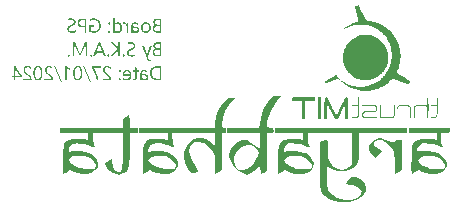
<source format=gbr>
%TF.GenerationSoftware,KiCad,Pcbnew,7.0.7*%
%TF.CreationDate,2024-04-01T01:35:54+05:30*%
%TF.ProjectId,GPS_Stack,4750535f-5374-4616-936b-2e6b69636164,rev?*%
%TF.SameCoordinates,Original*%
%TF.FileFunction,Legend,Bot*%
%TF.FilePolarity,Positive*%
%FSLAX46Y46*%
G04 Gerber Fmt 4.6, Leading zero omitted, Abs format (unit mm)*
G04 Created by KiCad (PCBNEW 7.0.7) date 2024-04-01 01:35:54*
%MOMM*%
%LPD*%
G01*
G04 APERTURE LIST*
%ADD10C,0.150000*%
G04 APERTURE END LIST*
D10*
G36*
X105432754Y-65791800D02*
G01*
X105088372Y-65791800D01*
X105067859Y-65791433D01*
X105047792Y-65790334D01*
X105028172Y-65788502D01*
X105008999Y-65785938D01*
X104990272Y-65782640D01*
X104971992Y-65778610D01*
X104954158Y-65773848D01*
X104936770Y-65768352D01*
X104919829Y-65762124D01*
X104903335Y-65755163D01*
X104887287Y-65747469D01*
X104871686Y-65739043D01*
X104856531Y-65729884D01*
X104841822Y-65719992D01*
X104827560Y-65709368D01*
X104813745Y-65698010D01*
X104800578Y-65686024D01*
X104788260Y-65673587D01*
X104776792Y-65660699D01*
X104766173Y-65647360D01*
X104756403Y-65633570D01*
X104747484Y-65619329D01*
X104739413Y-65604637D01*
X104732192Y-65589493D01*
X104725821Y-65573899D01*
X104720299Y-65557853D01*
X104715627Y-65541356D01*
X104711804Y-65524409D01*
X104708831Y-65507010D01*
X104706707Y-65489160D01*
X104705433Y-65470859D01*
X104705008Y-65452107D01*
X104705041Y-65450348D01*
X104850088Y-65450348D01*
X104850154Y-65456589D01*
X104850678Y-65468821D01*
X104851727Y-65480719D01*
X104854283Y-65497939D01*
X104858019Y-65514406D01*
X104862935Y-65530122D01*
X104869031Y-65545085D01*
X104876306Y-65559296D01*
X104884762Y-65572754D01*
X104894397Y-65585461D01*
X104905212Y-65597415D01*
X104917206Y-65608617D01*
X104921455Y-65612170D01*
X104934847Y-65622150D01*
X104949207Y-65631115D01*
X104964536Y-65639066D01*
X104975293Y-65643802D01*
X104986481Y-65648087D01*
X104998100Y-65651922D01*
X105010148Y-65655305D01*
X105022628Y-65658237D01*
X105035537Y-65660718D01*
X105048878Y-65662748D01*
X105062648Y-65664326D01*
X105076850Y-65665454D01*
X105091481Y-65666131D01*
X105106543Y-65666356D01*
X105294415Y-65666356D01*
X105294415Y-65241081D01*
X105135266Y-65241081D01*
X105117721Y-65241285D01*
X105100733Y-65241898D01*
X105084302Y-65242920D01*
X105068428Y-65244351D01*
X105053111Y-65246190D01*
X105038350Y-65248438D01*
X105024147Y-65251094D01*
X105010501Y-65254160D01*
X104997412Y-65257634D01*
X104984880Y-65261517D01*
X104972904Y-65265809D01*
X104961486Y-65270509D01*
X104940320Y-65281136D01*
X104921383Y-65293398D01*
X104904673Y-65307294D01*
X104890192Y-65322826D01*
X104877938Y-65339992D01*
X104867912Y-65358794D01*
X104860114Y-65379230D01*
X104854544Y-65401301D01*
X104852595Y-65412950D01*
X104851202Y-65425007D01*
X104850367Y-65437473D01*
X104850088Y-65450348D01*
X104705041Y-65450348D01*
X104705289Y-65437044D01*
X104706130Y-65422339D01*
X104707533Y-65407992D01*
X104709496Y-65394001D01*
X104712021Y-65380368D01*
X104715106Y-65367092D01*
X104718753Y-65354173D01*
X104722960Y-65341611D01*
X104727728Y-65329407D01*
X104733058Y-65317559D01*
X104738948Y-65306069D01*
X104745400Y-65294936D01*
X104752412Y-65284161D01*
X104759986Y-65273742D01*
X104768120Y-65263681D01*
X104776816Y-65253977D01*
X104785943Y-65244659D01*
X104795445Y-65235828D01*
X104805323Y-65227485D01*
X104815577Y-65219630D01*
X104826206Y-65212263D01*
X104837211Y-65205383D01*
X104848591Y-65198991D01*
X104860347Y-65193087D01*
X104872478Y-65187671D01*
X104884985Y-65182742D01*
X104897867Y-65178301D01*
X104911125Y-65174347D01*
X104924758Y-65170882D01*
X104938767Y-65167904D01*
X104953151Y-65165414D01*
X104967911Y-65163412D01*
X104967911Y-65160187D01*
X104961979Y-65158186D01*
X104950357Y-65153931D01*
X104939054Y-65149343D01*
X104928072Y-65144420D01*
X104917411Y-65139162D01*
X104907071Y-65133571D01*
X104892161Y-65124556D01*
X104877972Y-65114790D01*
X104864505Y-65104271D01*
X104851759Y-65093000D01*
X104839734Y-65080977D01*
X104828431Y-65068202D01*
X104817848Y-65054675D01*
X104814494Y-65050015D01*
X104805071Y-65035729D01*
X104796607Y-65020985D01*
X104789100Y-65005782D01*
X104782552Y-64990121D01*
X104776962Y-64974001D01*
X104772330Y-64957423D01*
X104768657Y-64940386D01*
X104766741Y-64928774D01*
X104765250Y-64916957D01*
X104764416Y-64907543D01*
X104908414Y-64907543D01*
X104908477Y-64913727D01*
X104908988Y-64925833D01*
X104910009Y-64937589D01*
X104912499Y-64954566D01*
X104916137Y-64970754D01*
X104920924Y-64986154D01*
X104926860Y-65000766D01*
X104933945Y-65014590D01*
X104942178Y-65027625D01*
X104951561Y-65039872D01*
X104962093Y-65051331D01*
X104973773Y-65062002D01*
X104977887Y-65065356D01*
X104990800Y-65074779D01*
X105004568Y-65083244D01*
X105019191Y-65090750D01*
X105034669Y-65097298D01*
X105051003Y-65102888D01*
X105062367Y-65106082D01*
X105074111Y-65108851D01*
X105086235Y-65111193D01*
X105098740Y-65113110D01*
X105111624Y-65114600D01*
X105124889Y-65115665D01*
X105138534Y-65116304D01*
X105152559Y-65116517D01*
X105294415Y-65116517D01*
X105294415Y-64735498D01*
X105135266Y-64735498D01*
X105121310Y-64735666D01*
X105107796Y-64736170D01*
X105094725Y-64737010D01*
X105082098Y-64738186D01*
X105069913Y-64739698D01*
X105058172Y-64741546D01*
X105036018Y-64746251D01*
X105015637Y-64752299D01*
X104997028Y-64759692D01*
X104980191Y-64768428D01*
X104965127Y-64778509D01*
X104951835Y-64789934D01*
X104940315Y-64802703D01*
X104930567Y-64816816D01*
X104922592Y-64832273D01*
X104916389Y-64849074D01*
X104911958Y-64867220D01*
X104909300Y-64886709D01*
X104908414Y-64907543D01*
X104764416Y-64907543D01*
X104764185Y-64904937D01*
X104763546Y-64892713D01*
X104763333Y-64880285D01*
X104763685Y-64865406D01*
X104764739Y-64850884D01*
X104766497Y-64836720D01*
X104768957Y-64822913D01*
X104772120Y-64809462D01*
X104775987Y-64796369D01*
X104780556Y-64783634D01*
X104785828Y-64771255D01*
X104791803Y-64759234D01*
X104798481Y-64747570D01*
X104805863Y-64736263D01*
X104813947Y-64725313D01*
X104822734Y-64714721D01*
X104832224Y-64704485D01*
X104842417Y-64694607D01*
X104853312Y-64685086D01*
X104864772Y-64676000D01*
X104876728Y-64667501D01*
X104889181Y-64659587D01*
X104902130Y-64652260D01*
X104915577Y-64645519D01*
X104929521Y-64639364D01*
X104943961Y-64633795D01*
X104958899Y-64628813D01*
X104974333Y-64624416D01*
X104990264Y-64620606D01*
X105006692Y-64617382D01*
X105023617Y-64614744D01*
X105041039Y-64612693D01*
X105058957Y-64611227D01*
X105077373Y-64610348D01*
X105096285Y-64610055D01*
X105432754Y-64610055D01*
X105432754Y-65791800D01*
G37*
G36*
X104128180Y-64929055D02*
G01*
X104140306Y-64929404D01*
X104152273Y-64929987D01*
X104164080Y-64930802D01*
X104187219Y-64933132D01*
X104209720Y-64936394D01*
X104231585Y-64940588D01*
X104252814Y-64945713D01*
X104273406Y-64951771D01*
X104293361Y-64958760D01*
X104312680Y-64966682D01*
X104331362Y-64975535D01*
X104349408Y-64985321D01*
X104366817Y-64996038D01*
X104383590Y-65007687D01*
X104399726Y-65020268D01*
X104415225Y-65033782D01*
X104430088Y-65048227D01*
X104444143Y-65063501D01*
X104457291Y-65079500D01*
X104469532Y-65096226D01*
X104480866Y-65113678D01*
X104491294Y-65131855D01*
X104500815Y-65150758D01*
X104509429Y-65170387D01*
X104517137Y-65190742D01*
X104523937Y-65211823D01*
X104529831Y-65233630D01*
X104534818Y-65256162D01*
X104536972Y-65267701D01*
X104538899Y-65279421D01*
X104540599Y-65291322D01*
X104542072Y-65303405D01*
X104543319Y-65315669D01*
X104544339Y-65328115D01*
X104545133Y-65340742D01*
X104545699Y-65353551D01*
X104546039Y-65366541D01*
X104546153Y-65379713D01*
X104546044Y-65391820D01*
X104545716Y-65403776D01*
X104544408Y-65427240D01*
X104542227Y-65450103D01*
X104539173Y-65472366D01*
X104535248Y-65494030D01*
X104530449Y-65515094D01*
X104524779Y-65535557D01*
X104518236Y-65555421D01*
X104510820Y-65574685D01*
X104502532Y-65593349D01*
X104493372Y-65611413D01*
X104483339Y-65628877D01*
X104472434Y-65645742D01*
X104460657Y-65662006D01*
X104448007Y-65677670D01*
X104434485Y-65692735D01*
X104420231Y-65707002D01*
X104405386Y-65720349D01*
X104389951Y-65732776D01*
X104373925Y-65744282D01*
X104357308Y-65754868D01*
X104340100Y-65764533D01*
X104322302Y-65773277D01*
X104303913Y-65781102D01*
X104284933Y-65788005D01*
X104265362Y-65793989D01*
X104245200Y-65799051D01*
X104224448Y-65803193D01*
X104203105Y-65806415D01*
X104181171Y-65808716D01*
X104158647Y-65810097D01*
X104135532Y-65810557D01*
X104123609Y-65810439D01*
X104111839Y-65810083D01*
X104088756Y-65808661D01*
X104066282Y-65806291D01*
X104044417Y-65802974D01*
X104023161Y-65798708D01*
X104002514Y-65793494D01*
X103982476Y-65787332D01*
X103963047Y-65780222D01*
X103944228Y-65772165D01*
X103926017Y-65763159D01*
X103908415Y-65753205D01*
X103891423Y-65742304D01*
X103875040Y-65730454D01*
X103859265Y-65717657D01*
X103844100Y-65703911D01*
X103829544Y-65689218D01*
X103815702Y-65673737D01*
X103802754Y-65657632D01*
X103790698Y-65640902D01*
X103779535Y-65623547D01*
X103769266Y-65605566D01*
X103759889Y-65586961D01*
X103751405Y-65567730D01*
X103743815Y-65547874D01*
X103737117Y-65527393D01*
X103731313Y-65506287D01*
X103726401Y-65484556D01*
X103722383Y-65462200D01*
X103719257Y-65439219D01*
X103718029Y-65427493D01*
X103717024Y-65415612D01*
X103716243Y-65403574D01*
X103715685Y-65391381D01*
X103715350Y-65379030D01*
X103715283Y-65371506D01*
X103853578Y-65371506D01*
X103853854Y-65390719D01*
X103854681Y-65409375D01*
X103856061Y-65427474D01*
X103857992Y-65445017D01*
X103860476Y-65462004D01*
X103863511Y-65478434D01*
X103867098Y-65494308D01*
X103871236Y-65509626D01*
X103875927Y-65524387D01*
X103881169Y-65538591D01*
X103886964Y-65552240D01*
X103893310Y-65565331D01*
X103900208Y-65577867D01*
X103907658Y-65589846D01*
X103915659Y-65601268D01*
X103924213Y-65612134D01*
X103933242Y-65622392D01*
X103942746Y-65631987D01*
X103952724Y-65640920D01*
X103963175Y-65649192D01*
X103974101Y-65656802D01*
X103985501Y-65663751D01*
X103997374Y-65670037D01*
X104009722Y-65675662D01*
X104022544Y-65680625D01*
X104035839Y-65684926D01*
X104049609Y-65688566D01*
X104063852Y-65691544D01*
X104078570Y-65693860D01*
X104093761Y-65695514D01*
X104109427Y-65696507D01*
X104125566Y-65696838D01*
X104141447Y-65696501D01*
X104156923Y-65695491D01*
X104171993Y-65693809D01*
X104186658Y-65691452D01*
X104200917Y-65688423D01*
X104214772Y-65684720D01*
X104228221Y-65680345D01*
X104241264Y-65675296D01*
X104253903Y-65669574D01*
X104266136Y-65663178D01*
X104277964Y-65656110D01*
X104289386Y-65648368D01*
X104300403Y-65639953D01*
X104311015Y-65630865D01*
X104321222Y-65621104D01*
X104331024Y-65610669D01*
X104340287Y-65599615D01*
X104348952Y-65588069D01*
X104357020Y-65576030D01*
X104364491Y-65563500D01*
X104371364Y-65550476D01*
X104377639Y-65536961D01*
X104383316Y-65522953D01*
X104388396Y-65508453D01*
X104392878Y-65493461D01*
X104396763Y-65477976D01*
X104400050Y-65462000D01*
X104402739Y-65445530D01*
X104404831Y-65428569D01*
X104406325Y-65411115D01*
X104407222Y-65393169D01*
X104407520Y-65374730D01*
X104407224Y-65355575D01*
X104406334Y-65336945D01*
X104404852Y-65318838D01*
X104402776Y-65301256D01*
X104400107Y-65284198D01*
X104396845Y-65267665D01*
X104392991Y-65251656D01*
X104388543Y-65236171D01*
X104383502Y-65221211D01*
X104377868Y-65206775D01*
X104371641Y-65192864D01*
X104364821Y-65179477D01*
X104357407Y-65166614D01*
X104349401Y-65154275D01*
X104340802Y-65142461D01*
X104331610Y-65131171D01*
X104321909Y-65120453D01*
X104311785Y-65110426D01*
X104301237Y-65101091D01*
X104290265Y-65092447D01*
X104278870Y-65084494D01*
X104267052Y-65077233D01*
X104254809Y-65070664D01*
X104242144Y-65064786D01*
X104229054Y-65059600D01*
X104215541Y-65055105D01*
X104201604Y-65051302D01*
X104187244Y-65048190D01*
X104172460Y-65045770D01*
X104157252Y-65044041D01*
X104141621Y-65043004D01*
X104125566Y-65042658D01*
X104109427Y-65042992D01*
X104093761Y-65043995D01*
X104078570Y-65045667D01*
X104063852Y-65048007D01*
X104049609Y-65051016D01*
X104035839Y-65054693D01*
X104022544Y-65059039D01*
X104009722Y-65064054D01*
X103997374Y-65069737D01*
X103985501Y-65076089D01*
X103974101Y-65083109D01*
X103963175Y-65090798D01*
X103952724Y-65099156D01*
X103942746Y-65108182D01*
X103933242Y-65117877D01*
X103924213Y-65128241D01*
X103915659Y-65139186D01*
X103907658Y-65150699D01*
X103900208Y-65162780D01*
X103893310Y-65175428D01*
X103886964Y-65188645D01*
X103881169Y-65202429D01*
X103875927Y-65216782D01*
X103871236Y-65231702D01*
X103867098Y-65247190D01*
X103863511Y-65263246D01*
X103860476Y-65279870D01*
X103857992Y-65297061D01*
X103856061Y-65314821D01*
X103854681Y-65333148D01*
X103853854Y-65352043D01*
X103853578Y-65371506D01*
X103715283Y-65371506D01*
X103715238Y-65366524D01*
X103715342Y-65353752D01*
X103715653Y-65341157D01*
X103716171Y-65328737D01*
X103716896Y-65316492D01*
X103717829Y-65304424D01*
X103718968Y-65292531D01*
X103721870Y-65269272D01*
X103725600Y-65246717D01*
X103730159Y-65224865D01*
X103735546Y-65203715D01*
X103741763Y-65183268D01*
X103748809Y-65163525D01*
X103756683Y-65144484D01*
X103765387Y-65126147D01*
X103774919Y-65108512D01*
X103785280Y-65091580D01*
X103796471Y-65075351D01*
X103808490Y-65059825D01*
X103821338Y-65045003D01*
X103834887Y-65030948D01*
X103849085Y-65017800D01*
X103863931Y-65005559D01*
X103879425Y-64994224D01*
X103895566Y-64983797D01*
X103912356Y-64974276D01*
X103929794Y-64965662D01*
X103947880Y-64957954D01*
X103966614Y-64951154D01*
X103985995Y-64945260D01*
X104006025Y-64940273D01*
X104026703Y-64936192D01*
X104048029Y-64933019D01*
X104070003Y-64930752D01*
X104092625Y-64929392D01*
X104115894Y-64928938D01*
X104128180Y-64929055D01*
G37*
G36*
X103218374Y-64929258D02*
G01*
X103238228Y-64930216D01*
X103257786Y-64931813D01*
X103277048Y-64934049D01*
X103296016Y-64936924D01*
X103314688Y-64940438D01*
X103333064Y-64944590D01*
X103351146Y-64949381D01*
X103368931Y-64954812D01*
X103386422Y-64960881D01*
X103403617Y-64967589D01*
X103420517Y-64974935D01*
X103437121Y-64982921D01*
X103453430Y-64991545D01*
X103469444Y-65000809D01*
X103485162Y-65010711D01*
X103485162Y-65154033D01*
X103469695Y-65140546D01*
X103453998Y-65127929D01*
X103438069Y-65116183D01*
X103421909Y-65105306D01*
X103405518Y-65095300D01*
X103388895Y-65086164D01*
X103372041Y-65077898D01*
X103354956Y-65070502D01*
X103337639Y-65063976D01*
X103320092Y-65058320D01*
X103302313Y-65053534D01*
X103284302Y-65049619D01*
X103266061Y-65046573D01*
X103247588Y-65044398D01*
X103228884Y-65043093D01*
X103209949Y-65042658D01*
X103199238Y-65042858D01*
X103178836Y-65044461D01*
X103159794Y-65047667D01*
X103142112Y-65052475D01*
X103125791Y-65058887D01*
X103110830Y-65066901D01*
X103097228Y-65076518D01*
X103084987Y-65087738D01*
X103074106Y-65100561D01*
X103064585Y-65114986D01*
X103056424Y-65131015D01*
X103049624Y-65148646D01*
X103044183Y-65167880D01*
X103040103Y-65188717D01*
X103037383Y-65211157D01*
X103036533Y-65222978D01*
X103036023Y-65235199D01*
X103035853Y-65247822D01*
X103288790Y-65283872D01*
X103305939Y-65286523D01*
X103322543Y-65289566D01*
X103338603Y-65293001D01*
X103354118Y-65296828D01*
X103369089Y-65301047D01*
X103383515Y-65305658D01*
X103397397Y-65310662D01*
X103410735Y-65316057D01*
X103423528Y-65321845D01*
X103435777Y-65328025D01*
X103447481Y-65334597D01*
X103458641Y-65341561D01*
X103469257Y-65348917D01*
X103479328Y-65356665D01*
X103488855Y-65364806D01*
X103497838Y-65373338D01*
X103506276Y-65382263D01*
X103514170Y-65391580D01*
X103521519Y-65401289D01*
X103528324Y-65411390D01*
X103534585Y-65421883D01*
X103540301Y-65432768D01*
X103545472Y-65444046D01*
X103550100Y-65455715D01*
X103554183Y-65467777D01*
X103557721Y-65480231D01*
X103560715Y-65493077D01*
X103563165Y-65506315D01*
X103565071Y-65519945D01*
X103566432Y-65533967D01*
X103567248Y-65548382D01*
X103567520Y-65563188D01*
X103567242Y-65577010D01*
X103566408Y-65590487D01*
X103565016Y-65603618D01*
X103563069Y-65616403D01*
X103560565Y-65628842D01*
X103557505Y-65640935D01*
X103553888Y-65652683D01*
X103549715Y-65664085D01*
X103544986Y-65675141D01*
X103539700Y-65685852D01*
X103533857Y-65696216D01*
X103527458Y-65706235D01*
X103520503Y-65715908D01*
X103512992Y-65725236D01*
X103504924Y-65734217D01*
X103496299Y-65742853D01*
X103487147Y-65751052D01*
X103477569Y-65758721D01*
X103467565Y-65765862D01*
X103457135Y-65772474D01*
X103446279Y-65778557D01*
X103434997Y-65784110D01*
X103423290Y-65789135D01*
X103411156Y-65793631D01*
X103398597Y-65797598D01*
X103385611Y-65801036D01*
X103372200Y-65803946D01*
X103358363Y-65806326D01*
X103344100Y-65808177D01*
X103329411Y-65809499D01*
X103314296Y-65810293D01*
X103298756Y-65810557D01*
X103277648Y-65809965D01*
X103257192Y-65808190D01*
X103237385Y-65805230D01*
X103218229Y-65801087D01*
X103199723Y-65795760D01*
X103181867Y-65789249D01*
X103164662Y-65781554D01*
X103148107Y-65772675D01*
X103132202Y-65762613D01*
X103116947Y-65751367D01*
X103102343Y-65738937D01*
X103088389Y-65725323D01*
X103075086Y-65710525D01*
X103062432Y-65694544D01*
X103050429Y-65677378D01*
X103039077Y-65659029D01*
X103035853Y-65659029D01*
X103035853Y-65791800D01*
X102900737Y-65791800D01*
X102900737Y-65355679D01*
X103035853Y-65355679D01*
X103035853Y-65441848D01*
X103036109Y-65455511D01*
X103036878Y-65468877D01*
X103038161Y-65481945D01*
X103039956Y-65494715D01*
X103042264Y-65507187D01*
X103045085Y-65519362D01*
X103048419Y-65531239D01*
X103052266Y-65542818D01*
X103056625Y-65554100D01*
X103061498Y-65565084D01*
X103066884Y-65575771D01*
X103072782Y-65586159D01*
X103079193Y-65596250D01*
X103086118Y-65606044D01*
X103093555Y-65615539D01*
X103101505Y-65624737D01*
X103105624Y-65629173D01*
X103114069Y-65637623D01*
X103127251Y-65649240D01*
X103141052Y-65659591D01*
X103155470Y-65668674D01*
X103170507Y-65676489D01*
X103186163Y-65683037D01*
X103202436Y-65688318D01*
X103219328Y-65692332D01*
X103230932Y-65694303D01*
X103242812Y-65695711D01*
X103254966Y-65696556D01*
X103267395Y-65696838D01*
X103271946Y-65696799D01*
X103285260Y-65696210D01*
X103298063Y-65694916D01*
X103310357Y-65692917D01*
X103322140Y-65690211D01*
X103333414Y-65686800D01*
X103347651Y-65681153D01*
X103360983Y-65674252D01*
X103373407Y-65666095D01*
X103384924Y-65656684D01*
X103395228Y-65646284D01*
X103404159Y-65635160D01*
X103411715Y-65623313D01*
X103417897Y-65610742D01*
X103422706Y-65597448D01*
X103426140Y-65583430D01*
X103428201Y-65568688D01*
X103428888Y-65553223D01*
X103428702Y-65542549D01*
X103427722Y-65527316D01*
X103425902Y-65513015D01*
X103423243Y-65499646D01*
X103419744Y-65487210D01*
X103415405Y-65475706D01*
X103410226Y-65465135D01*
X103402015Y-65452491D01*
X103392311Y-65441505D01*
X103381114Y-65432176D01*
X103378083Y-65430053D01*
X103365054Y-65421968D01*
X103354333Y-65416331D01*
X103342798Y-65411060D01*
X103330448Y-65406154D01*
X103317285Y-65401614D01*
X103303308Y-65397440D01*
X103288516Y-65393632D01*
X103272911Y-65390190D01*
X103256491Y-65387113D01*
X103239258Y-65384402D01*
X103035853Y-65355679D01*
X102900737Y-65355679D01*
X102900737Y-65243425D01*
X102901028Y-65224077D01*
X102901899Y-65205343D01*
X102903352Y-65187223D01*
X102905386Y-65169718D01*
X102908000Y-65152826D01*
X102911196Y-65136549D01*
X102914973Y-65120886D01*
X102919330Y-65105837D01*
X102924269Y-65091403D01*
X102929789Y-65077583D01*
X102935890Y-65064377D01*
X102942572Y-65051785D01*
X102949834Y-65039807D01*
X102957678Y-65028444D01*
X102966103Y-65017695D01*
X102975109Y-65007560D01*
X102984696Y-64998040D01*
X102994864Y-64989133D01*
X103005613Y-64980841D01*
X103016944Y-64973163D01*
X103028855Y-64966099D01*
X103041347Y-64959650D01*
X103054420Y-64953815D01*
X103068074Y-64948594D01*
X103082310Y-64943987D01*
X103097126Y-64939995D01*
X103112523Y-64936616D01*
X103128501Y-64933852D01*
X103145061Y-64931702D01*
X103162201Y-64930167D01*
X103179923Y-64929245D01*
X103198225Y-64928938D01*
X103218374Y-64929258D01*
G37*
G36*
X102209921Y-65079001D02*
G01*
X102221769Y-65073597D01*
X102235149Y-65069109D01*
X102246955Y-65066178D01*
X102259741Y-65063834D01*
X102273507Y-65062075D01*
X102288253Y-65060903D01*
X102303979Y-65060317D01*
X102312210Y-65060243D01*
X102328174Y-65060959D01*
X102343644Y-65063108D01*
X102358619Y-65066688D01*
X102373100Y-65071701D01*
X102387086Y-65078147D01*
X102400577Y-65086024D01*
X102413574Y-65095334D01*
X102426076Y-65106075D01*
X102438083Y-65118250D01*
X102445814Y-65127161D01*
X102453324Y-65136710D01*
X102456997Y-65141723D01*
X102464024Y-65152102D01*
X102470598Y-65162944D01*
X102476719Y-65174249D01*
X102482386Y-65186016D01*
X102487600Y-65198246D01*
X102492360Y-65210938D01*
X102496667Y-65224093D01*
X102500521Y-65237710D01*
X102503921Y-65251790D01*
X102506868Y-65266332D01*
X102509362Y-65281337D01*
X102511402Y-65296805D01*
X102512989Y-65312735D01*
X102514122Y-65329127D01*
X102514802Y-65345982D01*
X102515029Y-65363300D01*
X102515029Y-65791800D01*
X102650144Y-65791800D01*
X102650144Y-64947696D01*
X102515029Y-64947696D01*
X102515029Y-65124430D01*
X102511805Y-65124430D01*
X102508060Y-65113049D01*
X102504079Y-65101986D01*
X102497666Y-65085988D01*
X102490722Y-65070706D01*
X102483247Y-65056141D01*
X102475242Y-65042291D01*
X102466706Y-65029158D01*
X102457639Y-65016741D01*
X102448042Y-65005040D01*
X102437914Y-64994055D01*
X102427255Y-64983786D01*
X102423585Y-64980522D01*
X102412308Y-64971304D01*
X102400789Y-64962992D01*
X102389028Y-64955587D01*
X102377024Y-64949088D01*
X102364779Y-64943497D01*
X102352291Y-64938812D01*
X102339561Y-64935034D01*
X102326590Y-64932162D01*
X102313376Y-64930198D01*
X102299919Y-64929140D01*
X102290814Y-64928938D01*
X102278010Y-64929117D01*
X102265975Y-64929653D01*
X102252013Y-64930825D01*
X102239253Y-64932555D01*
X102227695Y-64934843D01*
X102215413Y-64938326D01*
X102209921Y-64940369D01*
X102209921Y-65079001D01*
G37*
G36*
X101481003Y-65065519D02*
G01*
X101484227Y-65065519D01*
X101494489Y-65048980D01*
X101505494Y-65033508D01*
X101517241Y-65019103D01*
X101529729Y-65005765D01*
X101542959Y-64993494D01*
X101556932Y-64982290D01*
X101571646Y-64972153D01*
X101587102Y-64963084D01*
X101603300Y-64955081D01*
X101620239Y-64948145D01*
X101637921Y-64942276D01*
X101656345Y-64937475D01*
X101675510Y-64933740D01*
X101695417Y-64931072D01*
X101716066Y-64929472D01*
X101737458Y-64928938D01*
X101759129Y-64929431D01*
X101780253Y-64930908D01*
X101800831Y-64933369D01*
X101820860Y-64936815D01*
X101840343Y-64941246D01*
X101859278Y-64946661D01*
X101877666Y-64953061D01*
X101895507Y-64960446D01*
X101912801Y-64968815D01*
X101929547Y-64978169D01*
X101945746Y-64988507D01*
X101961398Y-64999830D01*
X101976502Y-65012137D01*
X101991059Y-65025430D01*
X102005069Y-65039706D01*
X102018532Y-65054968D01*
X102025024Y-65062907D01*
X102037389Y-65079272D01*
X102048929Y-65096285D01*
X102059645Y-65113946D01*
X102069537Y-65132255D01*
X102078605Y-65151212D01*
X102086848Y-65170817D01*
X102094267Y-65191071D01*
X102100861Y-65211972D01*
X102106631Y-65233521D01*
X102111577Y-65255718D01*
X102115699Y-65278563D01*
X102117451Y-65290228D01*
X102118996Y-65302056D01*
X102120336Y-65314046D01*
X102121469Y-65326197D01*
X102122396Y-65338511D01*
X102123118Y-65350986D01*
X102123633Y-65363624D01*
X102123942Y-65376423D01*
X102124045Y-65389385D01*
X102123952Y-65401487D01*
X102123673Y-65413429D01*
X102122557Y-65436834D01*
X102120696Y-65459600D01*
X102118092Y-65481727D01*
X102114743Y-65503216D01*
X102110650Y-65524065D01*
X102105813Y-65544276D01*
X102100231Y-65563848D01*
X102093906Y-65582781D01*
X102086836Y-65601075D01*
X102079022Y-65618730D01*
X102070464Y-65635747D01*
X102061162Y-65652124D01*
X102051116Y-65667863D01*
X102040325Y-65682963D01*
X102028790Y-65697424D01*
X102016634Y-65711124D01*
X102003978Y-65723940D01*
X101990824Y-65735872D01*
X101977170Y-65746920D01*
X101963017Y-65757084D01*
X101948364Y-65766365D01*
X101933213Y-65774761D01*
X101917562Y-65782274D01*
X101901412Y-65788903D01*
X101884763Y-65794648D01*
X101867615Y-65799509D01*
X101849968Y-65803487D01*
X101831822Y-65806580D01*
X101813176Y-65808790D01*
X101794031Y-65810115D01*
X101774387Y-65810557D01*
X101762232Y-65810398D01*
X101750276Y-65809921D01*
X101726961Y-65808011D01*
X101704444Y-65804828D01*
X101682723Y-65800372D01*
X101661799Y-65794643D01*
X101641672Y-65787641D01*
X101622341Y-65779366D01*
X101603808Y-65769818D01*
X101586071Y-65758996D01*
X101569131Y-65746902D01*
X101552989Y-65733534D01*
X101537642Y-65718893D01*
X101523093Y-65702979D01*
X101509341Y-65685792D01*
X101496385Y-65667332D01*
X101484227Y-65647599D01*
X101481003Y-65647599D01*
X101481003Y-65791800D01*
X101345887Y-65791800D01*
X101345887Y-65409901D01*
X101481003Y-65409901D01*
X101481278Y-65425268D01*
X101482106Y-65440300D01*
X101483486Y-65454999D01*
X101485417Y-65469362D01*
X101487901Y-65483392D01*
X101490936Y-65497087D01*
X101494523Y-65510448D01*
X101498661Y-65523474D01*
X101503352Y-65536167D01*
X101508594Y-65548524D01*
X101514389Y-65560548D01*
X101520735Y-65572237D01*
X101527633Y-65583592D01*
X101535083Y-65594613D01*
X101543084Y-65605299D01*
X101551638Y-65615652D01*
X101560596Y-65625483D01*
X101569887Y-65634680D01*
X101579510Y-65643242D01*
X101589465Y-65651171D01*
X101599752Y-65658465D01*
X101610370Y-65665124D01*
X101621321Y-65671150D01*
X101632604Y-65676541D01*
X101644219Y-65681298D01*
X101656166Y-65685421D01*
X101668445Y-65688910D01*
X101681056Y-65691764D01*
X101693999Y-65693984D01*
X101707274Y-65695569D01*
X101720881Y-65696521D01*
X101734820Y-65696838D01*
X101748963Y-65696509D01*
X101762741Y-65695524D01*
X101776156Y-65693881D01*
X101789207Y-65691581D01*
X101801893Y-65688623D01*
X101814215Y-65685009D01*
X101826174Y-65680737D01*
X101837768Y-65675809D01*
X101848998Y-65670223D01*
X101859864Y-65663980D01*
X101870367Y-65657079D01*
X101880504Y-65649522D01*
X101890278Y-65641307D01*
X101899688Y-65632436D01*
X101908734Y-65622907D01*
X101917416Y-65612721D01*
X101925650Y-65601931D01*
X101933353Y-65590666D01*
X101940524Y-65578924D01*
X101947164Y-65566705D01*
X101953274Y-65554011D01*
X101958851Y-65540840D01*
X101963898Y-65527193D01*
X101968414Y-65513070D01*
X101972398Y-65498470D01*
X101975851Y-65483394D01*
X101978773Y-65467842D01*
X101981163Y-65451813D01*
X101983022Y-65435309D01*
X101984350Y-65418328D01*
X101985147Y-65400871D01*
X101985413Y-65382937D01*
X101985136Y-65363277D01*
X101984305Y-65344157D01*
X101982919Y-65325578D01*
X101980980Y-65307539D01*
X101978486Y-65290041D01*
X101975439Y-65273083D01*
X101971837Y-65256665D01*
X101967681Y-65240788D01*
X101962971Y-65225451D01*
X101957707Y-65210654D01*
X101951888Y-65196398D01*
X101945516Y-65182682D01*
X101938589Y-65169507D01*
X101931109Y-65156872D01*
X101923074Y-65144777D01*
X101914485Y-65133223D01*
X101905414Y-65122256D01*
X101895933Y-65111997D01*
X101886042Y-65102445D01*
X101875742Y-65093601D01*
X101865031Y-65085464D01*
X101853911Y-65078035D01*
X101842381Y-65071313D01*
X101830441Y-65065299D01*
X101818091Y-65059993D01*
X101805331Y-65055394D01*
X101792161Y-65051502D01*
X101778582Y-65048318D01*
X101764593Y-65045842D01*
X101750193Y-65044073D01*
X101735384Y-65043012D01*
X101720165Y-65042658D01*
X101713698Y-65042727D01*
X101700978Y-65043279D01*
X101688545Y-65044382D01*
X101676398Y-65046038D01*
X101664536Y-65048245D01*
X101652962Y-65051004D01*
X101636136Y-65056178D01*
X101619955Y-65062593D01*
X101604417Y-65070250D01*
X101589523Y-65079148D01*
X101575274Y-65089288D01*
X101566132Y-65096738D01*
X101557276Y-65104739D01*
X101548707Y-65113293D01*
X101540508Y-65122245D01*
X101532839Y-65131442D01*
X101525698Y-65140884D01*
X101519086Y-65150570D01*
X101510160Y-65165560D01*
X101502425Y-65181101D01*
X101495879Y-65197193D01*
X101490523Y-65213837D01*
X101487614Y-65225239D01*
X101485234Y-65236886D01*
X101483383Y-65248778D01*
X101482060Y-65260915D01*
X101481267Y-65273297D01*
X101481003Y-65285924D01*
X101481003Y-65409901D01*
X101345887Y-65409901D01*
X101345887Y-64535024D01*
X101481003Y-64535024D01*
X101481003Y-65065519D01*
G37*
G36*
X101031107Y-65116517D02*
G01*
X101044904Y-65115538D01*
X101057939Y-65112601D01*
X101070211Y-65107707D01*
X101081720Y-65100855D01*
X101092468Y-65092045D01*
X101095880Y-65088673D01*
X101103564Y-65079700D01*
X101111065Y-65068215D01*
X101116691Y-65055946D01*
X101120442Y-65042894D01*
X101122317Y-65029059D01*
X101122552Y-65021848D01*
X101121901Y-65010045D01*
X101119400Y-64996636D01*
X101115024Y-64984051D01*
X101108773Y-64972291D01*
X101100647Y-64961355D01*
X101095880Y-64956196D01*
X101085388Y-64946933D01*
X101074132Y-64939586D01*
X101062114Y-64934156D01*
X101049334Y-64930642D01*
X101035791Y-64929045D01*
X101031107Y-64928938D01*
X101019296Y-64929604D01*
X101005860Y-64932159D01*
X100993227Y-64936631D01*
X100981398Y-64943020D01*
X100970373Y-64951325D01*
X100965162Y-64956196D01*
X100957309Y-64964908D01*
X100949643Y-64976119D01*
X100943893Y-64988154D01*
X100940060Y-65001014D01*
X100938144Y-65014697D01*
X100937904Y-65021848D01*
X100938570Y-65033758D01*
X100941125Y-65047332D01*
X100945597Y-65060123D01*
X100951985Y-65072130D01*
X100960290Y-65083355D01*
X100965162Y-65088673D01*
X100973959Y-65096695D01*
X100985252Y-65104526D01*
X100997349Y-65110399D01*
X101010249Y-65114314D01*
X101023954Y-65116272D01*
X101031107Y-65116517D01*
G37*
G36*
X101031107Y-65810557D02*
G01*
X101044904Y-65809589D01*
X101057939Y-65806683D01*
X101070211Y-65801840D01*
X101081720Y-65795060D01*
X101092468Y-65786343D01*
X101095880Y-65783007D01*
X101103564Y-65774132D01*
X101111065Y-65762784D01*
X101116691Y-65750674D01*
X101120442Y-65737801D01*
X101122317Y-65724165D01*
X101122552Y-65717061D01*
X101121614Y-65703134D01*
X101118801Y-65689927D01*
X101114113Y-65677442D01*
X101107549Y-65665679D01*
X101099110Y-65654636D01*
X101095880Y-65651116D01*
X101087189Y-65643010D01*
X101076061Y-65635096D01*
X101064170Y-65629161D01*
X101051517Y-65625205D01*
X101038101Y-65623226D01*
X101031107Y-65622979D01*
X101019296Y-65623666D01*
X101005860Y-65626304D01*
X100993227Y-65630920D01*
X100981398Y-65637514D01*
X100970373Y-65646087D01*
X100965162Y-65651116D01*
X100957309Y-65660067D01*
X100949643Y-65671470D01*
X100943893Y-65683595D01*
X100940060Y-65696440D01*
X100938144Y-65710007D01*
X100937904Y-65717061D01*
X100938570Y-65728795D01*
X100941125Y-65742176D01*
X100945597Y-65754795D01*
X100951985Y-65766652D01*
X100960290Y-65777746D01*
X100965162Y-65783007D01*
X100973959Y-65790944D01*
X100985252Y-65798692D01*
X100997349Y-65804504D01*
X101010249Y-65808378D01*
X101023954Y-65810315D01*
X101031107Y-65810557D01*
G37*
G36*
X99353159Y-65709734D02*
G01*
X99364335Y-65715937D01*
X99375587Y-65721943D01*
X99386916Y-65727752D01*
X99398322Y-65733364D01*
X99409805Y-65738780D01*
X99421364Y-65743998D01*
X99433001Y-65749020D01*
X99444713Y-65753844D01*
X99456503Y-65758472D01*
X99468369Y-65762903D01*
X99480312Y-65767136D01*
X99492332Y-65771173D01*
X99504428Y-65775013D01*
X99516601Y-65778656D01*
X99528851Y-65782102D01*
X99541177Y-65785351D01*
X99553580Y-65788404D01*
X99566060Y-65791259D01*
X99578617Y-65793918D01*
X99591250Y-65796379D01*
X99603960Y-65798644D01*
X99616747Y-65800711D01*
X99629610Y-65802582D01*
X99642550Y-65804256D01*
X99655567Y-65805733D01*
X99668660Y-65807013D01*
X99681831Y-65808096D01*
X99695078Y-65808982D01*
X99708401Y-65809671D01*
X99721801Y-65810164D01*
X99735279Y-65810459D01*
X99748832Y-65810557D01*
X99764564Y-65810398D01*
X99780107Y-65809921D01*
X99795460Y-65809125D01*
X99810624Y-65808011D01*
X99825598Y-65806579D01*
X99840383Y-65804828D01*
X99854979Y-65802760D01*
X99869384Y-65800372D01*
X99883601Y-65797667D01*
X99897628Y-65794643D01*
X99911465Y-65791301D01*
X99925113Y-65787641D01*
X99938571Y-65783663D01*
X99951840Y-65779366D01*
X99964920Y-65774751D01*
X99977810Y-65769818D01*
X99990511Y-65764566D01*
X100003022Y-65758996D01*
X100015343Y-65753108D01*
X100027475Y-65746902D01*
X100039418Y-65740377D01*
X100051171Y-65733534D01*
X100062735Y-65726373D01*
X100074109Y-65718893D01*
X100085294Y-65711095D01*
X100096289Y-65702979D01*
X100107094Y-65694545D01*
X100117711Y-65685792D01*
X100128138Y-65676721D01*
X100138375Y-65667332D01*
X100148423Y-65657624D01*
X100158281Y-65647599D01*
X100167892Y-65637311D01*
X100177198Y-65626818D01*
X100186199Y-65616119D01*
X100194895Y-65605215D01*
X100203285Y-65594105D01*
X100211371Y-65582790D01*
X100219151Y-65571269D01*
X100226626Y-65559543D01*
X100233796Y-65547611D01*
X100240661Y-65535474D01*
X100247221Y-65523131D01*
X100253476Y-65510583D01*
X100259426Y-65497829D01*
X100265070Y-65484870D01*
X100270410Y-65471705D01*
X100275444Y-65458335D01*
X100280174Y-65444759D01*
X100284598Y-65430978D01*
X100288717Y-65416991D01*
X100292531Y-65402798D01*
X100296039Y-65388401D01*
X100299243Y-65373797D01*
X100302142Y-65358988D01*
X100304735Y-65343974D01*
X100307023Y-65328754D01*
X100309007Y-65313329D01*
X100310685Y-65297698D01*
X100312058Y-65281862D01*
X100313126Y-65265820D01*
X100313889Y-65249572D01*
X100314346Y-65233119D01*
X100314499Y-65216461D01*
X100314329Y-65199448D01*
X100313821Y-65182626D01*
X100312974Y-65165996D01*
X100311788Y-65149558D01*
X100310263Y-65133312D01*
X100308399Y-65117258D01*
X100306196Y-65101395D01*
X100303654Y-65085724D01*
X100300774Y-65070245D01*
X100297554Y-65054957D01*
X100293996Y-65039862D01*
X100290099Y-65024958D01*
X100285863Y-65010246D01*
X100281288Y-64995725D01*
X100276374Y-64981397D01*
X100271121Y-64967260D01*
X100265530Y-64953315D01*
X100259599Y-64939562D01*
X100253330Y-64926000D01*
X100246721Y-64912631D01*
X100239774Y-64899453D01*
X100232488Y-64886466D01*
X100224863Y-64873672D01*
X100216899Y-64861069D01*
X100208597Y-64848659D01*
X100199955Y-64836439D01*
X100190974Y-64824412D01*
X100181655Y-64812576D01*
X100171997Y-64800933D01*
X100162000Y-64789481D01*
X100151664Y-64778220D01*
X100140989Y-64767152D01*
X100130053Y-64756333D01*
X100118937Y-64745857D01*
X100107639Y-64735725D01*
X100096159Y-64725936D01*
X100084498Y-64716491D01*
X100072656Y-64707389D01*
X100060632Y-64698630D01*
X100048427Y-64690215D01*
X100036040Y-64682144D01*
X100023472Y-64674416D01*
X100010722Y-64667031D01*
X99997791Y-64659990D01*
X99984678Y-64653293D01*
X99971384Y-64646939D01*
X99957908Y-64640928D01*
X99944251Y-64635261D01*
X99930412Y-64629937D01*
X99916392Y-64624957D01*
X99902191Y-64620320D01*
X99887808Y-64616027D01*
X99873244Y-64612077D01*
X99858498Y-64608470D01*
X99843570Y-64605207D01*
X99828462Y-64602288D01*
X99813171Y-64599712D01*
X99797700Y-64597479D01*
X99782046Y-64595590D01*
X99766212Y-64594045D01*
X99750196Y-64592843D01*
X99733998Y-64591984D01*
X99717619Y-64591469D01*
X99701058Y-64591297D01*
X99689065Y-64591361D01*
X99677193Y-64591552D01*
X99665442Y-64591872D01*
X99642301Y-64592893D01*
X99619644Y-64594425D01*
X99597470Y-64596467D01*
X99575779Y-64599020D01*
X99554571Y-64602084D01*
X99533846Y-64605658D01*
X99513604Y-64609743D01*
X99493846Y-64614339D01*
X99474571Y-64619445D01*
X99455778Y-64625062D01*
X99437469Y-64631189D01*
X99419643Y-64637827D01*
X99402301Y-64644976D01*
X99385441Y-64652635D01*
X99377192Y-64656656D01*
X99377192Y-64816391D01*
X99395315Y-64804324D01*
X99413852Y-64793036D01*
X99432803Y-64782525D01*
X99452169Y-64772794D01*
X99471949Y-64763841D01*
X99492144Y-64755666D01*
X99512753Y-64748270D01*
X99533776Y-64741653D01*
X99555215Y-64735814D01*
X99577067Y-64730754D01*
X99599334Y-64726472D01*
X99622015Y-64722968D01*
X99645111Y-64720244D01*
X99656814Y-64719173D01*
X99668621Y-64718297D01*
X99680532Y-64717616D01*
X99692546Y-64717129D01*
X99704664Y-64716837D01*
X99716885Y-64716740D01*
X99729235Y-64716874D01*
X99741444Y-64717274D01*
X99753513Y-64717941D01*
X99765442Y-64718874D01*
X99777231Y-64720075D01*
X99788879Y-64721542D01*
X99811755Y-64725276D01*
X99834070Y-64730078D01*
X99855824Y-64735947D01*
X99877017Y-64742883D01*
X99897649Y-64750885D01*
X99917721Y-64759955D01*
X99937231Y-64770092D01*
X99956180Y-64781296D01*
X99974568Y-64793567D01*
X99992395Y-64806905D01*
X100009661Y-64821310D01*
X100026366Y-64836782D01*
X100042510Y-64853321D01*
X100057878Y-64870673D01*
X100072254Y-64888657D01*
X100085639Y-64907273D01*
X100098032Y-64926520D01*
X100109434Y-64946400D01*
X100119845Y-64966912D01*
X100129264Y-64988056D01*
X100137691Y-65009832D01*
X100141533Y-65020956D01*
X100145127Y-65032239D01*
X100148474Y-65043680D01*
X100151572Y-65055279D01*
X100154422Y-65067036D01*
X100157025Y-65078951D01*
X100159380Y-65091024D01*
X100161487Y-65103254D01*
X100163346Y-65115643D01*
X100164957Y-65128190D01*
X100166320Y-65140895D01*
X100167436Y-65153758D01*
X100168303Y-65166779D01*
X100168923Y-65179957D01*
X100169295Y-65193294D01*
X100169418Y-65206789D01*
X100169303Y-65220672D01*
X100168958Y-65234368D01*
X100168383Y-65247877D01*
X100167578Y-65261199D01*
X100166542Y-65274333D01*
X100165276Y-65287280D01*
X100163780Y-65300040D01*
X100162055Y-65312613D01*
X100160099Y-65324999D01*
X100157912Y-65337198D01*
X100155496Y-65349209D01*
X100152850Y-65361033D01*
X100149973Y-65372670D01*
X100146866Y-65384120D01*
X100143530Y-65395382D01*
X100136166Y-65417346D01*
X100127881Y-65438561D01*
X100118676Y-65459027D01*
X100108551Y-65478744D01*
X100097505Y-65497712D01*
X100085539Y-65515932D01*
X100072652Y-65533403D01*
X100058845Y-65550125D01*
X100051596Y-65558206D01*
X100036538Y-65573680D01*
X100020821Y-65588156D01*
X100004445Y-65601634D01*
X99987409Y-65614113D01*
X99969713Y-65625594D01*
X99951358Y-65636076D01*
X99932344Y-65645561D01*
X99912670Y-65654047D01*
X99892337Y-65661534D01*
X99871345Y-65668023D01*
X99849692Y-65673514D01*
X99827381Y-65678007D01*
X99804410Y-65681501D01*
X99792677Y-65682874D01*
X99780779Y-65683997D01*
X99768717Y-65684870D01*
X99756489Y-65685494D01*
X99744097Y-65685869D01*
X99731540Y-65685993D01*
X99714392Y-65685777D01*
X99697532Y-65685128D01*
X99680961Y-65684046D01*
X99664678Y-65682531D01*
X99648684Y-65680584D01*
X99632979Y-65678204D01*
X99617562Y-65675391D01*
X99602433Y-65672145D01*
X99587593Y-65668466D01*
X99573042Y-65664355D01*
X99558779Y-65659811D01*
X99544804Y-65654834D01*
X99531118Y-65649425D01*
X99517721Y-65643582D01*
X99504612Y-65637307D01*
X99491791Y-65630599D01*
X99491791Y-65298234D01*
X99750591Y-65298234D01*
X99750591Y-65172790D01*
X99353159Y-65172790D01*
X99353159Y-65709734D01*
G37*
G36*
X99084394Y-65791800D02*
G01*
X98946055Y-65791800D01*
X98946055Y-65354507D01*
X98790130Y-65354507D01*
X98777900Y-65354401D01*
X98765828Y-65354083D01*
X98753914Y-65353554D01*
X98742159Y-65352813D01*
X98719125Y-65350695D01*
X98696726Y-65347729D01*
X98674960Y-65343917D01*
X98653829Y-65339257D01*
X98633332Y-65333750D01*
X98613469Y-65327396D01*
X98594241Y-65320195D01*
X98575647Y-65312146D01*
X98557687Y-65303250D01*
X98540361Y-65293507D01*
X98523670Y-65282917D01*
X98507613Y-65271480D01*
X98492190Y-65259195D01*
X98477402Y-65246063D01*
X98463383Y-65232266D01*
X98450268Y-65217986D01*
X98438058Y-65203223D01*
X98426752Y-65187976D01*
X98416351Y-65172247D01*
X98406854Y-65156034D01*
X98398261Y-65139338D01*
X98390573Y-65122159D01*
X98383790Y-65104497D01*
X98377911Y-65086351D01*
X98372936Y-65067723D01*
X98368866Y-65048611D01*
X98365701Y-65029016D01*
X98363440Y-65008939D01*
X98362083Y-64988378D01*
X98361769Y-64973781D01*
X98506711Y-64973781D01*
X98507006Y-64988807D01*
X98507892Y-65003402D01*
X98509369Y-65017566D01*
X98511437Y-65031301D01*
X98514095Y-65044604D01*
X98517345Y-65057477D01*
X98521185Y-65069920D01*
X98525615Y-65081932D01*
X98530637Y-65093514D01*
X98536249Y-65104665D01*
X98542452Y-65115386D01*
X98549246Y-65125676D01*
X98556630Y-65135536D01*
X98564606Y-65144965D01*
X98573172Y-65153964D01*
X98582328Y-65162532D01*
X98592010Y-65170589D01*
X98602222Y-65178126D01*
X98612966Y-65185143D01*
X98624241Y-65191640D01*
X98636047Y-65197617D01*
X98648384Y-65203075D01*
X98661252Y-65208013D01*
X98674652Y-65212431D01*
X98688583Y-65216329D01*
X98703045Y-65219708D01*
X98718039Y-65222567D01*
X98733564Y-65224906D01*
X98749620Y-65226725D01*
X98766207Y-65228024D01*
X98783325Y-65228804D01*
X98800975Y-65229064D01*
X98946055Y-65229064D01*
X98946055Y-64735498D01*
X98783682Y-64735498D01*
X98766642Y-64735731D01*
X98750143Y-64736429D01*
X98734184Y-64737592D01*
X98718767Y-64739221D01*
X98703891Y-64741315D01*
X98689555Y-64743875D01*
X98675761Y-64746900D01*
X98662507Y-64750391D01*
X98649795Y-64754347D01*
X98637623Y-64758768D01*
X98625992Y-64763655D01*
X98614903Y-64769007D01*
X98604354Y-64774824D01*
X98584880Y-64787855D01*
X98567569Y-64802748D01*
X98552422Y-64819502D01*
X98539439Y-64838118D01*
X98528620Y-64858596D01*
X98524022Y-64869532D01*
X98519964Y-64880935D01*
X98516448Y-64892802D01*
X98513473Y-64905135D01*
X98511039Y-64917934D01*
X98509145Y-64931198D01*
X98507793Y-64944927D01*
X98506981Y-64959121D01*
X98506711Y-64973781D01*
X98361769Y-64973781D01*
X98361631Y-64967333D01*
X98362038Y-64946348D01*
X98363261Y-64925962D01*
X98365299Y-64906176D01*
X98368152Y-64886990D01*
X98371820Y-64868404D01*
X98376304Y-64850417D01*
X98381602Y-64833031D01*
X98387716Y-64816245D01*
X98394645Y-64800058D01*
X98402389Y-64784472D01*
X98410948Y-64769485D01*
X98420322Y-64755099D01*
X98430512Y-64741312D01*
X98441516Y-64728125D01*
X98453336Y-64715538D01*
X98465971Y-64703551D01*
X98472558Y-64697799D01*
X98486232Y-64686842D01*
X98500575Y-64676616D01*
X98515587Y-64667120D01*
X98531268Y-64658355D01*
X98547617Y-64650320D01*
X98564634Y-64643016D01*
X98582320Y-64636442D01*
X98600675Y-64630598D01*
X98619699Y-64625485D01*
X98639391Y-64621103D01*
X98659752Y-64617451D01*
X98680781Y-64614529D01*
X98702479Y-64612338D01*
X98724845Y-64610877D01*
X98747880Y-64610146D01*
X98759649Y-64610055D01*
X99084394Y-64610055D01*
X99084394Y-65791800D01*
G37*
G36*
X98199551Y-65748715D02*
G01*
X98199551Y-65585463D01*
X98188619Y-65594091D01*
X98178926Y-65601029D01*
X98168703Y-65607738D01*
X98157951Y-65614218D01*
X98146670Y-65620469D01*
X98134859Y-65626491D01*
X98132433Y-65627668D01*
X98120067Y-65633303D01*
X98107515Y-65638665D01*
X98094776Y-65643755D01*
X98081852Y-65648574D01*
X98068742Y-65653121D01*
X98055445Y-65657395D01*
X98050074Y-65659029D01*
X98036512Y-65662916D01*
X98022935Y-65666517D01*
X98009344Y-65669831D01*
X97995738Y-65672859D01*
X97982118Y-65675601D01*
X97968484Y-65678057D01*
X97963026Y-65678959D01*
X97949537Y-65680986D01*
X97936362Y-65682669D01*
X97923502Y-65684008D01*
X97910957Y-65685004D01*
X97898727Y-65685657D01*
X97886811Y-65685966D01*
X97882133Y-65685993D01*
X97866413Y-65685809D01*
X97851198Y-65685256D01*
X97836490Y-65684335D01*
X97822287Y-65683044D01*
X97808591Y-65681385D01*
X97795401Y-65679358D01*
X97782717Y-65676961D01*
X97770539Y-65674197D01*
X97758866Y-65671063D01*
X97742307Y-65665671D01*
X97726886Y-65659450D01*
X97712604Y-65652400D01*
X97699460Y-65644520D01*
X97691331Y-65638806D01*
X97680069Y-65629592D01*
X97669915Y-65619647D01*
X97660869Y-65608971D01*
X97652931Y-65597562D01*
X97646100Y-65585422D01*
X97640377Y-65572551D01*
X97635762Y-65558948D01*
X97632254Y-65544614D01*
X97629854Y-65529547D01*
X97628562Y-65513750D01*
X97628316Y-65502811D01*
X97628646Y-65491065D01*
X97629985Y-65476935D01*
X97632355Y-65463421D01*
X97635755Y-65450523D01*
X97640186Y-65438240D01*
X97645647Y-65426572D01*
X97649418Y-65419866D01*
X97656322Y-65408941D01*
X97664027Y-65398331D01*
X97672534Y-65388036D01*
X97681842Y-65378055D01*
X97691951Y-65368389D01*
X97702862Y-65359039D01*
X97707451Y-65355386D01*
X97716898Y-65348100D01*
X97726776Y-65340897D01*
X97737085Y-65333775D01*
X97747824Y-65326737D01*
X97758993Y-65319780D01*
X97770593Y-65312906D01*
X97782624Y-65306115D01*
X97795085Y-65299406D01*
X97807885Y-65292624D01*
X97820932Y-65285759D01*
X97834226Y-65278812D01*
X97847768Y-65271782D01*
X97861557Y-65264670D01*
X97872061Y-65259282D01*
X97882704Y-65253847D01*
X97893487Y-65248367D01*
X97904408Y-65242839D01*
X97915931Y-65236954D01*
X97927310Y-65231058D01*
X97938545Y-65225152D01*
X97949636Y-65219236D01*
X97960582Y-65213310D01*
X97971384Y-65207373D01*
X97982042Y-65201426D01*
X97992555Y-65195468D01*
X98002925Y-65189501D01*
X98013150Y-65183523D01*
X98019886Y-65179532D01*
X98033006Y-65171375D01*
X98045696Y-65163027D01*
X98057956Y-65154486D01*
X98069785Y-65145753D01*
X98081183Y-65136827D01*
X98092151Y-65127709D01*
X98102689Y-65118399D01*
X98112796Y-65108896D01*
X98122427Y-65099064D01*
X98131536Y-65088911D01*
X98140122Y-65078438D01*
X98148187Y-65067644D01*
X98155729Y-65056529D01*
X98162750Y-65045094D01*
X98169248Y-65033338D01*
X98175224Y-65021262D01*
X98180514Y-65008760D01*
X98185098Y-64995727D01*
X98188977Y-64982162D01*
X98192151Y-64968066D01*
X98194619Y-64953439D01*
X98196382Y-64938281D01*
X98197242Y-64926563D01*
X98197704Y-64914547D01*
X98197793Y-64906370D01*
X98197481Y-64891443D01*
X98196546Y-64876887D01*
X98194987Y-64862702D01*
X98192805Y-64848888D01*
X98190000Y-64835444D01*
X98186571Y-64822372D01*
X98182519Y-64809671D01*
X98177844Y-64797340D01*
X98172545Y-64785381D01*
X98166623Y-64773792D01*
X98162328Y-64766273D01*
X98155483Y-64755247D01*
X98148246Y-64744593D01*
X98140618Y-64734310D01*
X98132598Y-64724397D01*
X98124187Y-64714856D01*
X98115383Y-64705685D01*
X98106189Y-64696886D01*
X98096603Y-64688457D01*
X98086625Y-64680399D01*
X98076256Y-64672712D01*
X98069125Y-64667794D01*
X98058160Y-64660715D01*
X98046917Y-64653987D01*
X98035395Y-64647608D01*
X98023595Y-64641581D01*
X98011517Y-64635903D01*
X97999161Y-64630576D01*
X97986527Y-64625599D01*
X97973614Y-64620973D01*
X97960423Y-64616696D01*
X97946954Y-64612771D01*
X97937820Y-64610348D01*
X97923946Y-64606943D01*
X97910020Y-64603874D01*
X97896043Y-64601139D01*
X97882014Y-64598739D01*
X97867934Y-64596674D01*
X97853802Y-64594944D01*
X97839618Y-64593548D01*
X97825383Y-64592488D01*
X97811097Y-64591762D01*
X97796759Y-64591371D01*
X97787171Y-64591297D01*
X97765706Y-64591495D01*
X97744980Y-64592089D01*
X97724994Y-64593080D01*
X97705747Y-64594466D01*
X97687240Y-64596249D01*
X97669472Y-64598427D01*
X97652444Y-64601002D01*
X97636156Y-64603973D01*
X97620607Y-64607340D01*
X97605798Y-64611104D01*
X97591729Y-64615263D01*
X97578399Y-64619819D01*
X97565808Y-64624770D01*
X97553958Y-64630118D01*
X97542847Y-64635862D01*
X97532475Y-64642002D01*
X97532475Y-64797633D01*
X97545787Y-64787838D01*
X97559563Y-64778674D01*
X97573804Y-64770142D01*
X97588510Y-64762243D01*
X97603681Y-64754975D01*
X97619317Y-64748339D01*
X97635418Y-64742335D01*
X97651983Y-64736963D01*
X97669013Y-64732224D01*
X97686508Y-64728116D01*
X97704468Y-64724640D01*
X97722893Y-64721796D01*
X97741782Y-64719584D01*
X97761137Y-64718004D01*
X97780956Y-64717056D01*
X97801240Y-64716740D01*
X97815436Y-64716969D01*
X97829633Y-64717656D01*
X97843830Y-64718801D01*
X97858026Y-64720404D01*
X97872223Y-64722465D01*
X97886420Y-64724983D01*
X97892098Y-64726119D01*
X97905967Y-64729343D01*
X97919364Y-64733154D01*
X97932288Y-64737552D01*
X97944740Y-64742537D01*
X97956720Y-64748108D01*
X97968228Y-64754266D01*
X97972698Y-64756894D01*
X97983459Y-64763880D01*
X97993575Y-64771468D01*
X98003048Y-64779657D01*
X98011876Y-64788447D01*
X98020061Y-64797838D01*
X98027601Y-64807830D01*
X98030437Y-64811995D01*
X98036854Y-64822886D01*
X98042184Y-64834492D01*
X98046426Y-64846814D01*
X98049580Y-64859851D01*
X98051646Y-64873604D01*
X98052625Y-64888073D01*
X98052712Y-64894060D01*
X98052304Y-64907872D01*
X98051081Y-64921097D01*
X98049041Y-64933735D01*
X98046186Y-64945787D01*
X98042516Y-64957251D01*
X98038029Y-64968129D01*
X98036006Y-64972316D01*
X98029075Y-64984430D01*
X98022449Y-64994226D01*
X98015050Y-65003750D01*
X98006878Y-65013002D01*
X97997934Y-65021982D01*
X97988217Y-65030691D01*
X97986181Y-65032400D01*
X97975480Y-65040790D01*
X97964078Y-65049109D01*
X97951976Y-65057357D01*
X97941788Y-65063903D01*
X97931152Y-65070404D01*
X97920068Y-65076859D01*
X97908534Y-65083268D01*
X97905580Y-65084863D01*
X97893490Y-65091316D01*
X97880961Y-65097924D01*
X97867991Y-65104688D01*
X97854582Y-65111608D01*
X97840734Y-65118683D01*
X97830059Y-65124092D01*
X97819137Y-65129588D01*
X97807967Y-65135172D01*
X97796550Y-65140843D01*
X97784684Y-65146752D01*
X97772937Y-65152717D01*
X97761308Y-65158739D01*
X97749798Y-65164817D01*
X97738406Y-65170953D01*
X97727132Y-65177144D01*
X97715977Y-65183393D01*
X97704941Y-65189698D01*
X97694023Y-65196060D01*
X97683224Y-65202479D01*
X97676090Y-65206789D01*
X97665552Y-65213288D01*
X97655262Y-65219927D01*
X97645219Y-65226704D01*
X97635423Y-65233621D01*
X97625875Y-65240676D01*
X97616574Y-65247871D01*
X97604557Y-65257680D01*
X97592980Y-65267737D01*
X97581843Y-65278041D01*
X97576439Y-65283286D01*
X97566016Y-65293906D01*
X97556142Y-65304810D01*
X97546818Y-65315998D01*
X97538044Y-65327469D01*
X97529819Y-65339225D01*
X97522144Y-65351265D01*
X97515018Y-65363588D01*
X97508442Y-65376196D01*
X97502534Y-65389110D01*
X97497414Y-65402501D01*
X97493082Y-65416368D01*
X97489537Y-65430711D01*
X97486780Y-65445530D01*
X97484811Y-65460826D01*
X97483851Y-65472610D01*
X97483334Y-65484663D01*
X97483236Y-65492846D01*
X97483537Y-65508986D01*
X97484441Y-65524651D01*
X97485948Y-65539843D01*
X97488058Y-65554560D01*
X97490770Y-65568804D01*
X97494086Y-65582573D01*
X97498004Y-65595869D01*
X97502525Y-65608691D01*
X97507648Y-65621038D01*
X97513375Y-65632912D01*
X97517527Y-65640564D01*
X97524116Y-65651689D01*
X97531132Y-65662423D01*
X97538576Y-65672764D01*
X97546447Y-65682715D01*
X97554746Y-65692273D01*
X97563473Y-65701440D01*
X97572627Y-65710216D01*
X97582209Y-65718600D01*
X97592218Y-65726592D01*
X97602656Y-65734193D01*
X97609851Y-65739043D01*
X97620889Y-65745947D01*
X97632242Y-65752479D01*
X97643908Y-65758641D01*
X97655889Y-65764432D01*
X97668185Y-65769852D01*
X97680794Y-65774901D01*
X97693718Y-65779579D01*
X97706956Y-65783886D01*
X97720508Y-65787822D01*
X97734375Y-65791387D01*
X97743794Y-65793558D01*
X97758047Y-65796596D01*
X97772449Y-65799335D01*
X97787001Y-65801775D01*
X97801702Y-65803917D01*
X97816553Y-65805760D01*
X97831553Y-65807304D01*
X97846702Y-65808549D01*
X97862001Y-65809495D01*
X97877450Y-65810142D01*
X97893047Y-65810491D01*
X97903529Y-65810557D01*
X97916470Y-65810361D01*
X97928567Y-65809880D01*
X97941591Y-65809111D01*
X97955542Y-65808053D01*
X97967877Y-65806951D01*
X97972991Y-65806454D01*
X97985864Y-65805079D01*
X97998837Y-65803517D01*
X98011910Y-65801770D01*
X98025084Y-65799837D01*
X98038357Y-65797717D01*
X98051731Y-65795412D01*
X98057109Y-65794437D01*
X98070374Y-65791871D01*
X98083424Y-65789119D01*
X98096260Y-65786181D01*
X98108880Y-65783057D01*
X98121287Y-65779747D01*
X98133478Y-65776251D01*
X98138295Y-65774800D01*
X98149837Y-65771072D01*
X98162724Y-65766428D01*
X98174560Y-65761599D01*
X98185344Y-65756585D01*
X98196598Y-65750500D01*
X98199551Y-65748715D01*
G37*
G36*
X105432754Y-67807800D02*
G01*
X105088372Y-67807800D01*
X105067859Y-67807433D01*
X105047792Y-67806334D01*
X105028172Y-67804502D01*
X105008999Y-67801938D01*
X104990272Y-67798640D01*
X104971992Y-67794610D01*
X104954158Y-67789848D01*
X104936770Y-67784352D01*
X104919829Y-67778124D01*
X104903335Y-67771163D01*
X104887287Y-67763469D01*
X104871686Y-67755043D01*
X104856531Y-67745884D01*
X104841822Y-67735992D01*
X104827560Y-67725368D01*
X104813745Y-67714010D01*
X104800578Y-67702024D01*
X104788260Y-67689587D01*
X104776792Y-67676699D01*
X104766173Y-67663360D01*
X104756403Y-67649570D01*
X104747484Y-67635329D01*
X104739413Y-67620637D01*
X104732192Y-67605493D01*
X104725821Y-67589899D01*
X104720299Y-67573853D01*
X104715627Y-67557356D01*
X104711804Y-67540409D01*
X104708831Y-67523010D01*
X104706707Y-67505160D01*
X104705433Y-67486859D01*
X104705008Y-67468107D01*
X104705041Y-67466348D01*
X104850088Y-67466348D01*
X104850154Y-67472589D01*
X104850678Y-67484821D01*
X104851727Y-67496719D01*
X104854283Y-67513939D01*
X104858019Y-67530406D01*
X104862935Y-67546122D01*
X104869031Y-67561085D01*
X104876306Y-67575296D01*
X104884762Y-67588754D01*
X104894397Y-67601461D01*
X104905212Y-67613415D01*
X104917206Y-67624617D01*
X104921455Y-67628170D01*
X104934847Y-67638150D01*
X104949207Y-67647115D01*
X104964536Y-67655066D01*
X104975293Y-67659802D01*
X104986481Y-67664087D01*
X104998100Y-67667922D01*
X105010148Y-67671305D01*
X105022628Y-67674237D01*
X105035537Y-67676718D01*
X105048878Y-67678748D01*
X105062648Y-67680326D01*
X105076850Y-67681454D01*
X105091481Y-67682131D01*
X105106543Y-67682356D01*
X105294415Y-67682356D01*
X105294415Y-67257081D01*
X105135266Y-67257081D01*
X105117721Y-67257285D01*
X105100733Y-67257898D01*
X105084302Y-67258920D01*
X105068428Y-67260351D01*
X105053111Y-67262190D01*
X105038350Y-67264438D01*
X105024147Y-67267094D01*
X105010501Y-67270160D01*
X104997412Y-67273634D01*
X104984880Y-67277517D01*
X104972904Y-67281809D01*
X104961486Y-67286509D01*
X104940320Y-67297136D01*
X104921383Y-67309398D01*
X104904673Y-67323294D01*
X104890192Y-67338826D01*
X104877938Y-67355992D01*
X104867912Y-67374794D01*
X104860114Y-67395230D01*
X104854544Y-67417301D01*
X104852595Y-67428950D01*
X104851202Y-67441007D01*
X104850367Y-67453473D01*
X104850088Y-67466348D01*
X104705041Y-67466348D01*
X104705289Y-67453044D01*
X104706130Y-67438339D01*
X104707533Y-67423992D01*
X104709496Y-67410001D01*
X104712021Y-67396368D01*
X104715106Y-67383092D01*
X104718753Y-67370173D01*
X104722960Y-67357611D01*
X104727728Y-67345407D01*
X104733058Y-67333559D01*
X104738948Y-67322069D01*
X104745400Y-67310936D01*
X104752412Y-67300161D01*
X104759986Y-67289742D01*
X104768120Y-67279681D01*
X104776816Y-67269977D01*
X104785943Y-67260659D01*
X104795445Y-67251828D01*
X104805323Y-67243485D01*
X104815577Y-67235630D01*
X104826206Y-67228263D01*
X104837211Y-67221383D01*
X104848591Y-67214991D01*
X104860347Y-67209087D01*
X104872478Y-67203671D01*
X104884985Y-67198742D01*
X104897867Y-67194301D01*
X104911125Y-67190347D01*
X104924758Y-67186882D01*
X104938767Y-67183904D01*
X104953151Y-67181414D01*
X104967911Y-67179412D01*
X104967911Y-67176187D01*
X104961979Y-67174186D01*
X104950357Y-67169931D01*
X104939054Y-67165343D01*
X104928072Y-67160420D01*
X104917411Y-67155162D01*
X104907071Y-67149571D01*
X104892161Y-67140556D01*
X104877972Y-67130790D01*
X104864505Y-67120271D01*
X104851759Y-67109000D01*
X104839734Y-67096977D01*
X104828431Y-67084202D01*
X104817848Y-67070675D01*
X104814494Y-67066015D01*
X104805071Y-67051729D01*
X104796607Y-67036985D01*
X104789100Y-67021782D01*
X104782552Y-67006121D01*
X104776962Y-66990001D01*
X104772330Y-66973423D01*
X104768657Y-66956386D01*
X104766741Y-66944774D01*
X104765250Y-66932957D01*
X104764416Y-66923543D01*
X104908414Y-66923543D01*
X104908477Y-66929727D01*
X104908988Y-66941833D01*
X104910009Y-66953589D01*
X104912499Y-66970566D01*
X104916137Y-66986754D01*
X104920924Y-67002154D01*
X104926860Y-67016766D01*
X104933945Y-67030590D01*
X104942178Y-67043625D01*
X104951561Y-67055872D01*
X104962093Y-67067331D01*
X104973773Y-67078002D01*
X104977887Y-67081356D01*
X104990800Y-67090779D01*
X105004568Y-67099244D01*
X105019191Y-67106750D01*
X105034669Y-67113298D01*
X105051003Y-67118888D01*
X105062367Y-67122082D01*
X105074111Y-67124851D01*
X105086235Y-67127193D01*
X105098740Y-67129110D01*
X105111624Y-67130600D01*
X105124889Y-67131665D01*
X105138534Y-67132304D01*
X105152559Y-67132517D01*
X105294415Y-67132517D01*
X105294415Y-66751498D01*
X105135266Y-66751498D01*
X105121310Y-66751666D01*
X105107796Y-66752170D01*
X105094725Y-66753010D01*
X105082098Y-66754186D01*
X105069913Y-66755698D01*
X105058172Y-66757546D01*
X105036018Y-66762251D01*
X105015637Y-66768299D01*
X104997028Y-66775692D01*
X104980191Y-66784428D01*
X104965127Y-66794509D01*
X104951835Y-66805934D01*
X104940315Y-66818703D01*
X104930567Y-66832816D01*
X104922592Y-66848273D01*
X104916389Y-66865074D01*
X104911958Y-66883220D01*
X104909300Y-66902709D01*
X104908414Y-66923543D01*
X104764416Y-66923543D01*
X104764185Y-66920937D01*
X104763546Y-66908713D01*
X104763333Y-66896285D01*
X104763685Y-66881406D01*
X104764739Y-66866884D01*
X104766497Y-66852720D01*
X104768957Y-66838913D01*
X104772120Y-66825462D01*
X104775987Y-66812369D01*
X104780556Y-66799634D01*
X104785828Y-66787255D01*
X104791803Y-66775234D01*
X104798481Y-66763570D01*
X104805863Y-66752263D01*
X104813947Y-66741313D01*
X104822734Y-66730721D01*
X104832224Y-66720485D01*
X104842417Y-66710607D01*
X104853312Y-66701086D01*
X104864772Y-66692000D01*
X104876728Y-66683501D01*
X104889181Y-66675587D01*
X104902130Y-66668260D01*
X104915577Y-66661519D01*
X104929521Y-66655364D01*
X104943961Y-66649795D01*
X104958899Y-66644813D01*
X104974333Y-66640416D01*
X104990264Y-66636606D01*
X105006692Y-66633382D01*
X105023617Y-66630744D01*
X105041039Y-66628693D01*
X105058957Y-66627227D01*
X105077373Y-66626348D01*
X105096285Y-66626055D01*
X105432754Y-66626055D01*
X105432754Y-67807800D01*
G37*
G36*
X103816648Y-66963696D02*
G01*
X104204994Y-67944673D01*
X104211561Y-67961641D01*
X104218292Y-67978071D01*
X104225187Y-67993961D01*
X104232247Y-68009314D01*
X104239471Y-68024127D01*
X104246859Y-68038402D01*
X104254412Y-68052138D01*
X104262129Y-68065335D01*
X104270010Y-68077994D01*
X104278055Y-68090114D01*
X104286265Y-68101695D01*
X104294639Y-68112738D01*
X104303177Y-68123242D01*
X104311880Y-68133208D01*
X104320747Y-68142634D01*
X104329778Y-68151522D01*
X104338973Y-68159872D01*
X104348333Y-68167683D01*
X104357857Y-68174955D01*
X104367545Y-68181688D01*
X104387415Y-68193539D01*
X104407942Y-68203235D01*
X104429126Y-68210776D01*
X104450967Y-68216163D01*
X104473465Y-68219395D01*
X104496620Y-68220472D01*
X104509539Y-68220307D01*
X104521918Y-68219813D01*
X104533756Y-68218988D01*
X104547794Y-68217494D01*
X104560987Y-68215485D01*
X104573336Y-68212961D01*
X104584841Y-68209921D01*
X104584841Y-68089167D01*
X104571372Y-68093305D01*
X104558262Y-68096741D01*
X104545509Y-68099476D01*
X104533115Y-68101509D01*
X104521078Y-68102842D01*
X104507105Y-68103515D01*
X104504827Y-68103529D01*
X104492275Y-68103028D01*
X104480120Y-68101527D01*
X104468361Y-68099026D01*
X104456998Y-68095524D01*
X104446031Y-68091021D01*
X104435460Y-68085517D01*
X104425286Y-68079013D01*
X104415507Y-68071509D01*
X104406125Y-68063003D01*
X104397139Y-68053497D01*
X104388548Y-68042990D01*
X104380354Y-68031483D01*
X104372557Y-68018975D01*
X104365155Y-68005467D01*
X104358149Y-67990958D01*
X104351540Y-67975448D01*
X104284129Y-67807800D01*
X104613857Y-66963696D01*
X104463794Y-66963696D01*
X104235476Y-67614945D01*
X104232024Y-67626532D01*
X104228552Y-67639274D01*
X104225539Y-67650712D01*
X104222083Y-67664095D01*
X104218999Y-67676204D01*
X104218183Y-67679425D01*
X104213201Y-67679425D01*
X104210244Y-67666406D01*
X104207046Y-67653780D01*
X104203680Y-67641216D01*
X104200434Y-67629518D01*
X104196788Y-67616704D01*
X103956746Y-66963696D01*
X103816648Y-66963696D01*
G37*
G36*
X103253619Y-67764715D02*
G01*
X103253619Y-67601463D01*
X103242687Y-67610091D01*
X103232994Y-67617029D01*
X103222772Y-67623738D01*
X103212020Y-67630218D01*
X103200738Y-67636469D01*
X103188927Y-67642491D01*
X103186502Y-67643668D01*
X103174135Y-67649303D01*
X103161583Y-67654665D01*
X103148845Y-67659755D01*
X103135920Y-67664574D01*
X103122810Y-67669121D01*
X103109514Y-67673395D01*
X103104143Y-67675029D01*
X103090580Y-67678916D01*
X103077003Y-67682517D01*
X103063412Y-67685831D01*
X103049806Y-67688859D01*
X103036187Y-67691601D01*
X103022552Y-67694057D01*
X103017095Y-67694959D01*
X103003605Y-67696986D01*
X102990430Y-67698669D01*
X102977570Y-67700008D01*
X102965025Y-67701004D01*
X102952795Y-67701657D01*
X102940879Y-67701966D01*
X102936201Y-67701993D01*
X102920481Y-67701809D01*
X102905267Y-67701256D01*
X102890558Y-67700335D01*
X102876356Y-67699044D01*
X102862660Y-67697385D01*
X102849469Y-67695358D01*
X102836785Y-67692961D01*
X102824607Y-67690197D01*
X102812935Y-67687063D01*
X102796375Y-67681671D01*
X102780955Y-67675450D01*
X102766672Y-67668400D01*
X102753529Y-67660520D01*
X102745399Y-67654806D01*
X102734138Y-67645592D01*
X102723984Y-67635647D01*
X102714938Y-67624971D01*
X102706999Y-67613562D01*
X102700169Y-67601422D01*
X102694446Y-67588551D01*
X102689830Y-67574948D01*
X102686323Y-67560614D01*
X102683923Y-67545547D01*
X102682630Y-67529750D01*
X102682384Y-67518811D01*
X102682714Y-67507065D01*
X102684054Y-67492935D01*
X102686423Y-67479421D01*
X102689824Y-67466523D01*
X102694254Y-67454240D01*
X102699716Y-67442572D01*
X102703487Y-67435866D01*
X102710391Y-67424941D01*
X102718096Y-67414331D01*
X102726602Y-67404036D01*
X102735910Y-67394055D01*
X102746019Y-67384389D01*
X102756930Y-67375039D01*
X102761519Y-67371386D01*
X102770967Y-67364100D01*
X102780845Y-67356897D01*
X102791153Y-67349775D01*
X102801892Y-67342737D01*
X102813062Y-67335780D01*
X102824662Y-67328906D01*
X102836692Y-67322115D01*
X102849153Y-67315406D01*
X102861953Y-67308624D01*
X102875000Y-67301759D01*
X102888295Y-67294812D01*
X102901836Y-67287782D01*
X102915626Y-67280670D01*
X102926130Y-67275282D01*
X102936773Y-67269847D01*
X102947555Y-67264367D01*
X102958476Y-67258839D01*
X102970000Y-67252954D01*
X102981379Y-67247058D01*
X102992614Y-67241152D01*
X103003704Y-67235236D01*
X103014650Y-67229310D01*
X103025452Y-67223373D01*
X103036110Y-67217426D01*
X103046624Y-67211468D01*
X103056993Y-67205501D01*
X103067218Y-67199523D01*
X103073954Y-67195532D01*
X103087075Y-67187375D01*
X103099765Y-67179027D01*
X103112024Y-67170486D01*
X103123853Y-67161753D01*
X103135252Y-67152827D01*
X103146220Y-67143709D01*
X103156757Y-67134399D01*
X103166864Y-67124896D01*
X103176495Y-67115064D01*
X103185604Y-67104911D01*
X103194191Y-67094438D01*
X103202255Y-67083644D01*
X103209798Y-67072529D01*
X103216818Y-67061094D01*
X103223317Y-67049338D01*
X103229293Y-67037262D01*
X103234582Y-67024760D01*
X103239166Y-67011727D01*
X103243045Y-66998162D01*
X103246219Y-66984066D01*
X103248687Y-66969439D01*
X103250450Y-66954281D01*
X103251310Y-66942563D01*
X103251773Y-66930547D01*
X103251861Y-66922370D01*
X103251549Y-66907443D01*
X103250614Y-66892887D01*
X103249056Y-66878702D01*
X103246874Y-66864888D01*
X103244069Y-66851444D01*
X103240640Y-66838372D01*
X103236588Y-66825671D01*
X103231912Y-66813340D01*
X103226614Y-66801381D01*
X103220691Y-66789792D01*
X103216397Y-66782273D01*
X103209552Y-66771247D01*
X103202315Y-66760593D01*
X103194686Y-66750310D01*
X103186666Y-66740397D01*
X103178255Y-66730856D01*
X103169452Y-66721685D01*
X103160257Y-66712886D01*
X103150671Y-66704457D01*
X103140693Y-66696399D01*
X103130324Y-66688712D01*
X103123194Y-66683794D01*
X103112229Y-66676715D01*
X103100985Y-66669987D01*
X103089464Y-66663608D01*
X103077664Y-66657581D01*
X103065586Y-66651903D01*
X103053230Y-66646576D01*
X103040595Y-66641599D01*
X103027683Y-66636973D01*
X103014492Y-66632696D01*
X103001023Y-66628771D01*
X102991889Y-66626348D01*
X102978014Y-66622943D01*
X102964089Y-66619874D01*
X102950111Y-66617139D01*
X102936082Y-66614739D01*
X102922002Y-66612674D01*
X102907870Y-66610944D01*
X102893687Y-66609548D01*
X102879452Y-66608488D01*
X102865165Y-66607762D01*
X102850827Y-66607371D01*
X102841240Y-66607297D01*
X102819774Y-66607495D01*
X102799048Y-66608089D01*
X102779062Y-66609080D01*
X102759815Y-66610466D01*
X102741308Y-66612249D01*
X102723541Y-66614427D01*
X102706513Y-66617002D01*
X102690224Y-66619973D01*
X102674676Y-66623340D01*
X102659867Y-66627104D01*
X102645797Y-66631263D01*
X102632467Y-66635819D01*
X102619877Y-66640770D01*
X102608026Y-66646118D01*
X102596915Y-66651862D01*
X102586543Y-66658002D01*
X102586543Y-66813633D01*
X102599855Y-66803838D01*
X102613631Y-66794674D01*
X102627873Y-66786142D01*
X102642579Y-66778243D01*
X102657750Y-66770975D01*
X102673385Y-66764339D01*
X102689486Y-66758335D01*
X102706051Y-66752963D01*
X102723082Y-66748224D01*
X102740577Y-66744116D01*
X102758537Y-66740640D01*
X102776961Y-66737796D01*
X102795851Y-66735584D01*
X102815205Y-66734004D01*
X102835024Y-66733056D01*
X102855308Y-66732740D01*
X102869505Y-66732969D01*
X102883701Y-66733656D01*
X102897898Y-66734801D01*
X102912095Y-66736404D01*
X102926291Y-66738465D01*
X102940488Y-66740983D01*
X102946167Y-66742119D01*
X102960035Y-66745343D01*
X102973432Y-66749154D01*
X102986356Y-66753552D01*
X102998809Y-66758537D01*
X103010788Y-66764108D01*
X103022296Y-66770266D01*
X103026767Y-66772894D01*
X103037527Y-66779880D01*
X103047644Y-66787468D01*
X103057116Y-66795657D01*
X103065945Y-66804447D01*
X103074129Y-66813838D01*
X103081670Y-66823830D01*
X103084506Y-66827995D01*
X103090923Y-66838886D01*
X103096252Y-66850492D01*
X103100494Y-66862814D01*
X103103648Y-66875851D01*
X103105715Y-66889604D01*
X103106694Y-66904073D01*
X103106781Y-66910060D01*
X103106373Y-66923872D01*
X103105149Y-66937097D01*
X103103110Y-66949735D01*
X103100255Y-66961787D01*
X103096584Y-66973251D01*
X103092097Y-66984129D01*
X103090074Y-66988316D01*
X103083143Y-67000430D01*
X103076517Y-67010226D01*
X103069118Y-67019750D01*
X103060947Y-67029002D01*
X103052002Y-67037982D01*
X103042285Y-67046691D01*
X103040249Y-67048400D01*
X103029548Y-67056790D01*
X103018147Y-67065109D01*
X103006044Y-67073357D01*
X102995857Y-67079903D01*
X102985221Y-67086404D01*
X102974136Y-67092859D01*
X102962602Y-67099268D01*
X102959649Y-67100863D01*
X102947559Y-67107316D01*
X102935029Y-67113924D01*
X102922060Y-67120688D01*
X102908651Y-67127608D01*
X102894802Y-67134683D01*
X102884127Y-67140092D01*
X102873205Y-67145588D01*
X102862036Y-67151172D01*
X102850619Y-67156843D01*
X102838753Y-67162752D01*
X102827005Y-67168717D01*
X102815377Y-67174739D01*
X102803866Y-67180817D01*
X102792474Y-67186953D01*
X102781201Y-67193144D01*
X102770046Y-67199393D01*
X102759009Y-67205698D01*
X102748091Y-67212060D01*
X102737292Y-67218479D01*
X102730158Y-67222789D01*
X102719621Y-67229288D01*
X102709330Y-67235927D01*
X102699287Y-67242704D01*
X102689492Y-67249621D01*
X102679943Y-67256676D01*
X102670642Y-67263871D01*
X102658626Y-67273680D01*
X102647048Y-67283737D01*
X102635911Y-67294041D01*
X102630507Y-67299286D01*
X102620084Y-67309906D01*
X102610211Y-67320810D01*
X102600887Y-67331998D01*
X102592112Y-67343469D01*
X102583887Y-67355225D01*
X102576212Y-67367265D01*
X102569086Y-67379588D01*
X102562510Y-67392196D01*
X102556602Y-67405110D01*
X102551482Y-67418501D01*
X102547150Y-67432368D01*
X102543606Y-67446711D01*
X102540849Y-67461530D01*
X102538879Y-67476826D01*
X102537919Y-67488610D01*
X102537402Y-67500663D01*
X102537304Y-67508846D01*
X102537605Y-67524986D01*
X102538510Y-67540651D01*
X102540017Y-67555843D01*
X102542126Y-67570560D01*
X102544839Y-67584804D01*
X102548154Y-67598573D01*
X102552072Y-67611869D01*
X102556593Y-67624691D01*
X102561717Y-67637038D01*
X102567443Y-67648912D01*
X102571596Y-67656564D01*
X102578184Y-67667689D01*
X102585200Y-67678423D01*
X102592644Y-67688764D01*
X102600516Y-67698715D01*
X102608815Y-67708273D01*
X102617541Y-67717440D01*
X102626695Y-67726216D01*
X102636277Y-67734600D01*
X102646287Y-67742592D01*
X102656724Y-67750193D01*
X102663920Y-67755043D01*
X102674958Y-67761947D01*
X102686310Y-67768479D01*
X102697977Y-67774641D01*
X102709958Y-67780432D01*
X102722253Y-67785852D01*
X102734863Y-67790901D01*
X102747786Y-67795579D01*
X102761024Y-67799886D01*
X102774577Y-67803822D01*
X102788443Y-67807387D01*
X102797862Y-67809558D01*
X102812115Y-67812596D01*
X102826518Y-67815335D01*
X102841070Y-67817775D01*
X102855771Y-67819917D01*
X102870621Y-67821760D01*
X102885621Y-67823304D01*
X102900771Y-67824549D01*
X102916070Y-67825495D01*
X102931518Y-67826142D01*
X102947116Y-67826491D01*
X102957597Y-67826557D01*
X102970538Y-67826361D01*
X102982635Y-67825880D01*
X102995659Y-67825111D01*
X103009611Y-67824053D01*
X103021946Y-67822951D01*
X103027060Y-67822454D01*
X103039933Y-67821079D01*
X103052906Y-67819517D01*
X103065979Y-67817770D01*
X103079152Y-67815837D01*
X103092426Y-67813717D01*
X103105799Y-67811412D01*
X103111177Y-67810437D01*
X103124442Y-67807871D01*
X103137492Y-67805119D01*
X103150328Y-67802181D01*
X103162949Y-67799057D01*
X103175355Y-67795747D01*
X103187547Y-67792251D01*
X103192363Y-67790800D01*
X103203905Y-67787072D01*
X103216792Y-67782428D01*
X103228628Y-67777599D01*
X103239413Y-67772585D01*
X103250667Y-67766500D01*
X103253619Y-67764715D01*
G37*
G36*
X102277332Y-67826557D02*
G01*
X102291129Y-67825589D01*
X102304164Y-67822683D01*
X102316436Y-67817840D01*
X102327945Y-67811060D01*
X102338692Y-67802343D01*
X102342105Y-67799007D01*
X102349789Y-67790132D01*
X102357290Y-67778784D01*
X102362916Y-67766674D01*
X102366667Y-67753801D01*
X102368542Y-67740165D01*
X102368776Y-67733061D01*
X102367839Y-67719134D01*
X102365026Y-67705927D01*
X102360337Y-67693442D01*
X102353774Y-67681679D01*
X102345335Y-67670636D01*
X102342105Y-67667116D01*
X102333414Y-67659010D01*
X102322286Y-67651096D01*
X102310395Y-67645161D01*
X102297742Y-67641205D01*
X102284326Y-67639226D01*
X102277332Y-67638979D01*
X102265521Y-67639666D01*
X102252085Y-67642304D01*
X102239452Y-67646920D01*
X102227623Y-67653514D01*
X102216598Y-67662087D01*
X102211386Y-67667116D01*
X102203534Y-67676067D01*
X102195868Y-67687470D01*
X102190118Y-67699595D01*
X102186285Y-67712440D01*
X102184368Y-67726007D01*
X102184129Y-67733061D01*
X102184794Y-67744795D01*
X102187350Y-67758176D01*
X102191822Y-67770795D01*
X102198210Y-67782652D01*
X102206515Y-67793746D01*
X102211386Y-67799007D01*
X102220183Y-67806944D01*
X102231477Y-67814692D01*
X102243573Y-67820504D01*
X102256474Y-67824378D01*
X102270178Y-67826315D01*
X102277332Y-67826557D01*
G37*
G36*
X101119914Y-67807800D02*
G01*
X101312768Y-67807800D01*
X101769698Y-67267339D01*
X101777187Y-67258293D01*
X101784908Y-67248703D01*
X101792171Y-67239261D01*
X101799286Y-67229031D01*
X101801058Y-67226013D01*
X101804282Y-67226013D01*
X101804282Y-67807800D01*
X101942622Y-67807800D01*
X101942622Y-66626055D01*
X101804282Y-66626055D01*
X101804282Y-67181463D01*
X101801058Y-67181463D01*
X101793838Y-67170917D01*
X101786369Y-67160998D01*
X101777910Y-67150565D01*
X101769698Y-67141017D01*
X101327716Y-66626055D01*
X101155378Y-66626055D01*
X101662426Y-67192894D01*
X101119914Y-67807800D01*
G37*
G36*
X100939663Y-67826557D02*
G01*
X100953460Y-67825589D01*
X100966494Y-67822683D01*
X100978766Y-67817840D01*
X100990276Y-67811060D01*
X101001023Y-67802343D01*
X101004436Y-67799007D01*
X101012120Y-67790132D01*
X101019621Y-67778784D01*
X101025247Y-67766674D01*
X101028998Y-67753801D01*
X101030873Y-67740165D01*
X101031107Y-67733061D01*
X101030170Y-67719134D01*
X101027357Y-67705927D01*
X101022668Y-67693442D01*
X101016105Y-67681679D01*
X101007666Y-67670636D01*
X101004436Y-67667116D01*
X100995745Y-67659010D01*
X100984616Y-67651096D01*
X100972726Y-67645161D01*
X100960072Y-67641205D01*
X100946657Y-67639226D01*
X100939663Y-67638979D01*
X100927852Y-67639666D01*
X100914415Y-67642304D01*
X100901783Y-67646920D01*
X100889954Y-67653514D01*
X100878928Y-67662087D01*
X100873717Y-67667116D01*
X100865865Y-67676067D01*
X100858198Y-67687470D01*
X100852449Y-67699595D01*
X100848616Y-67712440D01*
X100846699Y-67726007D01*
X100846460Y-67733061D01*
X100847125Y-67744795D01*
X100849681Y-67758176D01*
X100854152Y-67770795D01*
X100860541Y-67782652D01*
X100868846Y-67793746D01*
X100873717Y-67799007D01*
X100882514Y-67806944D01*
X100893807Y-67814692D01*
X100905904Y-67820504D01*
X100918805Y-67824378D01*
X100932509Y-67826315D01*
X100939663Y-67826557D01*
G37*
G36*
X100741826Y-67807800D02*
G01*
X100587660Y-67807800D01*
X100469837Y-67482175D01*
X99968651Y-67482175D01*
X99843208Y-67807800D01*
X99689921Y-67807800D01*
X99863320Y-67357611D01*
X100014080Y-67357611D01*
X100423529Y-67357611D01*
X100239760Y-66854666D01*
X100239103Y-66852850D01*
X100235256Y-66841090D01*
X100231574Y-66827846D01*
X100228632Y-66815676D01*
X100225804Y-66802475D01*
X100223091Y-66788244D01*
X100221003Y-66776118D01*
X100217485Y-66776118D01*
X100216918Y-66779460D01*
X100214646Y-66792255D01*
X100212375Y-66804134D01*
X100209535Y-66817695D01*
X100206696Y-66829826D01*
X100203289Y-66842493D01*
X100199314Y-66854666D01*
X100014080Y-67357611D01*
X99863320Y-67357611D01*
X100145092Y-66626055D01*
X100288414Y-66626055D01*
X100741826Y-67807800D01*
G37*
G36*
X99492963Y-67826557D02*
G01*
X99506761Y-67825589D01*
X99519795Y-67822683D01*
X99532067Y-67817840D01*
X99543577Y-67811060D01*
X99554324Y-67802343D01*
X99557737Y-67799007D01*
X99565420Y-67790132D01*
X99572922Y-67778784D01*
X99578548Y-67766674D01*
X99582298Y-67753801D01*
X99584174Y-67740165D01*
X99584408Y-67733061D01*
X99583470Y-67719134D01*
X99580657Y-67705927D01*
X99575969Y-67693442D01*
X99569405Y-67681679D01*
X99560966Y-67670636D01*
X99557737Y-67667116D01*
X99549046Y-67659010D01*
X99537917Y-67651096D01*
X99526026Y-67645161D01*
X99513373Y-67641205D01*
X99499957Y-67639226D01*
X99492963Y-67638979D01*
X99481153Y-67639666D01*
X99467716Y-67642304D01*
X99455083Y-67646920D01*
X99443254Y-67653514D01*
X99432229Y-67662087D01*
X99427018Y-67667116D01*
X99419165Y-67676067D01*
X99411499Y-67687470D01*
X99405750Y-67699595D01*
X99401917Y-67712440D01*
X99400000Y-67726007D01*
X99399760Y-67733061D01*
X99400426Y-67744795D01*
X99402981Y-67758176D01*
X99407453Y-67770795D01*
X99413842Y-67782652D01*
X99422147Y-67793746D01*
X99427018Y-67799007D01*
X99435815Y-67806944D01*
X99447108Y-67814692D01*
X99459205Y-67820504D01*
X99472106Y-67824378D01*
X99485810Y-67826315D01*
X99492963Y-67826557D01*
G37*
G36*
X97953061Y-67807800D02*
G01*
X98090814Y-67807800D01*
X98090814Y-67014987D01*
X98090770Y-67003099D01*
X98090636Y-66990880D01*
X98090412Y-66978332D01*
X98090100Y-66965455D01*
X98089698Y-66952247D01*
X98089207Y-66938710D01*
X98088626Y-66924843D01*
X98087957Y-66910647D01*
X98087197Y-66896120D01*
X98086349Y-66881264D01*
X98085411Y-66866078D01*
X98084384Y-66850563D01*
X98083268Y-66834718D01*
X98082063Y-66818543D01*
X98080768Y-66802038D01*
X98079384Y-66785204D01*
X98082608Y-66785204D01*
X98086306Y-66799807D01*
X98089927Y-66813612D01*
X98093471Y-66826618D01*
X98096937Y-66838826D01*
X98100326Y-66850235D01*
X98104725Y-66864205D01*
X98108986Y-66876755D01*
X98113110Y-66887885D01*
X98118072Y-66899802D01*
X98521952Y-67807800D01*
X98589656Y-67807800D01*
X98992656Y-66906250D01*
X98998082Y-66892862D01*
X99002453Y-66880678D01*
X99006852Y-66867185D01*
X99011278Y-66852381D01*
X99014615Y-66840419D01*
X99017968Y-66827720D01*
X99021337Y-66814285D01*
X99024721Y-66800113D01*
X99028121Y-66785204D01*
X99031345Y-66785204D01*
X99030192Y-66799291D01*
X99029153Y-66814955D01*
X99028228Y-66832195D01*
X99027673Y-66844564D01*
X99027170Y-66857634D01*
X99026716Y-66871405D01*
X99026313Y-66885876D01*
X99025961Y-66901049D01*
X99025658Y-66916921D01*
X99025407Y-66933495D01*
X99025205Y-66950769D01*
X99025054Y-66968743D01*
X99024953Y-66987419D01*
X99024903Y-67006795D01*
X99024896Y-67016746D01*
X99024896Y-67807800D01*
X99158253Y-67807800D01*
X99158253Y-66626055D01*
X98975364Y-66626055D01*
X98612517Y-67449935D01*
X98607394Y-67461617D01*
X98602501Y-67472924D01*
X98597841Y-67483856D01*
X98591283Y-67499549D01*
X98585246Y-67514397D01*
X98579729Y-67528400D01*
X98574732Y-67541558D01*
X98570256Y-67553871D01*
X98566300Y-67565340D01*
X98561835Y-67579316D01*
X98558295Y-67591791D01*
X98553312Y-67591791D01*
X98548934Y-67579821D01*
X98544666Y-67568238D01*
X98540508Y-67557043D01*
X98534477Y-67540974D01*
X98528693Y-67525777D01*
X98523156Y-67511450D01*
X98517867Y-67497994D01*
X98512825Y-67485408D01*
X98508030Y-67473694D01*
X98503482Y-67462850D01*
X98497804Y-67449745D01*
X98496453Y-67446711D01*
X98126278Y-66626055D01*
X97953061Y-66626055D01*
X97953061Y-67807800D01*
G37*
G36*
X97621868Y-67826557D02*
G01*
X97635665Y-67825589D01*
X97648699Y-67822683D01*
X97660972Y-67817840D01*
X97672481Y-67811060D01*
X97683228Y-67802343D01*
X97686641Y-67799007D01*
X97694325Y-67790132D01*
X97701826Y-67778784D01*
X97707452Y-67766674D01*
X97711203Y-67753801D01*
X97713078Y-67740165D01*
X97713312Y-67733061D01*
X97712375Y-67719134D01*
X97709562Y-67705927D01*
X97704873Y-67693442D01*
X97698310Y-67681679D01*
X97689871Y-67670636D01*
X97686641Y-67667116D01*
X97677950Y-67659010D01*
X97666822Y-67651096D01*
X97654931Y-67645161D01*
X97642278Y-67641205D01*
X97628862Y-67639226D01*
X97621868Y-67638979D01*
X97610057Y-67639666D01*
X97596621Y-67642304D01*
X97583988Y-67646920D01*
X97572159Y-67653514D01*
X97561134Y-67662087D01*
X97555922Y-67667116D01*
X97548070Y-67676067D01*
X97540404Y-67687470D01*
X97534654Y-67699595D01*
X97530821Y-67712440D01*
X97528904Y-67726007D01*
X97528665Y-67733061D01*
X97529330Y-67744795D01*
X97531886Y-67758176D01*
X97536358Y-67770795D01*
X97542746Y-67782652D01*
X97551051Y-67793746D01*
X97555922Y-67799007D01*
X97564719Y-67806944D01*
X97576013Y-67814692D01*
X97588109Y-67820504D01*
X97601010Y-67824378D01*
X97614714Y-67826315D01*
X97621868Y-67826557D01*
G37*
G36*
X105432754Y-69823800D02*
G01*
X105119439Y-69823800D01*
X105101382Y-69823637D01*
X105083554Y-69823151D01*
X105065955Y-69822341D01*
X105048585Y-69821207D01*
X105031443Y-69819749D01*
X105014531Y-69817967D01*
X104997848Y-69815861D01*
X104981393Y-69813431D01*
X104965168Y-69810677D01*
X104949172Y-69807599D01*
X104933404Y-69804197D01*
X104917866Y-69800471D01*
X104902556Y-69796421D01*
X104887476Y-69792047D01*
X104872624Y-69787349D01*
X104858002Y-69782327D01*
X104843608Y-69776981D01*
X104829444Y-69771311D01*
X104815508Y-69765317D01*
X104801802Y-69758999D01*
X104788324Y-69752357D01*
X104775075Y-69745391D01*
X104762056Y-69738101D01*
X104749265Y-69730487D01*
X104736703Y-69722548D01*
X104724371Y-69714286D01*
X104712267Y-69705700D01*
X104700392Y-69696790D01*
X104688746Y-69687556D01*
X104677329Y-69677998D01*
X104666141Y-69668116D01*
X104655183Y-69657910D01*
X104644508Y-69647418D01*
X104634172Y-69636717D01*
X104624174Y-69625805D01*
X104614516Y-69614683D01*
X104605197Y-69603352D01*
X104596216Y-69591810D01*
X104587575Y-69580058D01*
X104579272Y-69568096D01*
X104571308Y-69555923D01*
X104563683Y-69543541D01*
X104556397Y-69530949D01*
X104549450Y-69518146D01*
X104542842Y-69505134D01*
X104536572Y-69491911D01*
X104530642Y-69478479D01*
X104525050Y-69464836D01*
X104519797Y-69450983D01*
X104514883Y-69436920D01*
X104510308Y-69422647D01*
X104506072Y-69408164D01*
X104502175Y-69393471D01*
X104498617Y-69378567D01*
X104495397Y-69363454D01*
X104492517Y-69348130D01*
X104489975Y-69332597D01*
X104487772Y-69316853D01*
X104485909Y-69300900D01*
X104484384Y-69284736D01*
X104483197Y-69268362D01*
X104482350Y-69251778D01*
X104481842Y-69234984D01*
X104481707Y-69221497D01*
X104626753Y-69221497D01*
X104626879Y-69235647D01*
X104627259Y-69249596D01*
X104627891Y-69263342D01*
X104628777Y-69276886D01*
X104629915Y-69290229D01*
X104631307Y-69303369D01*
X104632952Y-69316307D01*
X104634849Y-69329043D01*
X104637000Y-69341577D01*
X104639404Y-69353909D01*
X104642060Y-69366039D01*
X104644970Y-69377966D01*
X104648133Y-69389692D01*
X104651549Y-69401215D01*
X104655218Y-69412537D01*
X104659139Y-69423656D01*
X104667742Y-69445289D01*
X104677357Y-69466113D01*
X104687984Y-69486130D01*
X104699623Y-69505337D01*
X104712274Y-69523737D01*
X104725937Y-69541328D01*
X104740612Y-69558111D01*
X104756299Y-69574086D01*
X104772859Y-69589134D01*
X104790224Y-69603212D01*
X104808396Y-69616318D01*
X104827374Y-69628454D01*
X104847157Y-69639619D01*
X104867747Y-69649813D01*
X104889143Y-69659036D01*
X104900143Y-69663284D01*
X104911345Y-69667289D01*
X104922748Y-69671051D01*
X104934352Y-69674570D01*
X104946158Y-69677847D01*
X104958166Y-69680881D01*
X104970375Y-69683672D01*
X104982786Y-69686221D01*
X104995398Y-69688526D01*
X105008211Y-69690589D01*
X105021226Y-69692410D01*
X105034443Y-69693987D01*
X105047861Y-69695322D01*
X105061481Y-69696415D01*
X105075302Y-69697264D01*
X105089324Y-69697871D01*
X105103548Y-69698235D01*
X105117974Y-69698356D01*
X105294415Y-69698356D01*
X105294415Y-68767498D01*
X105109767Y-68767498D01*
X105080051Y-68767941D01*
X105051277Y-68769271D01*
X105023447Y-68771488D01*
X104996561Y-68774592D01*
X104970618Y-68778582D01*
X104945618Y-68783459D01*
X104921561Y-68789223D01*
X104898448Y-68795873D01*
X104876279Y-68803410D01*
X104855053Y-68811834D01*
X104834770Y-68821144D01*
X104815430Y-68831342D01*
X104797034Y-68842426D01*
X104779582Y-68854396D01*
X104763072Y-68867254D01*
X104747506Y-68880998D01*
X104732884Y-68895629D01*
X104719205Y-68911146D01*
X104706469Y-68927550D01*
X104694677Y-68944841D01*
X104683828Y-68963019D01*
X104673922Y-68982083D01*
X104664960Y-69002034D01*
X104656941Y-69022872D01*
X104649866Y-69044597D01*
X104643734Y-69067208D01*
X104638545Y-69090706D01*
X104634300Y-69115091D01*
X104630998Y-69140362D01*
X104628640Y-69166520D01*
X104627224Y-69193565D01*
X104626753Y-69221497D01*
X104481707Y-69221497D01*
X104481672Y-69217980D01*
X104482282Y-69182547D01*
X104484112Y-69148239D01*
X104487162Y-69115056D01*
X104491432Y-69082997D01*
X104496921Y-69052064D01*
X104503630Y-69022255D01*
X104511560Y-68993571D01*
X104520709Y-68966013D01*
X104531078Y-68939578D01*
X104542666Y-68914269D01*
X104555475Y-68890085D01*
X104569504Y-68867025D01*
X104584752Y-68845091D01*
X104601221Y-68824281D01*
X104618909Y-68804596D01*
X104637817Y-68786036D01*
X104657945Y-68768601D01*
X104679293Y-68752290D01*
X104701861Y-68737105D01*
X104725648Y-68723044D01*
X104750656Y-68710109D01*
X104776883Y-68698298D01*
X104804330Y-68687611D01*
X104832998Y-68678050D01*
X104862885Y-68669614D01*
X104893991Y-68662302D01*
X104926318Y-68656116D01*
X104959865Y-68651054D01*
X104994631Y-68647117D01*
X105030618Y-68644305D01*
X105067824Y-68642617D01*
X105106250Y-68642055D01*
X105432754Y-68642055D01*
X105432754Y-69823800D01*
G37*
G36*
X103987446Y-68961258D02*
G01*
X104007299Y-68962216D01*
X104026858Y-68963813D01*
X104046120Y-68966049D01*
X104065088Y-68968924D01*
X104083760Y-68972438D01*
X104102136Y-68976590D01*
X104120218Y-68981381D01*
X104138003Y-68986812D01*
X104155494Y-68992881D01*
X104172689Y-68999589D01*
X104189589Y-69006935D01*
X104206193Y-69014921D01*
X104222502Y-69023545D01*
X104238515Y-69032809D01*
X104254234Y-69042711D01*
X104254234Y-69186033D01*
X104238767Y-69172546D01*
X104223070Y-69159929D01*
X104207141Y-69148183D01*
X104190981Y-69137306D01*
X104174589Y-69127300D01*
X104157967Y-69118164D01*
X104141113Y-69109898D01*
X104124028Y-69102502D01*
X104106711Y-69095976D01*
X104089164Y-69090320D01*
X104071385Y-69085534D01*
X104053374Y-69081619D01*
X104035133Y-69078573D01*
X104016660Y-69076398D01*
X103997956Y-69075093D01*
X103979021Y-69074658D01*
X103968310Y-69074858D01*
X103947908Y-69076461D01*
X103928866Y-69079667D01*
X103911184Y-69084475D01*
X103894863Y-69090887D01*
X103879901Y-69098901D01*
X103866300Y-69108518D01*
X103854059Y-69119738D01*
X103843178Y-69132561D01*
X103833657Y-69146986D01*
X103825496Y-69163015D01*
X103818696Y-69180646D01*
X103813255Y-69199880D01*
X103809175Y-69220717D01*
X103806455Y-69243157D01*
X103805604Y-69254978D01*
X103805094Y-69267199D01*
X103804924Y-69279822D01*
X104057862Y-69315872D01*
X104075011Y-69318523D01*
X104091615Y-69321566D01*
X104107674Y-69325001D01*
X104123190Y-69328828D01*
X104138160Y-69333047D01*
X104152587Y-69337658D01*
X104166469Y-69342662D01*
X104179807Y-69348057D01*
X104192600Y-69353845D01*
X104204849Y-69360025D01*
X104216553Y-69366597D01*
X104227713Y-69373561D01*
X104238329Y-69380917D01*
X104248400Y-69388665D01*
X104257927Y-69396806D01*
X104266910Y-69405338D01*
X104275348Y-69414263D01*
X104283242Y-69423580D01*
X104290591Y-69433289D01*
X104297396Y-69443390D01*
X104303656Y-69453883D01*
X104309373Y-69464768D01*
X104314544Y-69476046D01*
X104319172Y-69487715D01*
X104323255Y-69499777D01*
X104326793Y-69512231D01*
X104329787Y-69525077D01*
X104332237Y-69538315D01*
X104334142Y-69551945D01*
X104335503Y-69565967D01*
X104336320Y-69580382D01*
X104336592Y-69595188D01*
X104336314Y-69609010D01*
X104335479Y-69622487D01*
X104334088Y-69635618D01*
X104332141Y-69648403D01*
X104329637Y-69660842D01*
X104326577Y-69672935D01*
X104322960Y-69684683D01*
X104318787Y-69696085D01*
X104314057Y-69707141D01*
X104308771Y-69717852D01*
X104302929Y-69728216D01*
X104296530Y-69738235D01*
X104289575Y-69747908D01*
X104282064Y-69757236D01*
X104273995Y-69766217D01*
X104265371Y-69774853D01*
X104256219Y-69783052D01*
X104246641Y-69790721D01*
X104236637Y-69797862D01*
X104226207Y-69804474D01*
X104215351Y-69810557D01*
X104204069Y-69816110D01*
X104192361Y-69821135D01*
X104180228Y-69825631D01*
X104167669Y-69829598D01*
X104154683Y-69833036D01*
X104141272Y-69835946D01*
X104127435Y-69838326D01*
X104113172Y-69840177D01*
X104098483Y-69841499D01*
X104083368Y-69842293D01*
X104067827Y-69842557D01*
X104046720Y-69841965D01*
X104026263Y-69840190D01*
X104006457Y-69837230D01*
X103987301Y-69833087D01*
X103968795Y-69827760D01*
X103950939Y-69821249D01*
X103933734Y-69813554D01*
X103917178Y-69804675D01*
X103901274Y-69794613D01*
X103886019Y-69783367D01*
X103871415Y-69770937D01*
X103857461Y-69757323D01*
X103844157Y-69742525D01*
X103831504Y-69726544D01*
X103819501Y-69709378D01*
X103808148Y-69691029D01*
X103804924Y-69691029D01*
X103804924Y-69823800D01*
X103669809Y-69823800D01*
X103669809Y-69387679D01*
X103804924Y-69387679D01*
X103804924Y-69473848D01*
X103805181Y-69487511D01*
X103805950Y-69500877D01*
X103807233Y-69513945D01*
X103809028Y-69526715D01*
X103811336Y-69539187D01*
X103814157Y-69551362D01*
X103817491Y-69563239D01*
X103821338Y-69574818D01*
X103825697Y-69586100D01*
X103830570Y-69597084D01*
X103835955Y-69607771D01*
X103841854Y-69618159D01*
X103848265Y-69628250D01*
X103855190Y-69638044D01*
X103862627Y-69647539D01*
X103870577Y-69656737D01*
X103874696Y-69661173D01*
X103883141Y-69669623D01*
X103896323Y-69681240D01*
X103910124Y-69691591D01*
X103924542Y-69700674D01*
X103939579Y-69708489D01*
X103955235Y-69715037D01*
X103971508Y-69720318D01*
X103988400Y-69724332D01*
X104000004Y-69726303D01*
X104011884Y-69727711D01*
X104024038Y-69728556D01*
X104036467Y-69728838D01*
X104041018Y-69728799D01*
X104054331Y-69728210D01*
X104067135Y-69726916D01*
X104079429Y-69724917D01*
X104091212Y-69722211D01*
X104102485Y-69718800D01*
X104116723Y-69713153D01*
X104130054Y-69706252D01*
X104142479Y-69698095D01*
X104153996Y-69688684D01*
X104164300Y-69678284D01*
X104173230Y-69667160D01*
X104180787Y-69655313D01*
X104186969Y-69642742D01*
X104191778Y-69629448D01*
X104195212Y-69615430D01*
X104197273Y-69600688D01*
X104197960Y-69585223D01*
X104197773Y-69574549D01*
X104196794Y-69559316D01*
X104194974Y-69545015D01*
X104192315Y-69531646D01*
X104188816Y-69519210D01*
X104184477Y-69507706D01*
X104179298Y-69497135D01*
X104171087Y-69484491D01*
X104161383Y-69473505D01*
X104150186Y-69464176D01*
X104147155Y-69462053D01*
X104134126Y-69453968D01*
X104123405Y-69448331D01*
X104111870Y-69443060D01*
X104099520Y-69438154D01*
X104086357Y-69433614D01*
X104072379Y-69429440D01*
X104057588Y-69425632D01*
X104041983Y-69422190D01*
X104025563Y-69419113D01*
X104008330Y-69416402D01*
X103804924Y-69387679D01*
X103669809Y-69387679D01*
X103669809Y-69275425D01*
X103670100Y-69256077D01*
X103670971Y-69237343D01*
X103672424Y-69219223D01*
X103674458Y-69201718D01*
X103677072Y-69184826D01*
X103680268Y-69168549D01*
X103684045Y-69152886D01*
X103688402Y-69137837D01*
X103693341Y-69123403D01*
X103698861Y-69109583D01*
X103704962Y-69096377D01*
X103711643Y-69083785D01*
X103718906Y-69071807D01*
X103726750Y-69060444D01*
X103735175Y-69049695D01*
X103744181Y-69039560D01*
X103753768Y-69030040D01*
X103763936Y-69021133D01*
X103774685Y-69012841D01*
X103786015Y-69005163D01*
X103797927Y-68998099D01*
X103810419Y-68991650D01*
X103823492Y-68985815D01*
X103837146Y-68980594D01*
X103851381Y-68975987D01*
X103866198Y-68971995D01*
X103881595Y-68968616D01*
X103897573Y-68965852D01*
X103914133Y-68963702D01*
X103931273Y-68962167D01*
X103948995Y-68961245D01*
X103967297Y-68960938D01*
X103987446Y-68961258D01*
G37*
G36*
X103027646Y-69814714D02*
G01*
X103040066Y-69821240D01*
X103053438Y-69826895D01*
X103067763Y-69831681D01*
X103079132Y-69834699D01*
X103091036Y-69837228D01*
X103103477Y-69839267D01*
X103116453Y-69840817D01*
X103129965Y-69841878D01*
X103144012Y-69842449D01*
X103153675Y-69842557D01*
X103167326Y-69842316D01*
X103180542Y-69841591D01*
X103193326Y-69840383D01*
X103205676Y-69838692D01*
X103217593Y-69836518D01*
X103229076Y-69833861D01*
X103250743Y-69827097D01*
X103270677Y-69818400D01*
X103288877Y-69807771D01*
X103305344Y-69795209D01*
X103320078Y-69780715D01*
X103333078Y-69764288D01*
X103344345Y-69745929D01*
X103353878Y-69725637D01*
X103361679Y-69703412D01*
X103364929Y-69691575D01*
X103367745Y-69679255D01*
X103370129Y-69666452D01*
X103372079Y-69653165D01*
X103373595Y-69639396D01*
X103374679Y-69625143D01*
X103375329Y-69610407D01*
X103375545Y-69595188D01*
X103375545Y-69095174D01*
X103520626Y-69095174D01*
X103520626Y-68979696D01*
X103375545Y-68979696D01*
X103375545Y-68778636D01*
X103240430Y-68735844D01*
X103240430Y-68979696D01*
X103027646Y-68979696D01*
X103027646Y-69095174D01*
X103240430Y-69095174D01*
X103240430Y-69571155D01*
X103240178Y-69586664D01*
X103239421Y-69601318D01*
X103238158Y-69615117D01*
X103236391Y-69628060D01*
X103234119Y-69640149D01*
X103230304Y-69654936D01*
X103225592Y-69668203D01*
X103219982Y-69679949D01*
X103213475Y-69690176D01*
X103211707Y-69692495D01*
X103201717Y-69702965D01*
X103189880Y-69711660D01*
X103179082Y-69717339D01*
X103167101Y-69721882D01*
X103153940Y-69725289D01*
X103139597Y-69727560D01*
X103124072Y-69728696D01*
X103115866Y-69728838D01*
X103103332Y-69728270D01*
X103091228Y-69726566D01*
X103079555Y-69723727D01*
X103068312Y-69719752D01*
X103057500Y-69714641D01*
X103047118Y-69708395D01*
X103037167Y-69701013D01*
X103027646Y-69692495D01*
X103027646Y-69814714D01*
G37*
G36*
X102539657Y-68961423D02*
G01*
X102559758Y-68962876D01*
X102579435Y-68965297D01*
X102598688Y-68968687D01*
X102617518Y-68973046D01*
X102635925Y-68978373D01*
X102653907Y-68984668D01*
X102671467Y-68991933D01*
X102688602Y-69000166D01*
X102705314Y-69009367D01*
X102721602Y-69019537D01*
X102737467Y-69030676D01*
X102752908Y-69042783D01*
X102767926Y-69055859D01*
X102782520Y-69069903D01*
X102796690Y-69084916D01*
X102810212Y-69100661D01*
X102822862Y-69116973D01*
X102834640Y-69133853D01*
X102845545Y-69151301D01*
X102855577Y-69169317D01*
X102864738Y-69187901D01*
X102873025Y-69207053D01*
X102880441Y-69226772D01*
X102886984Y-69247060D01*
X102892654Y-69267915D01*
X102897453Y-69289338D01*
X102901379Y-69311329D01*
X102904432Y-69333888D01*
X102906613Y-69357015D01*
X102907376Y-69368791D01*
X102907922Y-69380709D01*
X102908249Y-69392770D01*
X102908358Y-69404972D01*
X102908258Y-69417887D01*
X102907958Y-69430620D01*
X102907459Y-69443170D01*
X102906760Y-69455539D01*
X102905860Y-69467726D01*
X102904762Y-69479731D01*
X102903463Y-69491553D01*
X102901965Y-69503194D01*
X102898369Y-69525929D01*
X102893973Y-69547936D01*
X102888779Y-69569215D01*
X102882786Y-69589766D01*
X102875993Y-69609589D01*
X102868401Y-69628683D01*
X102860010Y-69647049D01*
X102850820Y-69664687D01*
X102840831Y-69681597D01*
X102830043Y-69697779D01*
X102818455Y-69713233D01*
X102806069Y-69727959D01*
X102792984Y-69741836D01*
X102779301Y-69754818D01*
X102765021Y-69766904D01*
X102750143Y-69778096D01*
X102734668Y-69788392D01*
X102718595Y-69797792D01*
X102701924Y-69806298D01*
X102684656Y-69813908D01*
X102666790Y-69820622D01*
X102648326Y-69826442D01*
X102629265Y-69831366D01*
X102609606Y-69835395D01*
X102589350Y-69838528D01*
X102568495Y-69840767D01*
X102547044Y-69842110D01*
X102524994Y-69842557D01*
X102502412Y-69842244D01*
X102480389Y-69841303D01*
X102458925Y-69839734D01*
X102438019Y-69837538D01*
X102417672Y-69834715D01*
X102397884Y-69831264D01*
X102378655Y-69827186D01*
X102359984Y-69822481D01*
X102341872Y-69817148D01*
X102324318Y-69811187D01*
X102307323Y-69804600D01*
X102290887Y-69797385D01*
X102275010Y-69789542D01*
X102259692Y-69781072D01*
X102244932Y-69771975D01*
X102230730Y-69762250D01*
X102230730Y-69636221D01*
X102245767Y-69647436D01*
X102260983Y-69657928D01*
X102276377Y-69667696D01*
X102291950Y-69676741D01*
X102307701Y-69685062D01*
X102323631Y-69692659D01*
X102339740Y-69699533D01*
X102356027Y-69705684D01*
X102372493Y-69711110D01*
X102389137Y-69715814D01*
X102405960Y-69719793D01*
X102422962Y-69723049D01*
X102440142Y-69725582D01*
X102457501Y-69727391D01*
X102475038Y-69728476D01*
X102492754Y-69728838D01*
X102508441Y-69728536D01*
X102523703Y-69727629D01*
X102538538Y-69726118D01*
X102552948Y-69724002D01*
X102566931Y-69721282D01*
X102580489Y-69717957D01*
X102593621Y-69714028D01*
X102606327Y-69709494D01*
X102618607Y-69704356D01*
X102630461Y-69698613D01*
X102641890Y-69692266D01*
X102652892Y-69685314D01*
X102663468Y-69677758D01*
X102673619Y-69669597D01*
X102683344Y-69660832D01*
X102692642Y-69651462D01*
X102701421Y-69641537D01*
X102709660Y-69631106D01*
X102717358Y-69620169D01*
X102724516Y-69608725D01*
X102731134Y-69596776D01*
X102737211Y-69584321D01*
X102742747Y-69571360D01*
X102747744Y-69557892D01*
X102752200Y-69543919D01*
X102756115Y-69529440D01*
X102759490Y-69514454D01*
X102762325Y-69498963D01*
X102764619Y-69482965D01*
X102766373Y-69466462D01*
X102767587Y-69449452D01*
X102768260Y-69431936D01*
X102172112Y-69431936D01*
X102172112Y-69361594D01*
X102172467Y-69338359D01*
X102173458Y-69317338D01*
X102310744Y-69317338D01*
X102766502Y-69317338D01*
X102764359Y-69303943D01*
X102761817Y-69290872D01*
X102758873Y-69278124D01*
X102755529Y-69265698D01*
X102751784Y-69253596D01*
X102747638Y-69241816D01*
X102743092Y-69230359D01*
X102738145Y-69219225D01*
X102732797Y-69208414D01*
X102727049Y-69197926D01*
X102720899Y-69187760D01*
X102714350Y-69177918D01*
X102707399Y-69168398D01*
X102700048Y-69159201D01*
X102692296Y-69150327D01*
X102684143Y-69141776D01*
X102671361Y-69129781D01*
X102658074Y-69118966D01*
X102644282Y-69109331D01*
X102629985Y-69100876D01*
X102615183Y-69093600D01*
X102599877Y-69087505D01*
X102584065Y-69082589D01*
X102567749Y-69078853D01*
X102550928Y-69076296D01*
X102533601Y-69074920D01*
X102521770Y-69074658D01*
X102515621Y-69074720D01*
X102503579Y-69075219D01*
X102491879Y-69076218D01*
X102474967Y-69078651D01*
X102458823Y-69082208D01*
X102443447Y-69086888D01*
X102428839Y-69092690D01*
X102414998Y-69099616D01*
X102401925Y-69107666D01*
X102389619Y-69116838D01*
X102378081Y-69127133D01*
X102367311Y-69138552D01*
X102363884Y-69142595D01*
X102354246Y-69155322D01*
X102345570Y-69168946D01*
X102337859Y-69183466D01*
X102331111Y-69198882D01*
X102325326Y-69215195D01*
X102322004Y-69226568D01*
X102319111Y-69238340D01*
X102316646Y-69250510D01*
X102314610Y-69263079D01*
X102313001Y-69276046D01*
X102311821Y-69289411D01*
X102311068Y-69303175D01*
X102310744Y-69317338D01*
X102173458Y-69317338D01*
X102173532Y-69315767D01*
X102175306Y-69293818D01*
X102177791Y-69272513D01*
X102180985Y-69251851D01*
X102184889Y-69231833D01*
X102189503Y-69212458D01*
X102194827Y-69193726D01*
X102200860Y-69175638D01*
X102207604Y-69158193D01*
X102215057Y-69141392D01*
X102223220Y-69125234D01*
X102232093Y-69109720D01*
X102241676Y-69094849D01*
X102251968Y-69080622D01*
X102262970Y-69067037D01*
X102274584Y-69054190D01*
X102286784Y-69042170D01*
X102299570Y-69030980D01*
X102312943Y-69020619D01*
X102326901Y-69011087D01*
X102341446Y-69002383D01*
X102356577Y-68994509D01*
X102372294Y-68987463D01*
X102388597Y-68981246D01*
X102405486Y-68975859D01*
X102422962Y-68971300D01*
X102441024Y-68967570D01*
X102459671Y-68964668D01*
X102478906Y-68962596D01*
X102498726Y-68961353D01*
X102519132Y-68960938D01*
X102539657Y-68961423D01*
G37*
G36*
X101925622Y-69148517D02*
G01*
X101939419Y-69147538D01*
X101952454Y-69144601D01*
X101964726Y-69139707D01*
X101976235Y-69132855D01*
X101986983Y-69124045D01*
X101990395Y-69120673D01*
X101998079Y-69111700D01*
X102005580Y-69100215D01*
X102011206Y-69087946D01*
X102014957Y-69074894D01*
X102016832Y-69061059D01*
X102017067Y-69053848D01*
X102016416Y-69042045D01*
X102013915Y-69028636D01*
X102009539Y-69016051D01*
X102003288Y-69004291D01*
X101995162Y-68993355D01*
X101990395Y-68988196D01*
X101979903Y-68978933D01*
X101968647Y-68971586D01*
X101956629Y-68966156D01*
X101943849Y-68962642D01*
X101930306Y-68961045D01*
X101925622Y-68960938D01*
X101913811Y-68961604D01*
X101900375Y-68964159D01*
X101887742Y-68968631D01*
X101875913Y-68975020D01*
X101864888Y-68983325D01*
X101859677Y-68988196D01*
X101851824Y-68996908D01*
X101844158Y-69008119D01*
X101838408Y-69020154D01*
X101834575Y-69033014D01*
X101832659Y-69046697D01*
X101832419Y-69053848D01*
X101833085Y-69065758D01*
X101835640Y-69079332D01*
X101840112Y-69092123D01*
X101846500Y-69104130D01*
X101854805Y-69115355D01*
X101859677Y-69120673D01*
X101868474Y-69128695D01*
X101879767Y-69136526D01*
X101891864Y-69142399D01*
X101904764Y-69146314D01*
X101918469Y-69148272D01*
X101925622Y-69148517D01*
G37*
G36*
X101925622Y-69842557D02*
G01*
X101939419Y-69841589D01*
X101952454Y-69838683D01*
X101964726Y-69833840D01*
X101976235Y-69827060D01*
X101986983Y-69818343D01*
X101990395Y-69815007D01*
X101998079Y-69806132D01*
X102005580Y-69794784D01*
X102011206Y-69782674D01*
X102014957Y-69769801D01*
X102016832Y-69756165D01*
X102017067Y-69749061D01*
X102016129Y-69735134D01*
X102013316Y-69721927D01*
X102008628Y-69709442D01*
X102002064Y-69697679D01*
X101993625Y-69686636D01*
X101990395Y-69683116D01*
X101981704Y-69675010D01*
X101970576Y-69667096D01*
X101958685Y-69661161D01*
X101946032Y-69657205D01*
X101932616Y-69655226D01*
X101925622Y-69654979D01*
X101913811Y-69655666D01*
X101900375Y-69658304D01*
X101887742Y-69662920D01*
X101875913Y-69669514D01*
X101864888Y-69678087D01*
X101859677Y-69683116D01*
X101851824Y-69692067D01*
X101844158Y-69703470D01*
X101838408Y-69715595D01*
X101834575Y-69728440D01*
X101832659Y-69742007D01*
X101832419Y-69749061D01*
X101833085Y-69760795D01*
X101835640Y-69774176D01*
X101840112Y-69786795D01*
X101846500Y-69798652D01*
X101854805Y-69809746D01*
X101859677Y-69815007D01*
X101868474Y-69822944D01*
X101879767Y-69830692D01*
X101891864Y-69836504D01*
X101904764Y-69840378D01*
X101918469Y-69842315D01*
X101925622Y-69842557D01*
G37*
G36*
X100650088Y-68952732D02*
G01*
X100650354Y-68939392D01*
X100651151Y-68926482D01*
X100652479Y-68914003D01*
X100654338Y-68901954D01*
X100656729Y-68890335D01*
X100660464Y-68876418D01*
X100665029Y-68863173D01*
X100667088Y-68858063D01*
X100672616Y-68845760D01*
X100678760Y-68834129D01*
X100685519Y-68823171D01*
X100692893Y-68812886D01*
X100700883Y-68803273D01*
X100709489Y-68794333D01*
X100713103Y-68790945D01*
X100722513Y-68782940D01*
X100732423Y-68775592D01*
X100742834Y-68768903D01*
X100753747Y-68762873D01*
X100765160Y-68757500D01*
X100777074Y-68752786D01*
X100781980Y-68751085D01*
X100794502Y-68747285D01*
X100807339Y-68744130D01*
X100820491Y-68741618D01*
X100833957Y-68739751D01*
X100847739Y-68738527D01*
X100861836Y-68737947D01*
X100867562Y-68737896D01*
X100879891Y-68738168D01*
X100892149Y-68738983D01*
X100904335Y-68740343D01*
X100916449Y-68742246D01*
X100928492Y-68744694D01*
X100940463Y-68747685D01*
X100945231Y-68749033D01*
X100957004Y-68752637D01*
X100968690Y-68756670D01*
X100980291Y-68761132D01*
X100991806Y-68766023D01*
X101003234Y-68771344D01*
X101014577Y-68777094D01*
X101019090Y-68779515D01*
X101030207Y-68785746D01*
X101041210Y-68792349D01*
X101052098Y-68799324D01*
X101062871Y-68806672D01*
X101073530Y-68814391D01*
X101084074Y-68822482D01*
X101088260Y-68825823D01*
X101098587Y-68834400D01*
X101108685Y-68843277D01*
X101118554Y-68852455D01*
X101128194Y-68861933D01*
X101137605Y-68871712D01*
X101146787Y-68881791D01*
X101150395Y-68885907D01*
X101150395Y-68738775D01*
X101139616Y-68728511D01*
X101128599Y-68718710D01*
X101117345Y-68709373D01*
X101105855Y-68700499D01*
X101094127Y-68692089D01*
X101082162Y-68684143D01*
X101069961Y-68676661D01*
X101057522Y-68669642D01*
X101044846Y-68663087D01*
X101031934Y-68656996D01*
X101023194Y-68653192D01*
X101009679Y-68647850D01*
X100995624Y-68643033D01*
X100981027Y-68638741D01*
X100965890Y-68634975D01*
X100950211Y-68631734D01*
X100933992Y-68629019D01*
X100917232Y-68626830D01*
X100899931Y-68625166D01*
X100888096Y-68624348D01*
X100876021Y-68623764D01*
X100863705Y-68623414D01*
X100851149Y-68623297D01*
X100837618Y-68623483D01*
X100824283Y-68624039D01*
X100811144Y-68624966D01*
X100798200Y-68626265D01*
X100785453Y-68627934D01*
X100772901Y-68629974D01*
X100760544Y-68632385D01*
X100748384Y-68635167D01*
X100736419Y-68638320D01*
X100724650Y-68641844D01*
X100716913Y-68644400D01*
X100705462Y-68648474D01*
X100694299Y-68652894D01*
X100683425Y-68657658D01*
X100672840Y-68662768D01*
X100659174Y-68670118D01*
X100646022Y-68678082D01*
X100633382Y-68686660D01*
X100621256Y-68695851D01*
X100609642Y-68705656D01*
X100598591Y-68716060D01*
X100588155Y-68727051D01*
X100578331Y-68738629D01*
X100569122Y-68750792D01*
X100560526Y-68763541D01*
X100552544Y-68776877D01*
X100546960Y-68787263D01*
X100541721Y-68797980D01*
X100538421Y-68805307D01*
X100533759Y-68816560D01*
X100529556Y-68828116D01*
X100525811Y-68839977D01*
X100522525Y-68852142D01*
X100519697Y-68864611D01*
X100517328Y-68877383D01*
X100515418Y-68890460D01*
X100513966Y-68903840D01*
X100512972Y-68917525D01*
X100512437Y-68931514D01*
X100512335Y-68941008D01*
X100512477Y-68954026D01*
X100512902Y-68966813D01*
X100513611Y-68979367D01*
X100514602Y-68991690D01*
X100515877Y-69003781D01*
X100517436Y-69015640D01*
X100519278Y-69027267D01*
X100522174Y-69042409D01*
X100525575Y-69057140D01*
X100528455Y-69067917D01*
X100532742Y-69082031D01*
X100537541Y-69095944D01*
X100542854Y-69109655D01*
X100548679Y-69123164D01*
X100555017Y-69136473D01*
X100561868Y-69149579D01*
X100569232Y-69162485D01*
X100577109Y-69175188D01*
X100585508Y-69187654D01*
X100594438Y-69199991D01*
X100603899Y-69212200D01*
X100611344Y-69221273D01*
X100619087Y-69230273D01*
X100627129Y-69239202D01*
X100635470Y-69248058D01*
X100644110Y-69256842D01*
X100653049Y-69265554D01*
X100659174Y-69271322D01*
X100668561Y-69279966D01*
X100678257Y-69288640D01*
X100688262Y-69297345D01*
X100698577Y-69306081D01*
X100709200Y-69314848D01*
X100720133Y-69323646D01*
X100731374Y-69332475D01*
X100742925Y-69341334D01*
X100754785Y-69350225D01*
X100766954Y-69359147D01*
X100775238Y-69365111D01*
X100785529Y-69372446D01*
X100795590Y-69379647D01*
X100805422Y-69386715D01*
X100815026Y-69393651D01*
X100829001Y-69403806D01*
X100842462Y-69413662D01*
X100855407Y-69423219D01*
X100867837Y-69432477D01*
X100879752Y-69441436D01*
X100891152Y-69450096D01*
X100902036Y-69458458D01*
X100912405Y-69466521D01*
X100922324Y-69474333D01*
X100931856Y-69482053D01*
X100941001Y-69489679D01*
X100952595Y-69499704D01*
X100963501Y-69509564D01*
X100973720Y-69519259D01*
X100983252Y-69528789D01*
X100992098Y-69538154D01*
X100998281Y-69545070D01*
X101005901Y-69554229D01*
X101014603Y-69565678D01*
X101022388Y-69577126D01*
X101029257Y-69588575D01*
X101035211Y-69600024D01*
X101040248Y-69611473D01*
X101042831Y-69618342D01*
X101046462Y-69630063D01*
X101049477Y-69642328D01*
X101051877Y-69655136D01*
X101053662Y-69668489D01*
X101054831Y-69682385D01*
X101055385Y-69696825D01*
X101055434Y-69702753D01*
X100466906Y-69702753D01*
X100466906Y-69823800D01*
X101196411Y-69823800D01*
X101196411Y-69765474D01*
X101196267Y-69751403D01*
X101195834Y-69737657D01*
X101195113Y-69724235D01*
X101194103Y-69711138D01*
X101192804Y-69698365D01*
X101191218Y-69685917D01*
X101189342Y-69673794D01*
X101187178Y-69661995D01*
X101184726Y-69650520D01*
X101181007Y-69635726D01*
X101179998Y-69632118D01*
X101175560Y-69617775D01*
X101170454Y-69603615D01*
X101164679Y-69589638D01*
X101158236Y-69575844D01*
X101151124Y-69562234D01*
X101143343Y-69548806D01*
X101137069Y-69538856D01*
X101130418Y-69529009D01*
X101125776Y-69522502D01*
X101118428Y-69512775D01*
X101110674Y-69503048D01*
X101102512Y-69493321D01*
X101093943Y-69483594D01*
X101084968Y-69473867D01*
X101075585Y-69464140D01*
X101065795Y-69454413D01*
X101055599Y-69444686D01*
X101044995Y-69434959D01*
X101033984Y-69425232D01*
X101026418Y-69418747D01*
X101014635Y-69408904D01*
X101002368Y-69398830D01*
X100989617Y-69388523D01*
X100976382Y-69377985D01*
X100962662Y-69367214D01*
X100953246Y-69359905D01*
X100943615Y-69352493D01*
X100933769Y-69344978D01*
X100923708Y-69337360D01*
X100913432Y-69329639D01*
X100902940Y-69321815D01*
X100892233Y-69313888D01*
X100881311Y-69305857D01*
X100875769Y-69301804D01*
X100863919Y-69293212D01*
X100852441Y-69284692D01*
X100841333Y-69276245D01*
X100830596Y-69267869D01*
X100820230Y-69259566D01*
X100810235Y-69251335D01*
X100800611Y-69243176D01*
X100791358Y-69235089D01*
X100782476Y-69227074D01*
X100771211Y-69216500D01*
X100768497Y-69213876D01*
X100757919Y-69203330D01*
X100747871Y-69192792D01*
X100738355Y-69182264D01*
X100729370Y-69171744D01*
X100720916Y-69161234D01*
X100712993Y-69150733D01*
X100705602Y-69140242D01*
X100698742Y-69129759D01*
X100692385Y-69119263D01*
X100686505Y-69108730D01*
X100681101Y-69098160D01*
X100675016Y-69084897D01*
X100669675Y-69071576D01*
X100665078Y-69058198D01*
X100661226Y-69044763D01*
X100658017Y-69031078D01*
X100655353Y-69017136D01*
X100653232Y-69002937D01*
X100651655Y-68988480D01*
X100650784Y-68976729D01*
X100650262Y-68964813D01*
X100650088Y-68952732D01*
G37*
G36*
X99548651Y-68720310D02*
G01*
X99555639Y-68732396D01*
X99562976Y-68745205D01*
X99570660Y-68758737D01*
X99576652Y-68769362D01*
X99582840Y-68780393D01*
X99589223Y-68791831D01*
X99595802Y-68803677D01*
X99602577Y-68815929D01*
X99609547Y-68828588D01*
X99614303Y-68837254D01*
X99621491Y-68850540D01*
X99628767Y-68864130D01*
X99636130Y-68878024D01*
X99643580Y-68892222D01*
X99651119Y-68906724D01*
X99658744Y-68921530D01*
X99666458Y-68936640D01*
X99674259Y-68952054D01*
X99682147Y-68967772D01*
X99687455Y-68978419D01*
X99692802Y-68989202D01*
X99695490Y-68994644D01*
X99700845Y-69005613D01*
X99706215Y-69016685D01*
X99711598Y-69027861D01*
X99716995Y-69039139D01*
X99722406Y-69050520D01*
X99727830Y-69062005D01*
X99733269Y-69073592D01*
X99738721Y-69085282D01*
X99744186Y-69097076D01*
X99749666Y-69108972D01*
X99755159Y-69120972D01*
X99760666Y-69133075D01*
X99766187Y-69145280D01*
X99771721Y-69157589D01*
X99777269Y-69170001D01*
X99782831Y-69182515D01*
X99788377Y-69195108D01*
X99793877Y-69207753D01*
X99799331Y-69220451D01*
X99804739Y-69233202D01*
X99810102Y-69246005D01*
X99815419Y-69258861D01*
X99820690Y-69271770D01*
X99825915Y-69284731D01*
X99831095Y-69297745D01*
X99836228Y-69310812D01*
X99841316Y-69323931D01*
X99846358Y-69337103D01*
X99851355Y-69350327D01*
X99856305Y-69363605D01*
X99861210Y-69376935D01*
X99866069Y-69390317D01*
X99870868Y-69403737D01*
X99875594Y-69417176D01*
X99880247Y-69430637D01*
X99884827Y-69444118D01*
X99889333Y-69457620D01*
X99893766Y-69471142D01*
X99898126Y-69484685D01*
X99902412Y-69498248D01*
X99906625Y-69511832D01*
X99910765Y-69525437D01*
X99914832Y-69539062D01*
X99918825Y-69552708D01*
X99922745Y-69566375D01*
X99926592Y-69580062D01*
X99930366Y-69593770D01*
X99934066Y-69607498D01*
X99937667Y-69621223D01*
X99941141Y-69634920D01*
X99944490Y-69648590D01*
X99947713Y-69662233D01*
X99950810Y-69675848D01*
X99953781Y-69689435D01*
X99956626Y-69702995D01*
X99959345Y-69716528D01*
X99961938Y-69730033D01*
X99964406Y-69743511D01*
X99966747Y-69756961D01*
X99968962Y-69770384D01*
X99971052Y-69783779D01*
X99973015Y-69797146D01*
X99974853Y-69810487D01*
X99976564Y-69823800D01*
X100121645Y-69823800D01*
X100119714Y-69810593D01*
X100117660Y-69797353D01*
X100115483Y-69784078D01*
X100113182Y-69770768D01*
X100110757Y-69757425D01*
X100108208Y-69744047D01*
X100105536Y-69730634D01*
X100102740Y-69717187D01*
X100099821Y-69703706D01*
X100096778Y-69690191D01*
X100093611Y-69676641D01*
X100090320Y-69663057D01*
X100086906Y-69649439D01*
X100083369Y-69635786D01*
X100079707Y-69622099D01*
X100075922Y-69608377D01*
X100072008Y-69594619D01*
X100068032Y-69580895D01*
X100063994Y-69567206D01*
X100059894Y-69553551D01*
X100055732Y-69539930D01*
X100051509Y-69526344D01*
X100047223Y-69512792D01*
X100042876Y-69499274D01*
X100038467Y-69485791D01*
X100033997Y-69472342D01*
X100029464Y-69458927D01*
X100024869Y-69445547D01*
X100020213Y-69432201D01*
X100015495Y-69418889D01*
X100010715Y-69405612D01*
X100005873Y-69392369D01*
X100000947Y-69379173D01*
X99995986Y-69366037D01*
X99990991Y-69352960D01*
X99985962Y-69339942D01*
X99980898Y-69326984D01*
X99975800Y-69314086D01*
X99970667Y-69301247D01*
X99965500Y-69288468D01*
X99960299Y-69275748D01*
X99955063Y-69263088D01*
X99949793Y-69250488D01*
X99944489Y-69237946D01*
X99939151Y-69225465D01*
X99933778Y-69213043D01*
X99928370Y-69200680D01*
X99922929Y-69188377D01*
X99917480Y-69176166D01*
X99912052Y-69164078D01*
X99906645Y-69152114D01*
X99901258Y-69140274D01*
X99895892Y-69128557D01*
X99890547Y-69116964D01*
X99885222Y-69105494D01*
X99879917Y-69094148D01*
X99874634Y-69082926D01*
X99869371Y-69071828D01*
X99864128Y-69060853D01*
X99858906Y-69050002D01*
X99853705Y-69039274D01*
X99848525Y-69028670D01*
X99840792Y-69012996D01*
X99838225Y-69007833D01*
X99830538Y-68992561D01*
X99822975Y-68977629D01*
X99815536Y-68963036D01*
X99808220Y-68948784D01*
X99801028Y-68934872D01*
X99793959Y-68921300D01*
X99787014Y-68908068D01*
X99780193Y-68895176D01*
X99773495Y-68882624D01*
X99766922Y-68870412D01*
X99762608Y-68862460D01*
X99756299Y-68850887D01*
X99750232Y-68839798D01*
X99744408Y-68829193D01*
X99737019Y-68815807D01*
X99730060Y-68803282D01*
X99723532Y-68791618D01*
X99717435Y-68780815D01*
X99710418Y-68768522D01*
X99707800Y-68763981D01*
X100300430Y-68763981D01*
X100300430Y-68642055D01*
X99548651Y-68642055D01*
X99548651Y-68720310D01*
G37*
G36*
X98805957Y-68642055D02*
G01*
X99373382Y-70011378D01*
X99499412Y-70011378D01*
X98933745Y-68642055D01*
X98805957Y-68642055D01*
G37*
G36*
X98358861Y-68623337D02*
G01*
X98370780Y-68623655D01*
X98382526Y-68624292D01*
X98399824Y-68625843D01*
X98416736Y-68628111D01*
X98433261Y-68631095D01*
X98449399Y-68634795D01*
X98465151Y-68639211D01*
X98480517Y-68644343D01*
X98495497Y-68650192D01*
X98510090Y-68656756D01*
X98524296Y-68664037D01*
X98538044Y-68672023D01*
X98551368Y-68680705D01*
X98564271Y-68690083D01*
X98576751Y-68700156D01*
X98588808Y-68710924D01*
X98600443Y-68722388D01*
X98611655Y-68734548D01*
X98622445Y-68747403D01*
X98632813Y-68760954D01*
X98642758Y-68775200D01*
X98649153Y-68785084D01*
X98655324Y-68795235D01*
X98661307Y-68805687D01*
X98667103Y-68816439D01*
X98672711Y-68827490D01*
X98678130Y-68838842D01*
X98683363Y-68850493D01*
X98688407Y-68862445D01*
X98693264Y-68874696D01*
X98697932Y-68887248D01*
X98702414Y-68900099D01*
X98706707Y-68913250D01*
X98710812Y-68926702D01*
X98714730Y-68940453D01*
X98718460Y-68954504D01*
X98722003Y-68968855D01*
X98725357Y-68983506D01*
X98728480Y-68998448D01*
X98731402Y-69013672D01*
X98734122Y-69029177D01*
X98736641Y-69044964D01*
X98738958Y-69061033D01*
X98741074Y-69077383D01*
X98742988Y-69094014D01*
X98744701Y-69110928D01*
X98746212Y-69128123D01*
X98747522Y-69145600D01*
X98748630Y-69163358D01*
X98749537Y-69181398D01*
X98750242Y-69199720D01*
X98750746Y-69218323D01*
X98751048Y-69237208D01*
X98751149Y-69256375D01*
X98751053Y-69273836D01*
X98750764Y-69291051D01*
X98750284Y-69308018D01*
X98749610Y-69324738D01*
X98748745Y-69341211D01*
X98747687Y-69357436D01*
X98746437Y-69373414D01*
X98744994Y-69389145D01*
X98743359Y-69404628D01*
X98741532Y-69419865D01*
X98739512Y-69434853D01*
X98737301Y-69449595D01*
X98734896Y-69464089D01*
X98732300Y-69478336D01*
X98729511Y-69492336D01*
X98726529Y-69506088D01*
X98724950Y-69512852D01*
X98721657Y-69526180D01*
X98718186Y-69539246D01*
X98714536Y-69552048D01*
X98710708Y-69564587D01*
X98706701Y-69576862D01*
X98702515Y-69588874D01*
X98698151Y-69600623D01*
X98693608Y-69612109D01*
X98688886Y-69623331D01*
X98683986Y-69634290D01*
X98678907Y-69644985D01*
X98670954Y-69660535D01*
X98662599Y-69675492D01*
X98653843Y-69689857D01*
X98647786Y-69699059D01*
X98638384Y-69712339D01*
X98628600Y-69724991D01*
X98618435Y-69737014D01*
X98607889Y-69748409D01*
X98596962Y-69759175D01*
X98585653Y-69769312D01*
X98573963Y-69778821D01*
X98561892Y-69787701D01*
X98549440Y-69795953D01*
X98536606Y-69803576D01*
X98527811Y-69808297D01*
X98514335Y-69814806D01*
X98500519Y-69820630D01*
X98486363Y-69825770D01*
X98471867Y-69830223D01*
X98457031Y-69833992D01*
X98441855Y-69837076D01*
X98426339Y-69839474D01*
X98410483Y-69841187D01*
X98394287Y-69842215D01*
X98377751Y-69842557D01*
X98366071Y-69842398D01*
X98348851Y-69841563D01*
X98331992Y-69840011D01*
X98315493Y-69837743D01*
X98299356Y-69834760D01*
X98283578Y-69831060D01*
X98268162Y-69826643D01*
X98253106Y-69821511D01*
X98238411Y-69815663D01*
X98224076Y-69809098D01*
X98210102Y-69801818D01*
X98200960Y-69796579D01*
X98187587Y-69788171D01*
X98174620Y-69779103D01*
X98162060Y-69769376D01*
X98149908Y-69758990D01*
X98138162Y-69747944D01*
X98126823Y-69736238D01*
X98115892Y-69723874D01*
X98105367Y-69710849D01*
X98095249Y-69697166D01*
X98085539Y-69682823D01*
X98079294Y-69672864D01*
X98073238Y-69662627D01*
X98067369Y-69652110D01*
X98061688Y-69641313D01*
X98056195Y-69630238D01*
X98050890Y-69618883D01*
X98045772Y-69607248D01*
X98040842Y-69595335D01*
X98036100Y-69583142D01*
X98031546Y-69570669D01*
X98027179Y-69557917D01*
X98023000Y-69544886D01*
X98019009Y-69531576D01*
X98015206Y-69517986D01*
X98011590Y-69504117D01*
X98008162Y-69489968D01*
X98004897Y-69475549D01*
X98001843Y-69460865D01*
X97998999Y-69445919D01*
X97996365Y-69430709D01*
X97993943Y-69415236D01*
X97991731Y-69399499D01*
X97989730Y-69383499D01*
X97987939Y-69367236D01*
X97986359Y-69350710D01*
X97984990Y-69333920D01*
X97983831Y-69316867D01*
X97982883Y-69299551D01*
X97982146Y-69281971D01*
X97981619Y-69264128D01*
X97981303Y-69246021D01*
X97981273Y-69240841D01*
X98119830Y-69240841D01*
X98120069Y-69270756D01*
X98120786Y-69299721D01*
X98121981Y-69327737D01*
X98123654Y-69354803D01*
X98125805Y-69380919D01*
X98128434Y-69406086D01*
X98131541Y-69430303D01*
X98135126Y-69453570D01*
X98139189Y-69475888D01*
X98143730Y-69497256D01*
X98148749Y-69517674D01*
X98154246Y-69537142D01*
X98160220Y-69555661D01*
X98166673Y-69573230D01*
X98173604Y-69589850D01*
X98181013Y-69605520D01*
X98188900Y-69620240D01*
X98197265Y-69634010D01*
X98206108Y-69646831D01*
X98215428Y-69658702D01*
X98225227Y-69669623D01*
X98235504Y-69679595D01*
X98246259Y-69688617D01*
X98257492Y-69696689D01*
X98269202Y-69703812D01*
X98281391Y-69709985D01*
X98294058Y-69715208D01*
X98307203Y-69719482D01*
X98320825Y-69722806D01*
X98334926Y-69725180D01*
X98349505Y-69726604D01*
X98364562Y-69727079D01*
X98379835Y-69726613D01*
X98394623Y-69725214D01*
X98408926Y-69722883D01*
X98422745Y-69719619D01*
X98436078Y-69715423D01*
X98448927Y-69710294D01*
X98461291Y-69704233D01*
X98473170Y-69697239D01*
X98484564Y-69689313D01*
X98495474Y-69680454D01*
X98505898Y-69670662D01*
X98515838Y-69659939D01*
X98525293Y-69648282D01*
X98534263Y-69635693D01*
X98542748Y-69622172D01*
X98550748Y-69607718D01*
X98558263Y-69592331D01*
X98565294Y-69576012D01*
X98571839Y-69558761D01*
X98577900Y-69540577D01*
X98583476Y-69521461D01*
X98588567Y-69501412D01*
X98593173Y-69480430D01*
X98597294Y-69458516D01*
X98600931Y-69435669D01*
X98604082Y-69411890D01*
X98606749Y-69387179D01*
X98608931Y-69361535D01*
X98610628Y-69334958D01*
X98611840Y-69307449D01*
X98612568Y-69279008D01*
X98612810Y-69249633D01*
X98612563Y-69218150D01*
X98611821Y-69187665D01*
X98610584Y-69158180D01*
X98608853Y-69129695D01*
X98606628Y-69102209D01*
X98603907Y-69075723D01*
X98600692Y-69050236D01*
X98596983Y-69025748D01*
X98592779Y-69002260D01*
X98588080Y-68979772D01*
X98582887Y-68958283D01*
X98577199Y-68937793D01*
X98571017Y-68918303D01*
X98564340Y-68899813D01*
X98557168Y-68882322D01*
X98549502Y-68865830D01*
X98541341Y-68850338D01*
X98532686Y-68835846D01*
X98523536Y-68822352D01*
X98513892Y-68809859D01*
X98503752Y-68798365D01*
X98493119Y-68787870D01*
X98481990Y-68778375D01*
X98470368Y-68769879D01*
X98458250Y-68762383D01*
X98445638Y-68755887D01*
X98432531Y-68750389D01*
X98418930Y-68745892D01*
X98404834Y-68742393D01*
X98390244Y-68739895D01*
X98375159Y-68738396D01*
X98359579Y-68737896D01*
X98344829Y-68738387D01*
X98330547Y-68739860D01*
X98316733Y-68742316D01*
X98303388Y-68745754D01*
X98290511Y-68750175D01*
X98278102Y-68755577D01*
X98266161Y-68761962D01*
X98254689Y-68769330D01*
X98243685Y-68777680D01*
X98233149Y-68787012D01*
X98223081Y-68797326D01*
X98213482Y-68808622D01*
X98204351Y-68820901D01*
X98195688Y-68834163D01*
X98187494Y-68848406D01*
X98179767Y-68863632D01*
X98172509Y-68879840D01*
X98165720Y-68897031D01*
X98159398Y-68915204D01*
X98153545Y-68934359D01*
X98148160Y-68954496D01*
X98143243Y-68975616D01*
X98138795Y-68997718D01*
X98134815Y-69020802D01*
X98131303Y-69044869D01*
X98128259Y-69069918D01*
X98125683Y-69095949D01*
X98123576Y-69122963D01*
X98121937Y-69150959D01*
X98120767Y-69179937D01*
X98120064Y-69209898D01*
X98119830Y-69240841D01*
X97981273Y-69240841D01*
X97981198Y-69227652D01*
X97981561Y-69190470D01*
X97982650Y-69154468D01*
X97984464Y-69119647D01*
X97987005Y-69086006D01*
X97990271Y-69053546D01*
X97994263Y-69022265D01*
X97998982Y-68992166D01*
X98004425Y-68963246D01*
X98010595Y-68935508D01*
X98017491Y-68908949D01*
X98025112Y-68883571D01*
X98033460Y-68859373D01*
X98042533Y-68836356D01*
X98052332Y-68814519D01*
X98062857Y-68793862D01*
X98074108Y-68774386D01*
X98086085Y-68756090D01*
X98098787Y-68738974D01*
X98112216Y-68723039D01*
X98126370Y-68708284D01*
X98141250Y-68694710D01*
X98156856Y-68682316D01*
X98173188Y-68671102D01*
X98190245Y-68661069D01*
X98208029Y-68652216D01*
X98226538Y-68644544D01*
X98245774Y-68638052D01*
X98265735Y-68632740D01*
X98286422Y-68628609D01*
X98307835Y-68625658D01*
X98329973Y-68623887D01*
X98352838Y-68623297D01*
X98358861Y-68623337D01*
G37*
G36*
X97320277Y-69823800D02*
G01*
X97455392Y-69823800D01*
X97455392Y-68802083D01*
X97464075Y-68810271D01*
X97473175Y-68817887D01*
X97483678Y-68825923D01*
X97493796Y-68833146D01*
X97501114Y-68838133D01*
X97512692Y-68845707D01*
X97522735Y-68852002D01*
X97533134Y-68858283D01*
X97543892Y-68864550D01*
X97555008Y-68870802D01*
X97566481Y-68877041D01*
X97568818Y-68878287D01*
X97580642Y-68884366D01*
X97592666Y-68890331D01*
X97604891Y-68896181D01*
X97617316Y-68901917D01*
X97629941Y-68907538D01*
X97642767Y-68913045D01*
X97647953Y-68915216D01*
X97660909Y-68920434D01*
X97673765Y-68925280D01*
X97686520Y-68929753D01*
X97699175Y-68933855D01*
X97711730Y-68937584D01*
X97724185Y-68940942D01*
X97729139Y-68942181D01*
X97729139Y-68805600D01*
X97715089Y-68801729D01*
X97703663Y-68798333D01*
X97692072Y-68794672D01*
X97680316Y-68790745D01*
X97668396Y-68786552D01*
X97656310Y-68782094D01*
X97644060Y-68777370D01*
X97634764Y-68773653D01*
X97622330Y-68768528D01*
X97609943Y-68763267D01*
X97597601Y-68757867D01*
X97585305Y-68752331D01*
X97573054Y-68746656D01*
X97560850Y-68740845D01*
X97548691Y-68734896D01*
X97536578Y-68728810D01*
X97524575Y-68722545D01*
X97512746Y-68716207D01*
X97501091Y-68709796D01*
X97489610Y-68703311D01*
X97478303Y-68696753D01*
X97467171Y-68690122D01*
X97456212Y-68683417D01*
X97445427Y-68676640D01*
X97434908Y-68669844D01*
X97424746Y-68663084D01*
X97414941Y-68656361D01*
X97403187Y-68648009D01*
X97391991Y-68639715D01*
X97381354Y-68631477D01*
X97371275Y-68623297D01*
X97320277Y-68623297D01*
X97320277Y-69823800D01*
G37*
G36*
X96341645Y-68642055D02*
G01*
X96909070Y-70011378D01*
X97035099Y-70011378D01*
X96469432Y-68642055D01*
X96341645Y-68642055D01*
G37*
G36*
X95721463Y-68952732D02*
G01*
X95721729Y-68939392D01*
X95722526Y-68926482D01*
X95723854Y-68914003D01*
X95725713Y-68901954D01*
X95728103Y-68890335D01*
X95731839Y-68876418D01*
X95736404Y-68863173D01*
X95738462Y-68858063D01*
X95743991Y-68845760D01*
X95750135Y-68834129D01*
X95756894Y-68823171D01*
X95764268Y-68812886D01*
X95772258Y-68803273D01*
X95780863Y-68794333D01*
X95784478Y-68790945D01*
X95793887Y-68782940D01*
X95803798Y-68775592D01*
X95814209Y-68768903D01*
X95825121Y-68762873D01*
X95836534Y-68757500D01*
X95848448Y-68752786D01*
X95853354Y-68751085D01*
X95865876Y-68747285D01*
X95878714Y-68744130D01*
X95891865Y-68741618D01*
X95905332Y-68739751D01*
X95919114Y-68738527D01*
X95933210Y-68737947D01*
X95938937Y-68737896D01*
X95951266Y-68738168D01*
X95963523Y-68738983D01*
X95975709Y-68740343D01*
X95987824Y-68742246D01*
X95999867Y-68744694D01*
X96011838Y-68747685D01*
X96016606Y-68749033D01*
X96028379Y-68752637D01*
X96040065Y-68756670D01*
X96051666Y-68761132D01*
X96063180Y-68766023D01*
X96074609Y-68771344D01*
X96085952Y-68777094D01*
X96090465Y-68779515D01*
X96101582Y-68785746D01*
X96112584Y-68792349D01*
X96123472Y-68799324D01*
X96134246Y-68806672D01*
X96144905Y-68814391D01*
X96155449Y-68822482D01*
X96159635Y-68825823D01*
X96169962Y-68834400D01*
X96180060Y-68843277D01*
X96189929Y-68852455D01*
X96199569Y-68861933D01*
X96208979Y-68871712D01*
X96218162Y-68881791D01*
X96221770Y-68885907D01*
X96221770Y-68738775D01*
X96210990Y-68728511D01*
X96199974Y-68718710D01*
X96188720Y-68709373D01*
X96177229Y-68700499D01*
X96165502Y-68692089D01*
X96153537Y-68684143D01*
X96141335Y-68676661D01*
X96128897Y-68669642D01*
X96116221Y-68663087D01*
X96103309Y-68656996D01*
X96094569Y-68653192D01*
X96081054Y-68647850D01*
X96066998Y-68643033D01*
X96052402Y-68638741D01*
X96037265Y-68634975D01*
X96021586Y-68631734D01*
X96005367Y-68629019D01*
X95988607Y-68626830D01*
X95971305Y-68625166D01*
X95959471Y-68624348D01*
X95947395Y-68623764D01*
X95935080Y-68623414D01*
X95922524Y-68623297D01*
X95908993Y-68623483D01*
X95895658Y-68624039D01*
X95882519Y-68624966D01*
X95869575Y-68626265D01*
X95856827Y-68627934D01*
X95844275Y-68629974D01*
X95831919Y-68632385D01*
X95819759Y-68635167D01*
X95807794Y-68638320D01*
X95796025Y-68641844D01*
X95788288Y-68644400D01*
X95776837Y-68648474D01*
X95765674Y-68652894D01*
X95754800Y-68657658D01*
X95744214Y-68662768D01*
X95730549Y-68670118D01*
X95717396Y-68678082D01*
X95704757Y-68686660D01*
X95692630Y-68695851D01*
X95681017Y-68705656D01*
X95669966Y-68716060D01*
X95659529Y-68727051D01*
X95649706Y-68738629D01*
X95640497Y-68750792D01*
X95631901Y-68763541D01*
X95623919Y-68776877D01*
X95618335Y-68787263D01*
X95613096Y-68797980D01*
X95609795Y-68805307D01*
X95605134Y-68816560D01*
X95600930Y-68828116D01*
X95597186Y-68839977D01*
X95593900Y-68852142D01*
X95591072Y-68864611D01*
X95588703Y-68877383D01*
X95586793Y-68890460D01*
X95585340Y-68903840D01*
X95584347Y-68917525D01*
X95583812Y-68931514D01*
X95583710Y-68941008D01*
X95583852Y-68954026D01*
X95584277Y-68966813D01*
X95584985Y-68979367D01*
X95585977Y-68991690D01*
X95587252Y-69003781D01*
X95588811Y-69015640D01*
X95590652Y-69027267D01*
X95593549Y-69042409D01*
X95596949Y-69057140D01*
X95599830Y-69067917D01*
X95604117Y-69082031D01*
X95608916Y-69095944D01*
X95614228Y-69109655D01*
X95620054Y-69123164D01*
X95626392Y-69136473D01*
X95633243Y-69149579D01*
X95640607Y-69162485D01*
X95648483Y-69175188D01*
X95656882Y-69187654D01*
X95665812Y-69199991D01*
X95675274Y-69212200D01*
X95682718Y-69221273D01*
X95690462Y-69230273D01*
X95698504Y-69239202D01*
X95706845Y-69248058D01*
X95715485Y-69256842D01*
X95724424Y-69265554D01*
X95730549Y-69271322D01*
X95739936Y-69279966D01*
X95749632Y-69288640D01*
X95759637Y-69297345D01*
X95769951Y-69306081D01*
X95780575Y-69314848D01*
X95791507Y-69323646D01*
X95802749Y-69332475D01*
X95814300Y-69341334D01*
X95826160Y-69350225D01*
X95838329Y-69359147D01*
X95846613Y-69365111D01*
X95856903Y-69372446D01*
X95866965Y-69379647D01*
X95876797Y-69386715D01*
X95886400Y-69393651D01*
X95900376Y-69403806D01*
X95913836Y-69413662D01*
X95926782Y-69423219D01*
X95939212Y-69432477D01*
X95951127Y-69441436D01*
X95962526Y-69450096D01*
X95973411Y-69458458D01*
X95983780Y-69466521D01*
X95993698Y-69474333D01*
X96003230Y-69482053D01*
X96012376Y-69489679D01*
X96023969Y-69499704D01*
X96034875Y-69509564D01*
X96045095Y-69519259D01*
X96054627Y-69528789D01*
X96063472Y-69538154D01*
X96069656Y-69545070D01*
X96077276Y-69554229D01*
X96085977Y-69565678D01*
X96093763Y-69577126D01*
X96100632Y-69588575D01*
X96106585Y-69600024D01*
X96111623Y-69611473D01*
X96114206Y-69618342D01*
X96117836Y-69630063D01*
X96120852Y-69642328D01*
X96123252Y-69655136D01*
X96125036Y-69668489D01*
X96126206Y-69682385D01*
X96126759Y-69696825D01*
X96126809Y-69702753D01*
X95538281Y-69702753D01*
X95538281Y-69823800D01*
X96267786Y-69823800D01*
X96267786Y-69765474D01*
X96267641Y-69751403D01*
X96267209Y-69737657D01*
X96266487Y-69724235D01*
X96265477Y-69711138D01*
X96264179Y-69698365D01*
X96262592Y-69685917D01*
X96260717Y-69673794D01*
X96258553Y-69661995D01*
X96256101Y-69650520D01*
X96252382Y-69635726D01*
X96251372Y-69632118D01*
X96246935Y-69617775D01*
X96241829Y-69603615D01*
X96236054Y-69589638D01*
X96229610Y-69575844D01*
X96222498Y-69562234D01*
X96214718Y-69548806D01*
X96208443Y-69538856D01*
X96201793Y-69529009D01*
X96197151Y-69522502D01*
X96189803Y-69512775D01*
X96182048Y-69503048D01*
X96173887Y-69493321D01*
X96165318Y-69483594D01*
X96156342Y-69473867D01*
X96146960Y-69464140D01*
X96137170Y-69454413D01*
X96126973Y-69444686D01*
X96116370Y-69434959D01*
X96105359Y-69425232D01*
X96097793Y-69418747D01*
X96086010Y-69408904D01*
X96073743Y-69398830D01*
X96060992Y-69388523D01*
X96047756Y-69377985D01*
X96034037Y-69367214D01*
X96024621Y-69359905D01*
X96014990Y-69352493D01*
X96005144Y-69344978D01*
X95995083Y-69337360D01*
X95984806Y-69329639D01*
X95974315Y-69321815D01*
X95963608Y-69313888D01*
X95952685Y-69305857D01*
X95947144Y-69301804D01*
X95935294Y-69293212D01*
X95923815Y-69284692D01*
X95912708Y-69276245D01*
X95901971Y-69267869D01*
X95891605Y-69259566D01*
X95881610Y-69251335D01*
X95871986Y-69243176D01*
X95862733Y-69235089D01*
X95853851Y-69227074D01*
X95842585Y-69216500D01*
X95839872Y-69213876D01*
X95829293Y-69203330D01*
X95819246Y-69192792D01*
X95809729Y-69182264D01*
X95800744Y-69171744D01*
X95792291Y-69161234D01*
X95784368Y-69150733D01*
X95776976Y-69140242D01*
X95770116Y-69129759D01*
X95763760Y-69119263D01*
X95757880Y-69108730D01*
X95752476Y-69098160D01*
X95746391Y-69084897D01*
X95741050Y-69071576D01*
X95736453Y-69058198D01*
X95732601Y-69044763D01*
X95729392Y-69031078D01*
X95726727Y-69017136D01*
X95724606Y-69002937D01*
X95723029Y-68988480D01*
X95722159Y-68976729D01*
X95721637Y-68964813D01*
X95721463Y-68952732D01*
G37*
G36*
X94989482Y-68623337D02*
G01*
X95001401Y-68623655D01*
X95013147Y-68624292D01*
X95030445Y-68625843D01*
X95047357Y-68628111D01*
X95063882Y-68631095D01*
X95080020Y-68634795D01*
X95095773Y-68639211D01*
X95111138Y-68644343D01*
X95126118Y-68650192D01*
X95140711Y-68656756D01*
X95154917Y-68664037D01*
X95168665Y-68672023D01*
X95181989Y-68680705D01*
X95194892Y-68690083D01*
X95207372Y-68700156D01*
X95219429Y-68710924D01*
X95231064Y-68722388D01*
X95242276Y-68734548D01*
X95253066Y-68747403D01*
X95263434Y-68760954D01*
X95273379Y-68775200D01*
X95279774Y-68785084D01*
X95285945Y-68795235D01*
X95291929Y-68805687D01*
X95297724Y-68816439D01*
X95303332Y-68827490D01*
X95308752Y-68838842D01*
X95313984Y-68850493D01*
X95319028Y-68862445D01*
X95323885Y-68874696D01*
X95328553Y-68887248D01*
X95333035Y-68900099D01*
X95337328Y-68913250D01*
X95341433Y-68926702D01*
X95345351Y-68940453D01*
X95349081Y-68954504D01*
X95352624Y-68968855D01*
X95355978Y-68983506D01*
X95359101Y-68998448D01*
X95362023Y-69013672D01*
X95364743Y-69029177D01*
X95367262Y-69044964D01*
X95369579Y-69061033D01*
X95371695Y-69077383D01*
X95373609Y-69094014D01*
X95375322Y-69110928D01*
X95376833Y-69128123D01*
X95378143Y-69145600D01*
X95379251Y-69163358D01*
X95380158Y-69181398D01*
X95380863Y-69199720D01*
X95381367Y-69218323D01*
X95381669Y-69237208D01*
X95381770Y-69256375D01*
X95381674Y-69273836D01*
X95381386Y-69291051D01*
X95380905Y-69308018D01*
X95380231Y-69324738D01*
X95379366Y-69341211D01*
X95378308Y-69357436D01*
X95377058Y-69373414D01*
X95375615Y-69389145D01*
X95373980Y-69404628D01*
X95372153Y-69419865D01*
X95370134Y-69434853D01*
X95367922Y-69449595D01*
X95365517Y-69464089D01*
X95362921Y-69478336D01*
X95360132Y-69492336D01*
X95357151Y-69506088D01*
X95355571Y-69512852D01*
X95352278Y-69526180D01*
X95348807Y-69539246D01*
X95345157Y-69552048D01*
X95341329Y-69564587D01*
X95337322Y-69576862D01*
X95333136Y-69588874D01*
X95328772Y-69600623D01*
X95324229Y-69612109D01*
X95319507Y-69623331D01*
X95314607Y-69634290D01*
X95309528Y-69644985D01*
X95301575Y-69660535D01*
X95293221Y-69675492D01*
X95284464Y-69689857D01*
X95278407Y-69699059D01*
X95269005Y-69712339D01*
X95259221Y-69724991D01*
X95249056Y-69737014D01*
X95238510Y-69748409D01*
X95227583Y-69759175D01*
X95216274Y-69769312D01*
X95204584Y-69778821D01*
X95192513Y-69787701D01*
X95180061Y-69795953D01*
X95167227Y-69803576D01*
X95158432Y-69808297D01*
X95144956Y-69814806D01*
X95131140Y-69820630D01*
X95116984Y-69825770D01*
X95102488Y-69830223D01*
X95087652Y-69833992D01*
X95072476Y-69837076D01*
X95056960Y-69839474D01*
X95041104Y-69841187D01*
X95024908Y-69842215D01*
X95008372Y-69842557D01*
X94996692Y-69842398D01*
X94979472Y-69841563D01*
X94962613Y-69840011D01*
X94946114Y-69837743D01*
X94929977Y-69834760D01*
X94914200Y-69831060D01*
X94898783Y-69826643D01*
X94883727Y-69821511D01*
X94869032Y-69815663D01*
X94854697Y-69809098D01*
X94840723Y-69801818D01*
X94831582Y-69796579D01*
X94818208Y-69788171D01*
X94805241Y-69779103D01*
X94792681Y-69769376D01*
X94780529Y-69758990D01*
X94768783Y-69747944D01*
X94757444Y-69736238D01*
X94746513Y-69723874D01*
X94735988Y-69710849D01*
X94725870Y-69697166D01*
X94716160Y-69682823D01*
X94709915Y-69672864D01*
X94703859Y-69662627D01*
X94697990Y-69652110D01*
X94692309Y-69641313D01*
X94686816Y-69630238D01*
X94681511Y-69618883D01*
X94676393Y-69607248D01*
X94671463Y-69595335D01*
X94666721Y-69583142D01*
X94662167Y-69570669D01*
X94657800Y-69557917D01*
X94653621Y-69544886D01*
X94649630Y-69531576D01*
X94645827Y-69517986D01*
X94642211Y-69504117D01*
X94638783Y-69489968D01*
X94635518Y-69475549D01*
X94632464Y-69460865D01*
X94629620Y-69445919D01*
X94626987Y-69430709D01*
X94624564Y-69415236D01*
X94622352Y-69399499D01*
X94620351Y-69383499D01*
X94618560Y-69367236D01*
X94616980Y-69350710D01*
X94615611Y-69333920D01*
X94614452Y-69316867D01*
X94613504Y-69299551D01*
X94612767Y-69281971D01*
X94612240Y-69264128D01*
X94611924Y-69246021D01*
X94611894Y-69240841D01*
X94750451Y-69240841D01*
X94750690Y-69270756D01*
X94751407Y-69299721D01*
X94752602Y-69327737D01*
X94754275Y-69354803D01*
X94756426Y-69380919D01*
X94759055Y-69406086D01*
X94762162Y-69430303D01*
X94765747Y-69453570D01*
X94769810Y-69475888D01*
X94774351Y-69497256D01*
X94779370Y-69517674D01*
X94784867Y-69537142D01*
X94790842Y-69555661D01*
X94797294Y-69573230D01*
X94804225Y-69589850D01*
X94811634Y-69605520D01*
X94819521Y-69620240D01*
X94827886Y-69634010D01*
X94836729Y-69646831D01*
X94846049Y-69658702D01*
X94855848Y-69669623D01*
X94866125Y-69679595D01*
X94876880Y-69688617D01*
X94888113Y-69696689D01*
X94899823Y-69703812D01*
X94912012Y-69709985D01*
X94924679Y-69715208D01*
X94937824Y-69719482D01*
X94951446Y-69722806D01*
X94965547Y-69725180D01*
X94980126Y-69726604D01*
X94995183Y-69727079D01*
X95010456Y-69726613D01*
X95025244Y-69725214D01*
X95039547Y-69722883D01*
X95053366Y-69719619D01*
X95066699Y-69715423D01*
X95079548Y-69710294D01*
X95091912Y-69704233D01*
X95103791Y-69697239D01*
X95115186Y-69689313D01*
X95126095Y-69680454D01*
X95136519Y-69670662D01*
X95146459Y-69659939D01*
X95155914Y-69648282D01*
X95164884Y-69635693D01*
X95173369Y-69622172D01*
X95181369Y-69607718D01*
X95188884Y-69592331D01*
X95195915Y-69576012D01*
X95202460Y-69558761D01*
X95208521Y-69540577D01*
X95214097Y-69521461D01*
X95219188Y-69501412D01*
X95223794Y-69480430D01*
X95227916Y-69458516D01*
X95231552Y-69435669D01*
X95234704Y-69411890D01*
X95237370Y-69387179D01*
X95239552Y-69361535D01*
X95241249Y-69334958D01*
X95242461Y-69307449D01*
X95243189Y-69279008D01*
X95243431Y-69249633D01*
X95243184Y-69218150D01*
X95242442Y-69187665D01*
X95241205Y-69158180D01*
X95239474Y-69129695D01*
X95237249Y-69102209D01*
X95234528Y-69075723D01*
X95231314Y-69050236D01*
X95227604Y-69025748D01*
X95223400Y-69002260D01*
X95218701Y-68979772D01*
X95213508Y-68958283D01*
X95207820Y-68937793D01*
X95201638Y-68918303D01*
X95194961Y-68899813D01*
X95187789Y-68882322D01*
X95180123Y-68865830D01*
X95171963Y-68850338D01*
X95163307Y-68835846D01*
X95154157Y-68822352D01*
X95144513Y-68809859D01*
X95134374Y-68798365D01*
X95123740Y-68787870D01*
X95112612Y-68778375D01*
X95100989Y-68769879D01*
X95088871Y-68762383D01*
X95076259Y-68755887D01*
X95063152Y-68750389D01*
X95049551Y-68745892D01*
X95035455Y-68742393D01*
X95020865Y-68739895D01*
X95005780Y-68738396D01*
X94990200Y-68737896D01*
X94975450Y-68738387D01*
X94961168Y-68739860D01*
X94947354Y-68742316D01*
X94934009Y-68745754D01*
X94921132Y-68750175D01*
X94908723Y-68755577D01*
X94896782Y-68761962D01*
X94885310Y-68769330D01*
X94874306Y-68777680D01*
X94863770Y-68787012D01*
X94853702Y-68797326D01*
X94844103Y-68808622D01*
X94834972Y-68820901D01*
X94826309Y-68834163D01*
X94818115Y-68848406D01*
X94810388Y-68863632D01*
X94803130Y-68879840D01*
X94796341Y-68897031D01*
X94790019Y-68915204D01*
X94784166Y-68934359D01*
X94778781Y-68954496D01*
X94773864Y-68975616D01*
X94769416Y-68997718D01*
X94765436Y-69020802D01*
X94761924Y-69044869D01*
X94758880Y-69069918D01*
X94756305Y-69095949D01*
X94754197Y-69122963D01*
X94752558Y-69150959D01*
X94751388Y-69179937D01*
X94750685Y-69209898D01*
X94750451Y-69240841D01*
X94611894Y-69240841D01*
X94611819Y-69227652D01*
X94612182Y-69190470D01*
X94613271Y-69154468D01*
X94615085Y-69119647D01*
X94617626Y-69086006D01*
X94620892Y-69053546D01*
X94624885Y-69022265D01*
X94629603Y-68992166D01*
X94635047Y-68963246D01*
X94641216Y-68935508D01*
X94648112Y-68908949D01*
X94655734Y-68883571D01*
X94664081Y-68859373D01*
X94673154Y-68836356D01*
X94682953Y-68814519D01*
X94693478Y-68793862D01*
X94704729Y-68774386D01*
X94716706Y-68756090D01*
X94729408Y-68738974D01*
X94742837Y-68723039D01*
X94756991Y-68708284D01*
X94771871Y-68694710D01*
X94787477Y-68682316D01*
X94803809Y-68671102D01*
X94820866Y-68661069D01*
X94838650Y-68652216D01*
X94857159Y-68644544D01*
X94876395Y-68638052D01*
X94896356Y-68632740D01*
X94917043Y-68628609D01*
X94938456Y-68625658D01*
X94960594Y-68623887D01*
X94983459Y-68623297D01*
X94989482Y-68623337D01*
G37*
G36*
X93911331Y-68952732D02*
G01*
X93911596Y-68939392D01*
X93912393Y-68926482D01*
X93913721Y-68914003D01*
X93915580Y-68901954D01*
X93917971Y-68890335D01*
X93921706Y-68876418D01*
X93926271Y-68863173D01*
X93928330Y-68858063D01*
X93933858Y-68845760D01*
X93940002Y-68834129D01*
X93946761Y-68823171D01*
X93954136Y-68812886D01*
X93962126Y-68803273D01*
X93970731Y-68794333D01*
X93974345Y-68790945D01*
X93983755Y-68782940D01*
X93993665Y-68775592D01*
X94004077Y-68768903D01*
X94014989Y-68762873D01*
X94026402Y-68757500D01*
X94038316Y-68752786D01*
X94043222Y-68751085D01*
X94055744Y-68747285D01*
X94068581Y-68744130D01*
X94081733Y-68741618D01*
X94095200Y-68739751D01*
X94108981Y-68738527D01*
X94123078Y-68737947D01*
X94128804Y-68737896D01*
X94141133Y-68738168D01*
X94153391Y-68738983D01*
X94165577Y-68740343D01*
X94177691Y-68742246D01*
X94189734Y-68744694D01*
X94201705Y-68747685D01*
X94206474Y-68749033D01*
X94218246Y-68752637D01*
X94229932Y-68756670D01*
X94241533Y-68761132D01*
X94253048Y-68766023D01*
X94264477Y-68771344D01*
X94275819Y-68777094D01*
X94280333Y-68779515D01*
X94291450Y-68785746D01*
X94302452Y-68792349D01*
X94313340Y-68799324D01*
X94324113Y-68806672D01*
X94334772Y-68814391D01*
X94345317Y-68822482D01*
X94349502Y-68825823D01*
X94359829Y-68834400D01*
X94369927Y-68843277D01*
X94379796Y-68852455D01*
X94389436Y-68861933D01*
X94398847Y-68871712D01*
X94408029Y-68881791D01*
X94411638Y-68885907D01*
X94411638Y-68738775D01*
X94400858Y-68728511D01*
X94389841Y-68718710D01*
X94378588Y-68709373D01*
X94367097Y-68700499D01*
X94355369Y-68692089D01*
X94343405Y-68684143D01*
X94331203Y-68676661D01*
X94318764Y-68669642D01*
X94306089Y-68663087D01*
X94293176Y-68656996D01*
X94284436Y-68653192D01*
X94270921Y-68647850D01*
X94256866Y-68643033D01*
X94242269Y-68638741D01*
X94227132Y-68634975D01*
X94211454Y-68631734D01*
X94195234Y-68629019D01*
X94178474Y-68626830D01*
X94161173Y-68625166D01*
X94149338Y-68624348D01*
X94137263Y-68623764D01*
X94124947Y-68623414D01*
X94112391Y-68623297D01*
X94098860Y-68623483D01*
X94085525Y-68624039D01*
X94072386Y-68624966D01*
X94059442Y-68626265D01*
X94046695Y-68627934D01*
X94034143Y-68629974D01*
X94021787Y-68632385D01*
X94009626Y-68635167D01*
X93997661Y-68638320D01*
X93985893Y-68641844D01*
X93978155Y-68644400D01*
X93966704Y-68648474D01*
X93955542Y-68652894D01*
X93944667Y-68657658D01*
X93934082Y-68662768D01*
X93920416Y-68670118D01*
X93907264Y-68678082D01*
X93894624Y-68686660D01*
X93882498Y-68695851D01*
X93870884Y-68705656D01*
X93859833Y-68716060D01*
X93849397Y-68727051D01*
X93839574Y-68738629D01*
X93830364Y-68750792D01*
X93821768Y-68763541D01*
X93813786Y-68776877D01*
X93808202Y-68787263D01*
X93802963Y-68797980D01*
X93799663Y-68805307D01*
X93795001Y-68816560D01*
X93790798Y-68828116D01*
X93787053Y-68839977D01*
X93783767Y-68852142D01*
X93780940Y-68864611D01*
X93778570Y-68877383D01*
X93776660Y-68890460D01*
X93775208Y-68903840D01*
X93774214Y-68917525D01*
X93773679Y-68931514D01*
X93773578Y-68941008D01*
X93773719Y-68954026D01*
X93774144Y-68966813D01*
X93774853Y-68979367D01*
X93775844Y-68991690D01*
X93777120Y-69003781D01*
X93778678Y-69015640D01*
X93780520Y-69027267D01*
X93783416Y-69042409D01*
X93786817Y-69057140D01*
X93789698Y-69067917D01*
X93793984Y-69082031D01*
X93798783Y-69095944D01*
X93804096Y-69109655D01*
X93809921Y-69123164D01*
X93816259Y-69136473D01*
X93823110Y-69149579D01*
X93830474Y-69162485D01*
X93838351Y-69175188D01*
X93846750Y-69187654D01*
X93855680Y-69199991D01*
X93865141Y-69212200D01*
X93872586Y-69221273D01*
X93880329Y-69230273D01*
X93888372Y-69239202D01*
X93896713Y-69248058D01*
X93905353Y-69256842D01*
X93914291Y-69265554D01*
X93920416Y-69271322D01*
X93929803Y-69279966D01*
X93939499Y-69288640D01*
X93949505Y-69297345D01*
X93959819Y-69306081D01*
X93970442Y-69314848D01*
X93981375Y-69323646D01*
X93992616Y-69332475D01*
X94004167Y-69341334D01*
X94016027Y-69350225D01*
X94028196Y-69359147D01*
X94036481Y-69365111D01*
X94046771Y-69372446D01*
X94056832Y-69379647D01*
X94066664Y-69386715D01*
X94076268Y-69393651D01*
X94090243Y-69403806D01*
X94103704Y-69413662D01*
X94116649Y-69423219D01*
X94129079Y-69432477D01*
X94140994Y-69441436D01*
X94152394Y-69450096D01*
X94163278Y-69458458D01*
X94173647Y-69466521D01*
X94183566Y-69474333D01*
X94193098Y-69482053D01*
X94202244Y-69489679D01*
X94213837Y-69499704D01*
X94224743Y-69509564D01*
X94234962Y-69519259D01*
X94244494Y-69528789D01*
X94253340Y-69538154D01*
X94259523Y-69545070D01*
X94267144Y-69554229D01*
X94275845Y-69565678D01*
X94283630Y-69577126D01*
X94290499Y-69588575D01*
X94296453Y-69600024D01*
X94301490Y-69611473D01*
X94304073Y-69618342D01*
X94307704Y-69630063D01*
X94310719Y-69642328D01*
X94313119Y-69655136D01*
X94314904Y-69668489D01*
X94316073Y-69682385D01*
X94316627Y-69696825D01*
X94316676Y-69702753D01*
X93728148Y-69702753D01*
X93728148Y-69823800D01*
X94457653Y-69823800D01*
X94457653Y-69765474D01*
X94457509Y-69751403D01*
X94457076Y-69737657D01*
X94456355Y-69724235D01*
X94455345Y-69711138D01*
X94454047Y-69698365D01*
X94452460Y-69685917D01*
X94450584Y-69673794D01*
X94448421Y-69661995D01*
X94445968Y-69650520D01*
X94442250Y-69635726D01*
X94441240Y-69632118D01*
X94436802Y-69617775D01*
X94431696Y-69603615D01*
X94425921Y-69589638D01*
X94419478Y-69575844D01*
X94412366Y-69562234D01*
X94404585Y-69548806D01*
X94398311Y-69538856D01*
X94391660Y-69529009D01*
X94387018Y-69522502D01*
X94379670Y-69512775D01*
X94371916Y-69503048D01*
X94363754Y-69493321D01*
X94355185Y-69483594D01*
X94346210Y-69473867D01*
X94336827Y-69464140D01*
X94327038Y-69454413D01*
X94316841Y-69444686D01*
X94306237Y-69434959D01*
X94295226Y-69425232D01*
X94287660Y-69418747D01*
X94275877Y-69408904D01*
X94263610Y-69398830D01*
X94250859Y-69388523D01*
X94237624Y-69377985D01*
X94223904Y-69367214D01*
X94214488Y-69359905D01*
X94204858Y-69352493D01*
X94195012Y-69344978D01*
X94184950Y-69337360D01*
X94174674Y-69329639D01*
X94164182Y-69321815D01*
X94153475Y-69313888D01*
X94142553Y-69305857D01*
X94137011Y-69301804D01*
X94125161Y-69293212D01*
X94113683Y-69284692D01*
X94102575Y-69276245D01*
X94091838Y-69267869D01*
X94081472Y-69259566D01*
X94071478Y-69251335D01*
X94061854Y-69243176D01*
X94052601Y-69235089D01*
X94043719Y-69227074D01*
X94032453Y-69216500D01*
X94029739Y-69213876D01*
X94019161Y-69203330D01*
X94009113Y-69192792D01*
X93999597Y-69182264D01*
X93990612Y-69171744D01*
X93982158Y-69161234D01*
X93974235Y-69150733D01*
X93966844Y-69140242D01*
X93959984Y-69129759D01*
X93953627Y-69119263D01*
X93947747Y-69108730D01*
X93942343Y-69098160D01*
X93936258Y-69084897D01*
X93930917Y-69071576D01*
X93926321Y-69058198D01*
X93922468Y-69044763D01*
X93919259Y-69031078D01*
X93916595Y-69017136D01*
X93914474Y-69002937D01*
X93912897Y-68988480D01*
X93912027Y-68976729D01*
X93911505Y-68964813D01*
X93911331Y-68952732D01*
G37*
G36*
X93091594Y-68653850D02*
G01*
X93097063Y-68665713D01*
X93102686Y-68677645D01*
X93108462Y-68689646D01*
X93114391Y-68701715D01*
X93120474Y-68713853D01*
X93126710Y-68726060D01*
X93133100Y-68738335D01*
X93139643Y-68750680D01*
X93146339Y-68763093D01*
X93153189Y-68775574D01*
X93160192Y-68788124D01*
X93167349Y-68800743D01*
X93174659Y-68813431D01*
X93182123Y-68826187D01*
X93189739Y-68839012D01*
X93197440Y-68851837D01*
X93205228Y-68864667D01*
X93213102Y-68877501D01*
X93221064Y-68890340D01*
X93229112Y-68903183D01*
X93237248Y-68916031D01*
X93245470Y-68928884D01*
X93253780Y-68941741D01*
X93262177Y-68954603D01*
X93270660Y-68967469D01*
X93279231Y-68980340D01*
X93287888Y-68993215D01*
X93296633Y-69006095D01*
X93305465Y-69018980D01*
X93314383Y-69031869D01*
X93323389Y-69044763D01*
X93332429Y-69057647D01*
X93341524Y-69070509D01*
X93350674Y-69083348D01*
X93359879Y-69096163D01*
X93369139Y-69108956D01*
X93378454Y-69121726D01*
X93387823Y-69134474D01*
X93397248Y-69147198D01*
X93406728Y-69159899D01*
X93416263Y-69172578D01*
X93425852Y-69185233D01*
X93435497Y-69197866D01*
X93445196Y-69210476D01*
X93454951Y-69223063D01*
X93464760Y-69235627D01*
X93474624Y-69248168D01*
X93484509Y-69260651D01*
X93494381Y-69273040D01*
X93504238Y-69285334D01*
X93514082Y-69297536D01*
X93523912Y-69309643D01*
X93533728Y-69321656D01*
X93543531Y-69333575D01*
X93553319Y-69345401D01*
X93563094Y-69357133D01*
X93572856Y-69368770D01*
X93582603Y-69380314D01*
X93592337Y-69391764D01*
X93602057Y-69403121D01*
X93611764Y-69414383D01*
X93621456Y-69425551D01*
X93631135Y-69436626D01*
X93631135Y-69553569D01*
X93075434Y-69553569D01*
X93075434Y-69823800D01*
X92941784Y-69823800D01*
X92941784Y-69553569D01*
X92790256Y-69553569D01*
X92790256Y-69429885D01*
X92941784Y-69429885D01*
X92941784Y-68845753D01*
X93075434Y-68845753D01*
X93075434Y-69429885D01*
X93478435Y-69429885D01*
X93473360Y-69423524D01*
X93465680Y-69413896D01*
X93457918Y-69404166D01*
X93450073Y-69394332D01*
X93442146Y-69384396D01*
X93434137Y-69374356D01*
X93426044Y-69364214D01*
X93417870Y-69353968D01*
X93409613Y-69343620D01*
X93401274Y-69333168D01*
X93392852Y-69322613D01*
X93387156Y-69315491D01*
X93378548Y-69304614D01*
X93369862Y-69293506D01*
X93361100Y-69282165D01*
X93352260Y-69270593D01*
X93343343Y-69258789D01*
X93334348Y-69246753D01*
X93325276Y-69234485D01*
X93316127Y-69221986D01*
X93306901Y-69209254D01*
X93297597Y-69196291D01*
X93294478Y-69191898D01*
X93285058Y-69178536D01*
X93275546Y-69164901D01*
X93265941Y-69150993D01*
X93256243Y-69136812D01*
X93246453Y-69122358D01*
X93239874Y-69112571D01*
X93233254Y-69102662D01*
X93226593Y-69092631D01*
X93219891Y-69082480D01*
X93213148Y-69072207D01*
X93206363Y-69061812D01*
X93199537Y-69051296D01*
X93192670Y-69040659D01*
X93185721Y-69029834D01*
X93178721Y-69018829D01*
X93171671Y-69007642D01*
X93164570Y-68996274D01*
X93157419Y-68984726D01*
X93150218Y-68972996D01*
X93142966Y-68961086D01*
X93135664Y-68948995D01*
X93128312Y-68936723D01*
X93120909Y-68924270D01*
X93113456Y-68911636D01*
X93105952Y-68898821D01*
X93098398Y-68885826D01*
X93090794Y-68872649D01*
X93083139Y-68859292D01*
X93075434Y-68845753D01*
X92941784Y-68845753D01*
X92941784Y-68642055D01*
X93086278Y-68642055D01*
X93091594Y-68653850D01*
G37*
%TO.C,G\u002A\u002A\u002A*%
G36*
X124220309Y-74779668D02*
G01*
X124488987Y-74865843D01*
X124724002Y-74947396D01*
X124947174Y-75024310D01*
X125081857Y-75070084D01*
X125166530Y-75078524D01*
X125211072Y-74993558D01*
X125220206Y-74946982D01*
X125305865Y-74890365D01*
X125506421Y-74874190D01*
X125801770Y-74874190D01*
X125801770Y-76164578D01*
X125801770Y-77454965D01*
X125524880Y-77597329D01*
X125247991Y-77739693D01*
X125208238Y-76842262D01*
X125191651Y-76522156D01*
X125160123Y-76171561D01*
X125109733Y-75910855D01*
X125030014Y-75706167D01*
X124910502Y-75523629D01*
X124740730Y-75329373D01*
X124730491Y-75318538D01*
X124416141Y-75052382D01*
X124100404Y-74902827D01*
X123803854Y-74875934D01*
X123547068Y-74977765D01*
X123454244Y-75116420D01*
X123477206Y-75296627D01*
X123608629Y-75486592D01*
X123836436Y-75657929D01*
X124120765Y-75817419D01*
X123861343Y-76100497D01*
X123601921Y-76383575D01*
X123298938Y-76080593D01*
X123149625Y-75918180D01*
X123030411Y-75727147D01*
X122995956Y-75541732D01*
X123017654Y-75400316D01*
X123156345Y-75153350D01*
X123399608Y-74942417D01*
X123719814Y-74795978D01*
X123864589Y-74758421D01*
X124031073Y-74745577D01*
X124220309Y-74779668D01*
G37*
G36*
X129444472Y-77399403D02*
G01*
X129171902Y-77613337D01*
X128792177Y-77762611D01*
X128643402Y-77788825D01*
X128261698Y-77785181D01*
X127859155Y-77705599D01*
X127501464Y-77560373D01*
X127389245Y-77502142D01*
X127219209Y-77439553D01*
X127144066Y-77455731D01*
X127078790Y-77527303D01*
X126932185Y-77628369D01*
X126767524Y-77716276D01*
X126646828Y-77753842D01*
X126637199Y-77727113D01*
X126625774Y-77579363D01*
X126620043Y-77324154D01*
X126620423Y-76986372D01*
X126627009Y-76609365D01*
X127167758Y-76609365D01*
X127167850Y-76613242D01*
X127234711Y-76743008D01*
X127401775Y-76902474D01*
X127633771Y-77066575D01*
X127895427Y-77210245D01*
X128151469Y-77308418D01*
X128322086Y-77344163D01*
X128619918Y-77374231D01*
X128927343Y-77377611D01*
X129192722Y-77354452D01*
X129364415Y-77304904D01*
X129374802Y-77298646D01*
X129479289Y-77172440D01*
X129458400Y-76994349D01*
X129311045Y-76753108D01*
X129258038Y-76688874D01*
X128938160Y-76430542D01*
X128534648Y-76262971D01*
X128085870Y-76203375D01*
X128017333Y-76204667D01*
X127692082Y-76246403D01*
X127421430Y-76336891D01*
X127236336Y-76462442D01*
X127167758Y-76609365D01*
X126627009Y-76609365D01*
X126627331Y-76590905D01*
X126636394Y-76287469D01*
X126660793Y-75832168D01*
X126700385Y-75492388D01*
X126761280Y-75247371D01*
X126849588Y-75076362D01*
X126971418Y-74958606D01*
X127132879Y-74873346D01*
X127193621Y-74850971D01*
X127533014Y-74785278D01*
X127952335Y-74775450D01*
X128404531Y-74823337D01*
X128755258Y-74883239D01*
X128755258Y-74583366D01*
X128755258Y-74283493D01*
X127573863Y-74283493D01*
X126392468Y-74283493D01*
X126392468Y-74061981D01*
X126392468Y-73840469D01*
X128127642Y-73840469D01*
X129862816Y-73840469D01*
X129862816Y-74061981D01*
X129858671Y-74171369D01*
X129821162Y-74248897D01*
X129712179Y-74278653D01*
X129493630Y-74283493D01*
X129124444Y-74283493D01*
X129124444Y-74710087D01*
X129125032Y-74764541D01*
X129159555Y-75089725D01*
X129242731Y-75305559D01*
X129320982Y-75442526D01*
X129303297Y-75507149D01*
X129174317Y-75488640D01*
X128927528Y-75388717D01*
X128806419Y-75340574D01*
X128439856Y-75243321D01*
X128032196Y-75188042D01*
X127977489Y-75184231D01*
X127710321Y-75171931D01*
X127539418Y-75185162D01*
X127421249Y-75231912D01*
X127312283Y-75320172D01*
X127195344Y-75471850D01*
X127130840Y-75700677D01*
X127137078Y-75818054D01*
X127189269Y-75880156D01*
X127333892Y-75855906D01*
X127482308Y-75831488D01*
X127739718Y-75812472D01*
X128028593Y-75807725D01*
X128047646Y-75808050D01*
X128585137Y-75881612D01*
X129042297Y-76077772D01*
X129416548Y-76395438D01*
X129533609Y-76557176D01*
X129633890Y-76852570D01*
X129601323Y-77139563D01*
X129581477Y-77172440D01*
X129444472Y-77399403D01*
G37*
G36*
X114357002Y-77528538D02*
G01*
X114139158Y-77641190D01*
X114124885Y-77648526D01*
X113967853Y-77723149D01*
X113880727Y-77753842D01*
X113868619Y-77738649D01*
X113848209Y-77619801D01*
X113840142Y-77421574D01*
X113837393Y-77322359D01*
X113815921Y-77155327D01*
X113780119Y-77089307D01*
X113758193Y-77096666D01*
X113649653Y-77177952D01*
X113503229Y-77320174D01*
X113471355Y-77353182D01*
X113264825Y-77540608D01*
X113064851Y-77689084D01*
X113024637Y-77713691D01*
X112852350Y-77797553D01*
X112693108Y-77814415D01*
X112500356Y-77761279D01*
X112227540Y-77635145D01*
X112053379Y-77533888D01*
X111701894Y-77235455D01*
X111421444Y-76867843D01*
X111333695Y-76667516D01*
X111556813Y-76667516D01*
X111638542Y-77008625D01*
X111843589Y-77307870D01*
X111857577Y-77321338D01*
X112089606Y-77444064D01*
X112372114Y-77450592D01*
X112678994Y-77349242D01*
X112984139Y-77148329D01*
X113261441Y-76856172D01*
X113483065Y-76539084D01*
X113638424Y-76229462D01*
X113679978Y-75973386D01*
X113610175Y-75751982D01*
X113431468Y-75546374D01*
X113355543Y-75485512D01*
X113034435Y-75336900D01*
X112676802Y-75330625D01*
X112285629Y-75466894D01*
X111984108Y-75673801D01*
X111736338Y-75972024D01*
X111591659Y-76312622D01*
X111556813Y-76667516D01*
X111333695Y-76667516D01*
X111249664Y-76475675D01*
X111214331Y-76223055D01*
X111267580Y-75858218D01*
X111425524Y-75519567D01*
X111666186Y-75231383D01*
X111967588Y-75017943D01*
X112307755Y-74903529D01*
X112664707Y-74912418D01*
X112669685Y-74913570D01*
X112839636Y-74983875D01*
X113073803Y-75117296D01*
X113323063Y-75285961D01*
X113766305Y-75612257D01*
X113766305Y-74947875D01*
X113766305Y-74283493D01*
X112400316Y-74283493D01*
X111034328Y-74283493D01*
X111034328Y-74061981D01*
X111034328Y-73840469D01*
X112391087Y-73840469D01*
X113747845Y-73840469D01*
X113793994Y-73609728D01*
X113825341Y-73408117D01*
X113840142Y-73211401D01*
X113854058Y-73055768D01*
X113937687Y-72717292D01*
X114080555Y-72335567D01*
X114263758Y-71958101D01*
X114468395Y-71632404D01*
X114603047Y-71451592D01*
X114734933Y-71296293D01*
X114848278Y-71216315D01*
X114982423Y-71186660D01*
X115176708Y-71182330D01*
X115553696Y-71182330D01*
X115330531Y-71436501D01*
X115195182Y-71605051D01*
X114940817Y-71996868D01*
X114712050Y-72440199D01*
X114526646Y-72894255D01*
X114402375Y-73318248D01*
X114357002Y-73671389D01*
X114357003Y-73672695D01*
X114376377Y-73781460D01*
X114461239Y-73829606D01*
X114652351Y-73840469D01*
X114715771Y-73840819D01*
X114872834Y-73856805D01*
X114936037Y-73919946D01*
X114947700Y-74061981D01*
X114947234Y-74109546D01*
X114925919Y-74227343D01*
X114841731Y-74274745D01*
X114652351Y-74283493D01*
X114357002Y-74283493D01*
X114357002Y-75906015D01*
X114357002Y-75973386D01*
X114357002Y-77528538D01*
G37*
G36*
X100049874Y-77191324D02*
G01*
X99850422Y-77454638D01*
X99515723Y-77684229D01*
X99453128Y-77712449D01*
X99141073Y-77779630D01*
X98766382Y-77778073D01*
X98381442Y-77711365D01*
X98038644Y-77583093D01*
X97903053Y-77512929D01*
X97724990Y-77425306D01*
X97633879Y-77395969D01*
X97600580Y-77418579D01*
X97595956Y-77486800D01*
X97576376Y-77546321D01*
X97466741Y-77626097D01*
X97384260Y-77652064D01*
X97198235Y-77720312D01*
X97162915Y-77732581D01*
X97121318Y-77728024D01*
X97094259Y-77676901D01*
X97079845Y-77559009D01*
X97076184Y-77354143D01*
X97081383Y-77042099D01*
X97093438Y-76606668D01*
X97613754Y-76606668D01*
X97695306Y-76757862D01*
X97880516Y-76926752D01*
X98145090Y-77093431D01*
X98464735Y-77237992D01*
X98660779Y-77297736D01*
X98995120Y-77358224D01*
X99333547Y-77381160D01*
X99627779Y-77364176D01*
X99829531Y-77304904D01*
X99869184Y-77276985D01*
X99945555Y-77131373D01*
X99910033Y-76943342D01*
X99776324Y-76736087D01*
X99558136Y-76532803D01*
X99269176Y-76356687D01*
X98977674Y-76257786D01*
X98637442Y-76212945D01*
X98295382Y-76223363D01*
X97987572Y-76284923D01*
X97750093Y-76393508D01*
X97619023Y-76545000D01*
X97613754Y-76606668D01*
X97093438Y-76606668D01*
X97093549Y-76602671D01*
X97104643Y-76282810D01*
X97131207Y-75828260D01*
X97172038Y-75488980D01*
X97233135Y-75244410D01*
X97320495Y-75073987D01*
X97440116Y-74957153D01*
X97597995Y-74873346D01*
X97658737Y-74850971D01*
X97998130Y-74785278D01*
X98417451Y-74775450D01*
X98869648Y-74823337D01*
X99220374Y-74883239D01*
X99220374Y-74583366D01*
X99220374Y-74283493D01*
X98038979Y-74283493D01*
X96857584Y-74283493D01*
X96857584Y-74061981D01*
X96857584Y-73840469D01*
X99515723Y-73840469D01*
X102173863Y-73840469D01*
X102173863Y-73473945D01*
X102175732Y-73343970D01*
X102201936Y-73167148D01*
X102283462Y-73045818D01*
X102450752Y-72918965D01*
X102727642Y-72730510D01*
X102749207Y-73285489D01*
X102770772Y-73840469D01*
X103136853Y-73840469D01*
X103314527Y-73842843D01*
X103444697Y-73865117D01*
X103494749Y-73930448D01*
X103502933Y-74061981D01*
X103498787Y-74171369D01*
X103461278Y-74248897D01*
X103352296Y-74278653D01*
X103133747Y-74283493D01*
X102764561Y-74283493D01*
X102764446Y-75667940D01*
X102763865Y-75911436D01*
X102755851Y-76425666D01*
X102734397Y-76820303D01*
X102694423Y-77115311D01*
X102630847Y-77330656D01*
X102538589Y-77486300D01*
X102412567Y-77602210D01*
X102247700Y-77698349D01*
X102211603Y-77715698D01*
X102003670Y-77794645D01*
X101841595Y-77825942D01*
X101669706Y-77799673D01*
X101370850Y-77674214D01*
X101079099Y-77472793D01*
X100845385Y-77226080D01*
X100752385Y-77093492D01*
X100682660Y-76951367D01*
X100706179Y-76844568D01*
X100835896Y-76739318D01*
X101084764Y-76601841D01*
X101225518Y-76536265D01*
X101279381Y-76562082D01*
X101288228Y-76699765D01*
X101322873Y-77048879D01*
X101437238Y-77349316D01*
X101622915Y-77539662D01*
X101871062Y-77606167D01*
X101913244Y-77603868D01*
X101999087Y-77573728D01*
X102064088Y-77495471D01*
X102111029Y-77352513D01*
X102142693Y-77128271D01*
X102161865Y-76806161D01*
X102171327Y-76369602D01*
X102173863Y-75802010D01*
X102173863Y-74283493D01*
X100918630Y-74283493D01*
X99663398Y-74283493D01*
X99663398Y-74727518D01*
X99671699Y-74927028D01*
X99704206Y-75164936D01*
X99752899Y-75314857D01*
X99807414Y-75425689D01*
X99784191Y-75494839D01*
X99649322Y-75480511D01*
X99396959Y-75383838D01*
X99218652Y-75319538D01*
X98874316Y-75236617D01*
X98518921Y-75189568D01*
X98269762Y-75176692D01*
X98069074Y-75185724D01*
X97927901Y-75229005D01*
X97799008Y-75314751D01*
X97658876Y-75465733D01*
X97595956Y-75695105D01*
X97596365Y-75752165D01*
X97615151Y-75860749D01*
X97693200Y-75887126D01*
X97872845Y-75855879D01*
X98019585Y-75829016D01*
X98565226Y-75803607D01*
X99074395Y-75894091D01*
X99521678Y-76093643D01*
X99881664Y-76395438D01*
X100029977Y-76609507D01*
X100110813Y-76905782D01*
X100062668Y-77131373D01*
X100049874Y-77191324D01*
G37*
G36*
X106850294Y-77100814D02*
G01*
X106703173Y-77364793D01*
X106440674Y-77586219D01*
X106078403Y-77746132D01*
X105942983Y-77776757D01*
X105553407Y-77789356D01*
X105133117Y-77718232D01*
X104741016Y-77571096D01*
X104525007Y-77471615D01*
X104399422Y-77445983D01*
X104334911Y-77488847D01*
X104320736Y-77508732D01*
X104199786Y-77614035D01*
X104039649Y-77711172D01*
X103913891Y-77753842D01*
X103906345Y-77735567D01*
X103892810Y-77601110D01*
X103881955Y-77357351D01*
X103874738Y-77029787D01*
X103872119Y-76643912D01*
X103872172Y-76586692D01*
X103872517Y-76563899D01*
X104330823Y-76563899D01*
X104378428Y-76687809D01*
X104530620Y-76846885D01*
X104760895Y-77017780D01*
X105042748Y-77177147D01*
X105134488Y-77216347D01*
X105423412Y-77298866D01*
X105755266Y-77353409D01*
X106084081Y-77375952D01*
X106363888Y-77362473D01*
X106548718Y-77308949D01*
X106626566Y-77226149D01*
X106677933Y-77057311D01*
X106654234Y-76959850D01*
X106528465Y-76770183D01*
X106325564Y-76571505D01*
X106080986Y-76396425D01*
X105830181Y-76277552D01*
X105593114Y-76227719D01*
X105276857Y-76217210D01*
X104954574Y-76251427D01*
X104664453Y-76323359D01*
X104444684Y-76425995D01*
X104333455Y-76552324D01*
X104330823Y-76563899D01*
X103872517Y-76563899D01*
X103879962Y-76071618D01*
X103904443Y-75679880D01*
X103950606Y-75389679D01*
X104023445Y-75179213D01*
X104127950Y-75026683D01*
X104269115Y-74910287D01*
X104466033Y-74830965D01*
X104791494Y-74782224D01*
X105190187Y-74779727D01*
X105625752Y-74825741D01*
X106013398Y-74888048D01*
X106013398Y-74585770D01*
X106013398Y-74283493D01*
X104795084Y-74283493D01*
X103576770Y-74283493D01*
X103576770Y-74061981D01*
X103576770Y-73840469D01*
X106788688Y-73840469D01*
X110000607Y-73840469D01*
X110000607Y-73558522D01*
X110007380Y-73408808D01*
X110096851Y-72934057D01*
X110273114Y-72439907D01*
X110514342Y-71979730D01*
X110798711Y-71606894D01*
X110831458Y-71573128D01*
X111007719Y-71417831D01*
X111171832Y-71346904D01*
X111388423Y-71330004D01*
X111712548Y-71330004D01*
X111382612Y-71696972D01*
X111184542Y-71940890D01*
X110868401Y-72472035D01*
X110666423Y-73036892D01*
X110593110Y-73600498D01*
X110598770Y-73726615D01*
X110647945Y-73819387D01*
X110775898Y-73840469D01*
X110856170Y-73845759D01*
X110940623Y-73903673D01*
X110960491Y-74061981D01*
X110956082Y-74158308D01*
X110907821Y-74259652D01*
X110775898Y-74283493D01*
X110591305Y-74283493D01*
X110591305Y-75869492D01*
X110591305Y-77455491D01*
X110302268Y-77602947D01*
X110013230Y-77750403D01*
X109988459Y-76915719D01*
X109985509Y-76819749D01*
X109970882Y-76476257D01*
X109948253Y-76236066D01*
X109910387Y-76063005D01*
X109850050Y-75920904D01*
X109760006Y-75773592D01*
X109739643Y-75743527D01*
X109418835Y-75392671D01*
X109029251Y-75151488D01*
X108600642Y-75038833D01*
X108526977Y-75032324D01*
X108323087Y-75031408D01*
X108186654Y-75081232D01*
X108056445Y-75199922D01*
X107896530Y-75441614D01*
X107812088Y-75794225D01*
X107848388Y-76190995D01*
X108003168Y-76612807D01*
X108274167Y-77040546D01*
X108355979Y-77146912D01*
X108488813Y-77330511D01*
X108545089Y-77442553D01*
X108536202Y-77513521D01*
X108473547Y-77573894D01*
X108431357Y-77605075D01*
X108221192Y-77715136D01*
X108042431Y-77701184D01*
X107852211Y-77562430D01*
X107574526Y-77209475D01*
X107405442Y-76801925D01*
X107344205Y-76369596D01*
X107385354Y-75937811D01*
X107523429Y-75531895D01*
X107752968Y-75177171D01*
X108068512Y-74898962D01*
X108464598Y-74722592D01*
X108546629Y-74703178D01*
X108902759Y-74690216D01*
X109249080Y-74805893D01*
X109609579Y-75057217D01*
X109732542Y-75159443D01*
X109881096Y-75273038D01*
X109956967Y-75317214D01*
X109958700Y-75316808D01*
X109979879Y-75239723D01*
X109994899Y-75055120D01*
X110000607Y-74800353D01*
X110000607Y-74283493D01*
X108191595Y-74283493D01*
X106382584Y-74283493D01*
X106382584Y-74727518D01*
X106390885Y-74927028D01*
X106423392Y-75164936D01*
X106472085Y-75314857D01*
X106489190Y-75343176D01*
X106531840Y-75453936D01*
X106480284Y-75491861D01*
X106322500Y-75458044D01*
X106046468Y-75353580D01*
X105844055Y-75279862D01*
X105429583Y-75184067D01*
X105045377Y-75163916D01*
X104723592Y-75219466D01*
X104496379Y-75350776D01*
X104489928Y-75357346D01*
X104366263Y-75538600D01*
X104315142Y-75720835D01*
X104316477Y-75785175D01*
X104342629Y-75865564D01*
X104433447Y-75882672D01*
X104628950Y-75853406D01*
X104966252Y-75812456D01*
X105463586Y-75819339D01*
X105896429Y-75905845D01*
X106051567Y-75972943D01*
X106318298Y-76144795D01*
X106568479Y-76362860D01*
X106762923Y-76591125D01*
X106862442Y-76793579D01*
X106866432Y-76813243D01*
X106852735Y-77057311D01*
X106850294Y-77100814D01*
G37*
G36*
X118162938Y-77388138D02*
G01*
X117908869Y-77593256D01*
X117548350Y-77731164D01*
X117086424Y-77782587D01*
X117052120Y-77782600D01*
X116742077Y-77765365D01*
X116495896Y-77703835D01*
X116238735Y-77580135D01*
X116091068Y-77504108D01*
X115921391Y-77442211D01*
X115846973Y-77455731D01*
X115781697Y-77527303D01*
X115635092Y-77628369D01*
X115470431Y-77716276D01*
X115349735Y-77753842D01*
X115340106Y-77727113D01*
X115328681Y-77579363D01*
X115322950Y-77324154D01*
X115323330Y-76986372D01*
X115329916Y-76609365D01*
X115870665Y-76609365D01*
X115870757Y-76613242D01*
X115937618Y-76743008D01*
X116104682Y-76902474D01*
X116336678Y-77066575D01*
X116598334Y-77210245D01*
X116854375Y-77308418D01*
X117024993Y-77344163D01*
X117322825Y-77374231D01*
X117630250Y-77377611D01*
X117895629Y-77354452D01*
X118067322Y-77304904D01*
X118077709Y-77298646D01*
X118182196Y-77172440D01*
X118161307Y-76994349D01*
X118013952Y-76753108D01*
X117960945Y-76688874D01*
X117641067Y-76430542D01*
X117237555Y-76262971D01*
X116788777Y-76203375D01*
X116720240Y-76204667D01*
X116394988Y-76246403D01*
X116124337Y-76336891D01*
X115939243Y-76462442D01*
X115870665Y-76609365D01*
X115329916Y-76609365D01*
X115330238Y-76590905D01*
X115339301Y-76287469D01*
X115363700Y-75832168D01*
X115403292Y-75492388D01*
X115464187Y-75247371D01*
X115552495Y-75076362D01*
X115674325Y-74958606D01*
X115835786Y-74873346D01*
X115896528Y-74850971D01*
X116235921Y-74785278D01*
X116655242Y-74775450D01*
X117107438Y-74823337D01*
X117458165Y-74883239D01*
X117458165Y-74583366D01*
X117458165Y-74283493D01*
X116276770Y-74283493D01*
X115095374Y-74283493D01*
X115095374Y-74061981D01*
X115095374Y-73840469D01*
X120670084Y-73840469D01*
X126244793Y-73840469D01*
X126244793Y-74061981D01*
X126244793Y-74283493D01*
X124214270Y-74283493D01*
X122183747Y-74283493D01*
X122183747Y-75431636D01*
X122182170Y-75782396D01*
X122171095Y-76192195D01*
X122143877Y-76497413D01*
X122094114Y-76723660D01*
X122015403Y-76896548D01*
X121901343Y-77041686D01*
X121745531Y-77184687D01*
X121639209Y-77261274D01*
X121291037Y-77411284D01*
X120876928Y-77488024D01*
X120442863Y-77489770D01*
X120034824Y-77414800D01*
X119698792Y-77261391D01*
X119440266Y-77085950D01*
X119464477Y-78072016D01*
X119465676Y-78120565D01*
X119476905Y-78507756D01*
X119491798Y-78780770D01*
X119516032Y-78969897D01*
X119555286Y-79105430D01*
X119615235Y-79217658D01*
X119701559Y-79336872D01*
X119936562Y-79572321D01*
X120281505Y-79778998D01*
X120675784Y-79912233D01*
X121090490Y-79970930D01*
X121496715Y-79953990D01*
X121865553Y-79860317D01*
X122168094Y-79688813D01*
X122375433Y-79438381D01*
X122387761Y-79412894D01*
X122415312Y-79204574D01*
X122298446Y-79022338D01*
X122036789Y-78865835D01*
X121629968Y-78734711D01*
X121601886Y-78727757D01*
X121350871Y-78664514D01*
X121167272Y-78616368D01*
X121089117Y-78593265D01*
X121094221Y-78567571D01*
X121156938Y-78449842D01*
X121268816Y-78271805D01*
X121352383Y-78149425D01*
X121460707Y-78029738D01*
X121572094Y-77993099D01*
X121735830Y-78012099D01*
X121884663Y-78046614D01*
X122233512Y-78190972D01*
X122516215Y-78397477D01*
X122712983Y-78643995D01*
X122804029Y-78908390D01*
X122769566Y-79168526D01*
X122624195Y-79426454D01*
X122311660Y-79737660D01*
X121889154Y-79972336D01*
X121371537Y-80120365D01*
X121139596Y-80150871D01*
X120613401Y-80145518D01*
X120100895Y-80047874D01*
X119641975Y-79867580D01*
X119276542Y-79614272D01*
X119274592Y-79612441D01*
X119156979Y-79495056D01*
X119064026Y-79376637D01*
X118992842Y-79238854D01*
X118940538Y-79063378D01*
X118904224Y-78831880D01*
X118881011Y-78526032D01*
X118868007Y-78127504D01*
X118862324Y-77617968D01*
X118861072Y-76979095D01*
X118861072Y-75018210D01*
X119027206Y-74956060D01*
X119058774Y-74944179D01*
X119269096Y-74865086D01*
X119404754Y-74832774D01*
X119481991Y-74867394D01*
X119517051Y-74989094D01*
X119526175Y-75218025D01*
X119525607Y-75574335D01*
X119533044Y-75960124D01*
X119566258Y-76304057D01*
X119635451Y-76568562D01*
X119750652Y-76789823D01*
X119921889Y-77004026D01*
X120079448Y-77147552D01*
X120397871Y-77320162D01*
X120740851Y-77391127D01*
X121070508Y-77355070D01*
X121348961Y-77206612D01*
X121556130Y-77028568D01*
X121579156Y-75656030D01*
X121602181Y-74283493D01*
X119714766Y-74283493D01*
X117827351Y-74283493D01*
X117827351Y-74710087D01*
X117827939Y-74764541D01*
X117862462Y-75089725D01*
X117945638Y-75305559D01*
X118023889Y-75442526D01*
X118006204Y-75507149D01*
X117877224Y-75488640D01*
X117630435Y-75388717D01*
X117509326Y-75340574D01*
X117142763Y-75243321D01*
X116735103Y-75188042D01*
X116680396Y-75184231D01*
X116413228Y-75171931D01*
X116242325Y-75185162D01*
X116124156Y-75231912D01*
X116015190Y-75320172D01*
X115898251Y-75471850D01*
X115833747Y-75700677D01*
X115839985Y-75818054D01*
X115892176Y-75880156D01*
X116036799Y-75855906D01*
X116085688Y-75843894D01*
X116444160Y-75802431D01*
X116851840Y-75814169D01*
X117244753Y-75874024D01*
X117558924Y-75976909D01*
X117660000Y-76028991D01*
X118013837Y-76281048D01*
X118236006Y-76562265D01*
X118331550Y-76853369D01*
X118305513Y-77135085D01*
X118284466Y-77172440D01*
X118162938Y-77388138D01*
G37*
G36*
X118993437Y-72184109D02*
G01*
X118993429Y-72221988D01*
X118993216Y-72378140D01*
X118992732Y-72525233D01*
X118992005Y-72660834D01*
X118991059Y-72782510D01*
X118989919Y-72887827D01*
X118988610Y-72974353D01*
X118987159Y-73039656D01*
X118985591Y-73081300D01*
X118983930Y-73096855D01*
X118980940Y-73098356D01*
X118955508Y-73102442D01*
X118911274Y-73105292D01*
X118855575Y-73106363D01*
X118736728Y-73106363D01*
X118736728Y-72193617D01*
X118736728Y-71280872D01*
X118865083Y-71280872D01*
X118993437Y-71280872D01*
X118993437Y-72184109D01*
G37*
G36*
X117132088Y-71280473D02*
G01*
X117301205Y-71280729D01*
X117496925Y-71280872D01*
X118494280Y-71280872D01*
X118494280Y-71416357D01*
X118494280Y-71551843D01*
X118069282Y-71551843D01*
X118015531Y-71551893D01*
X117893311Y-71552520D01*
X117796798Y-71553928D01*
X117723961Y-71556198D01*
X117672766Y-71559407D01*
X117641180Y-71563633D01*
X117627171Y-71568957D01*
X117623372Y-71579287D01*
X117619949Y-71604879D01*
X117617102Y-71647201D01*
X117614795Y-71707937D01*
X117612991Y-71788772D01*
X117611652Y-71891391D01*
X117610741Y-72017478D01*
X117610222Y-72168717D01*
X117610057Y-72346794D01*
X117610057Y-73107516D01*
X117492399Y-73103374D01*
X117374740Y-73099232D01*
X117367299Y-72329103D01*
X117366523Y-72250553D01*
X117365044Y-72109582D01*
X117363561Y-71978832D01*
X117362110Y-71860920D01*
X117360727Y-71758458D01*
X117359449Y-71674062D01*
X117358311Y-71610346D01*
X117357351Y-71569923D01*
X117356603Y-71555408D01*
X117354570Y-71555086D01*
X117330863Y-71554217D01*
X117283398Y-71553440D01*
X117215700Y-71552785D01*
X117131293Y-71552281D01*
X117033705Y-71551957D01*
X116926459Y-71551843D01*
X116853131Y-71551935D01*
X116744041Y-71552182D01*
X116658853Y-71551777D01*
X116594620Y-71549830D01*
X116548398Y-71545450D01*
X116517238Y-71537746D01*
X116498195Y-71525829D01*
X116488323Y-71508807D01*
X116484674Y-71485791D01*
X116484303Y-71455890D01*
X116484263Y-71418214D01*
X116484014Y-71410683D01*
X116482020Y-71385211D01*
X116479784Y-71363268D01*
X116479224Y-71344592D01*
X116482258Y-71328925D01*
X116490803Y-71316005D01*
X116506776Y-71305573D01*
X116532095Y-71297369D01*
X116568678Y-71291133D01*
X116618442Y-71286604D01*
X116683304Y-71283523D01*
X116765183Y-71281629D01*
X116865994Y-71280663D01*
X116987657Y-71280364D01*
X117132088Y-71280473D01*
G37*
G36*
X126052955Y-71911712D02*
G01*
X126111195Y-71913074D01*
X126205102Y-71916236D01*
X126277165Y-71920858D01*
X126331796Y-71927868D01*
X126373407Y-71938197D01*
X126406408Y-71952775D01*
X126435211Y-71972531D01*
X126464227Y-71998394D01*
X126470192Y-72004101D01*
X126496124Y-72029794D01*
X126516917Y-72054091D01*
X126533140Y-72080316D01*
X126545360Y-72111794D01*
X126554144Y-72151848D01*
X126560059Y-72203804D01*
X126563673Y-72270986D01*
X126565552Y-72356718D01*
X126566263Y-72464324D01*
X126566374Y-72597129D01*
X126566302Y-72652377D01*
X126565736Y-72758494D01*
X126564670Y-72853619D01*
X126563178Y-72934245D01*
X126561331Y-72996866D01*
X126559203Y-73037977D01*
X126556866Y-73054070D01*
X126553979Y-73056763D01*
X126536288Y-73062424D01*
X126509327Y-73049636D01*
X126508714Y-73049220D01*
X126502727Y-73041002D01*
X126497795Y-73023990D01*
X126493748Y-72995367D01*
X126490416Y-72952314D01*
X126487626Y-72892012D01*
X126485208Y-72811643D01*
X126482991Y-72708388D01*
X126480804Y-72579429D01*
X126473673Y-72122728D01*
X126419979Y-72069037D01*
X126366285Y-72015347D01*
X126002861Y-72011095D01*
X125987566Y-72010920D01*
X125875534Y-72009920D01*
X125788004Y-72009858D01*
X125721396Y-72010889D01*
X125672129Y-72013170D01*
X125636622Y-72016858D01*
X125611295Y-72022111D01*
X125592567Y-72029085D01*
X125579671Y-72036447D01*
X125541109Y-72070008D01*
X125505150Y-72114860D01*
X125478590Y-72161613D01*
X125468227Y-72200877D01*
X125464251Y-72223979D01*
X125447706Y-72258634D01*
X125437789Y-72271157D01*
X125422996Y-72278168D01*
X125403407Y-72262902D01*
X125389807Y-72239376D01*
X125386914Y-72193978D01*
X125400075Y-72138894D01*
X125426963Y-72080230D01*
X125465248Y-72024093D01*
X125512602Y-71976588D01*
X125541111Y-71957582D01*
X125584401Y-71939267D01*
X125640290Y-71925726D01*
X125711935Y-71916578D01*
X125802490Y-71911446D01*
X125915111Y-71909950D01*
X126052955Y-71911712D01*
G37*
G36*
X122159955Y-71269999D02*
G01*
X122179391Y-71289169D01*
X122179940Y-71292090D01*
X122181563Y-71318994D01*
X122183048Y-71370760D01*
X122184366Y-71444624D01*
X122185487Y-71537820D01*
X122186382Y-71647581D01*
X122187023Y-71771142D01*
X122187379Y-71905738D01*
X122187421Y-72048602D01*
X122187152Y-72206165D01*
X122186522Y-72358305D01*
X122185498Y-72485601D01*
X122184035Y-72589998D01*
X122182086Y-72673446D01*
X122179604Y-72737891D01*
X122176543Y-72785279D01*
X122172854Y-72817559D01*
X122168493Y-72836678D01*
X122131577Y-72910006D01*
X122070732Y-72980203D01*
X121995689Y-73030012D01*
X121992587Y-73031446D01*
X121951916Y-73047554D01*
X121910035Y-73057288D01*
X121857864Y-73062100D01*
X121786322Y-73063439D01*
X121767826Y-73063423D01*
X121697079Y-73062181D01*
X121649577Y-73058251D01*
X121620997Y-73050611D01*
X121607019Y-73038238D01*
X121603319Y-73020109D01*
X121604168Y-73007551D01*
X121610632Y-72993756D01*
X121627379Y-72984331D01*
X121658965Y-72978006D01*
X121709950Y-72973514D01*
X121784891Y-72969585D01*
X121835087Y-72966949D01*
X121892164Y-72962066D01*
X121932523Y-72954835D01*
X121963281Y-72943809D01*
X121991552Y-72927539D01*
X122006408Y-72917606D01*
X122032283Y-72898273D01*
X122052583Y-72877506D01*
X122067984Y-72851918D01*
X122079161Y-72818124D01*
X122086790Y-72772737D01*
X122091547Y-72712371D01*
X122094108Y-72633641D01*
X122095150Y-72533160D01*
X122095346Y-72407542D01*
X122095346Y-72015347D01*
X121861552Y-72008216D01*
X121780378Y-72005451D01*
X121714083Y-72002191D01*
X121668321Y-71998202D01*
X121638898Y-71992949D01*
X121621620Y-71985899D01*
X121612293Y-71976520D01*
X121605436Y-71961597D01*
X121610771Y-71938644D01*
X121618489Y-71935726D01*
X121651248Y-71930508D01*
X121704256Y-71925364D01*
X121772308Y-71920761D01*
X121850201Y-71917164D01*
X121897053Y-71915298D01*
X121969676Y-71911686D01*
X122029347Y-71907814D01*
X122070878Y-71904038D01*
X122089084Y-71900717D01*
X122089523Y-71900307D01*
X122093720Y-71881328D01*
X122097289Y-71838114D01*
X122100055Y-71774567D01*
X122101842Y-71694590D01*
X122102477Y-71602084D01*
X122102494Y-71583992D01*
X122103060Y-71496068D01*
X122104337Y-71417942D01*
X122106195Y-71354297D01*
X122108503Y-71309812D01*
X122111134Y-71289169D01*
X122112165Y-71286764D01*
X122132835Y-71269197D01*
X122159955Y-71269999D01*
G37*
G36*
X128805884Y-71269999D02*
G01*
X128825320Y-71289169D01*
X128825814Y-71291641D01*
X128827466Y-71317644D01*
X128829002Y-71368590D01*
X128830389Y-71441701D01*
X128831595Y-71534199D01*
X128832589Y-71643306D01*
X128833339Y-71766243D01*
X128833812Y-71900233D01*
X128833976Y-72042496D01*
X128833936Y-72205354D01*
X128833660Y-72352617D01*
X128832913Y-72476167D01*
X128831464Y-72578482D01*
X128829079Y-72662036D01*
X128825524Y-72729305D01*
X128820568Y-72782766D01*
X128813976Y-72824894D01*
X128805516Y-72858166D01*
X128794954Y-72885056D01*
X128782058Y-72908041D01*
X128766594Y-72929597D01*
X128748330Y-72952200D01*
X128738826Y-72962867D01*
X128693796Y-73002450D01*
X128645331Y-73033394D01*
X128626491Y-73042027D01*
X128593287Y-73052915D01*
X128553187Y-73059481D01*
X128498992Y-73062705D01*
X128423506Y-73063567D01*
X128364462Y-73063213D01*
X128312161Y-73061390D01*
X128279536Y-73057405D01*
X128261675Y-73050582D01*
X128253662Y-73040247D01*
X128249812Y-73028333D01*
X128249772Y-73004870D01*
X128265453Y-72987999D01*
X128300048Y-72976401D01*
X128356750Y-72968757D01*
X128438752Y-72963746D01*
X128505229Y-72959999D01*
X128573763Y-72951903D01*
X128623567Y-72937920D01*
X128660234Y-72915449D01*
X128689361Y-72881890D01*
X128716544Y-72834641D01*
X128723306Y-72821065D01*
X128731507Y-72801720D01*
X128737657Y-72780136D01*
X128741999Y-72752559D01*
X128744774Y-72715235D01*
X128746225Y-72664407D01*
X128746597Y-72596323D01*
X128746130Y-72507227D01*
X128745067Y-72393365D01*
X128741276Y-72015347D01*
X128507481Y-72008216D01*
X128426308Y-72005451D01*
X128360013Y-72002191D01*
X128314250Y-71998202D01*
X128284827Y-71992949D01*
X128267550Y-71985899D01*
X128258222Y-71976520D01*
X128254710Y-71970556D01*
X128248724Y-71950804D01*
X128257192Y-71936171D01*
X128282923Y-71925902D01*
X128328722Y-71919242D01*
X128397398Y-71915437D01*
X128491758Y-71913731D01*
X128525630Y-71913343D01*
X128598806Y-71911762D01*
X128660420Y-71909427D01*
X128704818Y-71906585D01*
X128726348Y-71903483D01*
X128731133Y-71900483D01*
X128737507Y-71889468D01*
X128742132Y-71867822D01*
X128745272Y-71831967D01*
X128747189Y-71778326D01*
X128748146Y-71703321D01*
X128748407Y-71603373D01*
X128748425Y-71584169D01*
X128748998Y-71496135D01*
X128750277Y-71417950D01*
X128752133Y-71354281D01*
X128754438Y-71309798D01*
X128757063Y-71289169D01*
X128758095Y-71286764D01*
X128778764Y-71269197D01*
X128805884Y-71269999D01*
G37*
G36*
X125176323Y-71925274D02*
G01*
X125198894Y-71939070D01*
X125199346Y-71940059D01*
X125202480Y-71962504D01*
X125205308Y-72009114D01*
X125207716Y-72076061D01*
X125209592Y-72159519D01*
X125210824Y-72255660D01*
X125211299Y-72360657D01*
X125211309Y-72412630D01*
X125211092Y-72521202D01*
X125210349Y-72606555D01*
X125208850Y-72672453D01*
X125206368Y-72722661D01*
X125202672Y-72760943D01*
X125197533Y-72791063D01*
X125190723Y-72816784D01*
X125182012Y-72841872D01*
X125147452Y-72912112D01*
X125085370Y-72985215D01*
X125005040Y-73036893D01*
X124989177Y-73043329D01*
X124968517Y-73049224D01*
X124941832Y-73053827D01*
X124905909Y-73057298D01*
X124857533Y-73059796D01*
X124793491Y-73061482D01*
X124710568Y-73062515D01*
X124605550Y-73063056D01*
X124475223Y-73063265D01*
X124366342Y-73063210D01*
X124254041Y-73062714D01*
X124165498Y-73061646D01*
X124098068Y-73059901D01*
X124049107Y-73057376D01*
X124015970Y-73053967D01*
X123996012Y-73049571D01*
X123986590Y-73044083D01*
X123982183Y-73029307D01*
X123978632Y-72994865D01*
X123976009Y-72939385D01*
X123974283Y-72861371D01*
X123973419Y-72759330D01*
X123973384Y-72631765D01*
X123974148Y-72477183D01*
X123974670Y-72401667D01*
X123975636Y-72276147D01*
X123976674Y-72175117D01*
X123977943Y-72095922D01*
X123979597Y-72035904D01*
X123981795Y-71992408D01*
X123984693Y-71962777D01*
X123988446Y-71944355D01*
X123993212Y-71934485D01*
X123999147Y-71930511D01*
X124006408Y-71929777D01*
X124006498Y-71929777D01*
X124014060Y-71930585D01*
X124020175Y-71934852D01*
X124025025Y-71945364D01*
X124028788Y-71964904D01*
X124031647Y-71996257D01*
X124033782Y-72042209D01*
X124035372Y-72105545D01*
X124036599Y-72189048D01*
X124037642Y-72295505D01*
X124038684Y-72427699D01*
X124038725Y-72433085D01*
X124040324Y-72586354D01*
X124042557Y-72711680D01*
X124045446Y-72809620D01*
X124049012Y-72880730D01*
X124053275Y-72925566D01*
X124058257Y-72944684D01*
X124059525Y-72945677D01*
X124082392Y-72950888D01*
X124128770Y-72955309D01*
X124194404Y-72958926D01*
X124275038Y-72961725D01*
X124366416Y-72963691D01*
X124464284Y-72964810D01*
X124564384Y-72965068D01*
X124662463Y-72964452D01*
X124754263Y-72962945D01*
X124835530Y-72960536D01*
X124902007Y-72957208D01*
X124949440Y-72952948D01*
X124973572Y-72947742D01*
X124985101Y-72941267D01*
X125031923Y-72906071D01*
X125074496Y-72862526D01*
X125102162Y-72821130D01*
X125105135Y-72810250D01*
X125110293Y-72769073D01*
X125115004Y-72701722D01*
X125119191Y-72609714D01*
X125122777Y-72494569D01*
X125125684Y-72357804D01*
X125127759Y-72242194D01*
X125129809Y-72144535D01*
X125131943Y-72069508D01*
X125134398Y-72014085D01*
X125137416Y-71975235D01*
X125141235Y-71949930D01*
X125146094Y-71935140D01*
X125152233Y-71927835D01*
X125159892Y-71924986D01*
X125176323Y-71925274D01*
G37*
G36*
X122944523Y-65984332D02*
G01*
X123169006Y-66022558D01*
X123388345Y-66087559D01*
X123599951Y-66179233D01*
X123728000Y-66250601D01*
X123913806Y-66379116D01*
X124083504Y-66527734D01*
X124234781Y-66693810D01*
X124365320Y-66874697D01*
X124472808Y-67067753D01*
X124554929Y-67270331D01*
X124570968Y-67320642D01*
X124621270Y-67525146D01*
X124647555Y-67732632D01*
X124650905Y-67950776D01*
X124647525Y-68026925D01*
X124637390Y-68149661D01*
X124620563Y-68260963D01*
X124595213Y-68371694D01*
X124559507Y-68492719D01*
X124545108Y-68534282D01*
X124508309Y-68625407D01*
X124462857Y-68724830D01*
X124413105Y-68823689D01*
X124363403Y-68913124D01*
X124318104Y-68984273D01*
X124299470Y-69008753D01*
X124262127Y-69053273D01*
X124214697Y-69106682D01*
X124160814Y-69165209D01*
X124104110Y-69225082D01*
X124048222Y-69282527D01*
X123996781Y-69333774D01*
X123953422Y-69375049D01*
X123921780Y-69402580D01*
X123905488Y-69412595D01*
X123893079Y-69416340D01*
X123870189Y-69434871D01*
X123843299Y-69460579D01*
X123788238Y-69500103D01*
X123714862Y-69544281D01*
X123628066Y-69590536D01*
X123532744Y-69636291D01*
X123433794Y-69678968D01*
X123336110Y-69715992D01*
X123332666Y-69717193D01*
X123263489Y-69739875D01*
X123197118Y-69758149D01*
X123125748Y-69773730D01*
X123041572Y-69788330D01*
X122936784Y-69803665D01*
X122934158Y-69804006D01*
X122889172Y-69806779D01*
X122823326Y-69807430D01*
X122743591Y-69806231D01*
X122656939Y-69803454D01*
X122570341Y-69799370D01*
X122490767Y-69794250D01*
X122425189Y-69788367D01*
X122380579Y-69781992D01*
X122296312Y-69762639D01*
X122085073Y-69696301D01*
X121881044Y-69607209D01*
X121690009Y-69498114D01*
X121517750Y-69371764D01*
X121515450Y-69369840D01*
X121476234Y-69335143D01*
X121428844Y-69290615D01*
X121377411Y-69240458D01*
X121326062Y-69188877D01*
X121278925Y-69140075D01*
X121240131Y-69098256D01*
X121213806Y-69067625D01*
X121204081Y-69052384D01*
X121201868Y-69046576D01*
X121187119Y-69020734D01*
X121161582Y-68980332D01*
X121128849Y-68931160D01*
X121099445Y-68886403D01*
X120995168Y-68696017D01*
X120914407Y-68492300D01*
X120857865Y-68278471D01*
X120826243Y-68057748D01*
X120820241Y-67833350D01*
X120840563Y-67608497D01*
X120842602Y-67595324D01*
X120857769Y-67511743D01*
X120876372Y-67427286D01*
X120896555Y-67349232D01*
X120916459Y-67284861D01*
X120934227Y-67241453D01*
X120941073Y-67226088D01*
X120947284Y-67200766D01*
X120948755Y-67194038D01*
X120960613Y-67164146D01*
X120981915Y-67117864D01*
X121009714Y-67061030D01*
X121041061Y-66999485D01*
X121073010Y-66939067D01*
X121102611Y-66885616D01*
X121126917Y-66844970D01*
X121157455Y-66798989D01*
X121291193Y-66628460D01*
X121446972Y-66471865D01*
X121621115Y-66332243D01*
X121809942Y-66212629D01*
X122009777Y-66116060D01*
X122046901Y-66101232D01*
X122266084Y-66031331D01*
X122490474Y-65988615D01*
X122717483Y-65972983D01*
X122944523Y-65984332D01*
G37*
G36*
X123124924Y-71923136D02*
G01*
X123243774Y-71923817D01*
X123340052Y-71925503D01*
X123416776Y-71928699D01*
X123476966Y-71933907D01*
X123523639Y-71941631D01*
X123559812Y-71952376D01*
X123588504Y-71966646D01*
X123612734Y-71984943D01*
X123635518Y-72007772D01*
X123659876Y-72035637D01*
X123665420Y-72042273D01*
X123712618Y-72120237D01*
X123732772Y-72202501D01*
X123726119Y-72285444D01*
X123692897Y-72365443D01*
X123633345Y-72438874D01*
X123621157Y-72450193D01*
X123592838Y-72473408D01*
X123563017Y-72491304D01*
X123527835Y-72504544D01*
X123483433Y-72513788D01*
X123425952Y-72519699D01*
X123351534Y-72522937D01*
X123256318Y-72524163D01*
X123136447Y-72524040D01*
X123079999Y-72523989D01*
X122981782Y-72524803D01*
X122891803Y-72526648D01*
X122815132Y-72529369D01*
X122756840Y-72532808D01*
X122721997Y-72536809D01*
X122689820Y-72544959D01*
X122619010Y-72578439D01*
X122565758Y-72626659D01*
X122532059Y-72685186D01*
X122519910Y-72749585D01*
X122531307Y-72815424D01*
X122568247Y-72878269D01*
X122583378Y-72896019D01*
X122602108Y-72915647D01*
X122622223Y-72931390D01*
X122646737Y-72943696D01*
X122678666Y-72953011D01*
X122721025Y-72959782D01*
X122776831Y-72964456D01*
X122849098Y-72967480D01*
X122940841Y-72969300D01*
X123055077Y-72970364D01*
X123194820Y-72971118D01*
X123295752Y-72971817D01*
X123405545Y-72973077D01*
X123503645Y-72974739D01*
X123586688Y-72976720D01*
X123651306Y-72978938D01*
X123694134Y-72981310D01*
X123711805Y-72983755D01*
X123719797Y-72990436D01*
X123727229Y-73016967D01*
X123711191Y-73046464D01*
X123710966Y-73046677D01*
X123697248Y-73051548D01*
X123666758Y-73055485D01*
X123617538Y-73058555D01*
X123547631Y-73060821D01*
X123455078Y-73062347D01*
X123337923Y-73063199D01*
X123194207Y-73063439D01*
X123174771Y-73063433D01*
X123045727Y-73063338D01*
X122941589Y-73063018D01*
X122859168Y-73062284D01*
X122795275Y-73060949D01*
X122746722Y-73058825D01*
X122710319Y-73055726D01*
X122682879Y-73051464D01*
X122661212Y-73045851D01*
X122642130Y-73038700D01*
X122622445Y-73029822D01*
X122569601Y-72999921D01*
X122502958Y-72940342D01*
X122458171Y-72870056D01*
X122435102Y-72793367D01*
X122433610Y-72714580D01*
X122453559Y-72638001D01*
X122494808Y-72567933D01*
X122557220Y-72508683D01*
X122640655Y-72464554D01*
X122662656Y-72456919D01*
X122689273Y-72449871D01*
X122720648Y-72444601D01*
X122760743Y-72440855D01*
X122813517Y-72438381D01*
X122882932Y-72436926D01*
X122972947Y-72436238D01*
X123087524Y-72436065D01*
X123118342Y-72436046D01*
X123234677Y-72435477D01*
X123326195Y-72434017D01*
X123395898Y-72431523D01*
X123446789Y-72427855D01*
X123481870Y-72422871D01*
X123504143Y-72416429D01*
X123534695Y-72400880D01*
X123591285Y-72353365D01*
X123626834Y-72294422D01*
X123640726Y-72229382D01*
X123632347Y-72163578D01*
X123601081Y-72102340D01*
X123546313Y-72051001D01*
X123492988Y-72015347D01*
X122984457Y-72011271D01*
X122918735Y-72010714D01*
X122793620Y-72009388D01*
X122693151Y-72007822D01*
X122614661Y-72005891D01*
X122555485Y-72003466D01*
X122512957Y-72000423D01*
X122484410Y-71996634D01*
X122467178Y-71991973D01*
X122458595Y-71986314D01*
X122448541Y-71967138D01*
X122459019Y-71944038D01*
X122463873Y-71940001D01*
X122476877Y-71935034D01*
X122499321Y-71931095D01*
X122533931Y-71928077D01*
X122583433Y-71925869D01*
X122650553Y-71924363D01*
X122738017Y-71923448D01*
X122848551Y-71923017D01*
X122984880Y-71922959D01*
X123124924Y-71923136D01*
G37*
G36*
X128028842Y-71271970D02*
G01*
X128049084Y-71294196D01*
X128050703Y-71300862D01*
X128053648Y-71333986D01*
X128056236Y-71390995D01*
X128058467Y-71468806D01*
X128060341Y-71564336D01*
X128061857Y-71674504D01*
X128063017Y-71796225D01*
X128063820Y-71926417D01*
X128064265Y-72061999D01*
X128064354Y-72199886D01*
X128064085Y-72336996D01*
X128063460Y-72470247D01*
X128062477Y-72596556D01*
X128061138Y-72712840D01*
X128059441Y-72816016D01*
X128057387Y-72903002D01*
X128054976Y-72970716D01*
X128052209Y-73016073D01*
X128049084Y-73035992D01*
X128036403Y-73052284D01*
X128013932Y-73063578D01*
X128003634Y-73062211D01*
X127991978Y-73054555D01*
X127982818Y-73037702D01*
X127975864Y-73008891D01*
X127970824Y-72965362D01*
X127967410Y-72904354D01*
X127965331Y-72823108D01*
X127964296Y-72718863D01*
X127964016Y-72588859D01*
X127964014Y-72558438D01*
X127963914Y-72444155D01*
X127963488Y-72354213D01*
X127962499Y-72285220D01*
X127960713Y-72233783D01*
X127957894Y-72196510D01*
X127953807Y-72170007D01*
X127948217Y-72150881D01*
X127940889Y-72135741D01*
X127931588Y-72121192D01*
X127929073Y-72117566D01*
X127892575Y-72075719D01*
X127851039Y-72040644D01*
X127840962Y-72034048D01*
X127825534Y-72025705D01*
X127807099Y-72019384D01*
X127782011Y-72014804D01*
X127746625Y-72011685D01*
X127697297Y-72009747D01*
X127630381Y-72008709D01*
X127542231Y-72008293D01*
X127429204Y-72008216D01*
X127355989Y-72008240D01*
X127258789Y-72008500D01*
X127184220Y-72009276D01*
X127128644Y-72010846D01*
X127088423Y-72013487D01*
X127059920Y-72017476D01*
X127039497Y-72023090D01*
X127023516Y-72030607D01*
X127008340Y-72040305D01*
X127004516Y-72042969D01*
X126964260Y-72076691D01*
X126931357Y-72112622D01*
X126930314Y-72114038D01*
X126922097Y-72126731D01*
X126915519Y-72141994D01*
X126910329Y-72163070D01*
X126906279Y-72193203D01*
X126903119Y-72235638D01*
X126900600Y-72293618D01*
X126898472Y-72370387D01*
X126896486Y-72469189D01*
X126894392Y-72593269D01*
X126892845Y-72678437D01*
X126889700Y-72805886D01*
X126885995Y-72907298D01*
X126881759Y-72982051D01*
X126877023Y-73029525D01*
X126871819Y-73049100D01*
X126860708Y-73055639D01*
X126832599Y-73055389D01*
X126828253Y-73052947D01*
X126822407Y-73044918D01*
X126817853Y-73029233D01*
X126814435Y-73002912D01*
X126811992Y-72962973D01*
X126810368Y-72906435D01*
X126809404Y-72830318D01*
X126808941Y-72731640D01*
X126808822Y-72607421D01*
X126808906Y-72502625D01*
X126809500Y-72390998D01*
X126811063Y-72301886D01*
X126814049Y-72231915D01*
X126818913Y-72177708D01*
X126826110Y-72135890D01*
X126836096Y-72103085D01*
X126849326Y-72075917D01*
X126866254Y-72051010D01*
X126887335Y-72024990D01*
X126892833Y-72018735D01*
X126932958Y-71980981D01*
X126976999Y-71948395D01*
X126984453Y-71943844D01*
X127001540Y-71934758D01*
X127020884Y-71927767D01*
X127046238Y-71922531D01*
X127081354Y-71918715D01*
X127129983Y-71915982D01*
X127195878Y-71913994D01*
X127282792Y-71912416D01*
X127394475Y-71910909D01*
X127401751Y-71910817D01*
X127513108Y-71909576D01*
X127600320Y-71909136D01*
X127667520Y-71909728D01*
X127718841Y-71911584D01*
X127758417Y-71914934D01*
X127790381Y-71920009D01*
X127818865Y-71927042D01*
X127848005Y-71936262D01*
X127893042Y-71949786D01*
X127930921Y-71957885D01*
X127950477Y-71957853D01*
X127951485Y-71956503D01*
X127955611Y-71934061D01*
X127959071Y-71887314D01*
X127961722Y-71819702D01*
X127963418Y-71734662D01*
X127964016Y-71635634D01*
X127964069Y-71593412D01*
X127964947Y-71488541D01*
X127967225Y-71408111D01*
X127971311Y-71349096D01*
X127977615Y-71308466D01*
X127986547Y-71283194D01*
X127998516Y-71270251D01*
X128013932Y-71266610D01*
X128028842Y-71271970D01*
G37*
G36*
X121116553Y-71280924D02*
G01*
X121170760Y-71289361D01*
X121213894Y-71315284D01*
X121253909Y-71349696D01*
X121257895Y-72228030D01*
X121261880Y-73106363D01*
X121140393Y-73106363D01*
X121018905Y-73106363D01*
X121015183Y-72510939D01*
X121014446Y-72396893D01*
X121013497Y-72271107D01*
X121012442Y-72169356D01*
X121011152Y-72089098D01*
X121009494Y-72027790D01*
X121007337Y-71982890D01*
X121004551Y-71951855D01*
X121001005Y-71932142D01*
X120996567Y-71921210D01*
X120991106Y-71916515D01*
X120984492Y-71915515D01*
X120968649Y-71918669D01*
X120945360Y-71936908D01*
X120938506Y-71949919D01*
X120919479Y-71988001D01*
X120891646Y-72044801D01*
X120857028Y-72116101D01*
X120817647Y-72197684D01*
X120775524Y-72285333D01*
X120732681Y-72374832D01*
X120691138Y-72461963D01*
X120652918Y-72542509D01*
X120620041Y-72612253D01*
X120594528Y-72666978D01*
X120578402Y-72702468D01*
X120559928Y-72743130D01*
X120523076Y-72818547D01*
X120484029Y-72892672D01*
X120446227Y-72959309D01*
X120413109Y-73012263D01*
X120388112Y-73045337D01*
X120337813Y-73082563D01*
X120272658Y-73100188D01*
X120204390Y-73091676D01*
X120197029Y-73089070D01*
X120154022Y-73067999D01*
X120121937Y-73043632D01*
X120112322Y-73029998D01*
X120091441Y-72994903D01*
X120063774Y-72945330D01*
X120032270Y-72886908D01*
X119999879Y-72825268D01*
X119969551Y-72766038D01*
X119944236Y-72714848D01*
X119926884Y-72677328D01*
X119920445Y-72659106D01*
X119918403Y-72653746D01*
X119905990Y-72626340D01*
X119883821Y-72579105D01*
X119853639Y-72515715D01*
X119817189Y-72439847D01*
X119776214Y-72355175D01*
X119757220Y-72316012D01*
X119714385Y-72227388D01*
X119674728Y-72144933D01*
X119640578Y-72073515D01*
X119614266Y-72018001D01*
X119598123Y-71983258D01*
X119580400Y-71947740D01*
X119557794Y-71917551D01*
X119535560Y-71908384D01*
X119535033Y-71908385D01*
X119528114Y-71909133D01*
X119522432Y-71913001D01*
X119517864Y-71922529D01*
X119514290Y-71940258D01*
X119511588Y-71968729D01*
X119509635Y-72010481D01*
X119508310Y-72068054D01*
X119507492Y-72143990D01*
X119507058Y-72240829D01*
X119506887Y-72361110D01*
X119506857Y-72507374D01*
X119506857Y-73106363D01*
X119386279Y-73106363D01*
X119265701Y-73106363D01*
X119257134Y-73060013D01*
X119256030Y-73046572D01*
X119254689Y-73005230D01*
X119253594Y-72940043D01*
X119252757Y-72853735D01*
X119252192Y-72749031D01*
X119251913Y-72628655D01*
X119251933Y-72495333D01*
X119252265Y-72351789D01*
X119252922Y-72200748D01*
X119253647Y-72071129D01*
X119254652Y-71916208D01*
X119255737Y-71785873D01*
X119256977Y-71677844D01*
X119258451Y-71589843D01*
X119260234Y-71519591D01*
X119262402Y-71464809D01*
X119265033Y-71423220D01*
X119268202Y-71392544D01*
X119271987Y-71370503D01*
X119276464Y-71354819D01*
X119281708Y-71343212D01*
X119295547Y-71320640D01*
X119321185Y-71295738D01*
X119357271Y-71283886D01*
X119412654Y-71280872D01*
X119443710Y-71283240D01*
X119473188Y-71293031D01*
X119501045Y-71313375D01*
X119529888Y-71347388D01*
X119562328Y-71398187D01*
X119600971Y-71468889D01*
X119648427Y-71562612D01*
X119670259Y-71606736D01*
X119701628Y-71670627D01*
X119726687Y-71722284D01*
X119743293Y-71757279D01*
X119749305Y-71771182D01*
X119754480Y-71783606D01*
X119770146Y-71817896D01*
X119794384Y-71869832D01*
X119825249Y-71935251D01*
X119860799Y-72009992D01*
X119887433Y-72065899D01*
X119928909Y-72153378D01*
X119968471Y-72237263D01*
X120002644Y-72310181D01*
X120027953Y-72364757D01*
X120060836Y-72435461D01*
X120110389Y-72538185D01*
X120154124Y-72623974D01*
X120190774Y-72690471D01*
X120219077Y-72735317D01*
X120237766Y-72756153D01*
X120238985Y-72756873D01*
X120258506Y-72765131D01*
X120276718Y-72763682D01*
X120295710Y-72749774D01*
X120317572Y-72720654D01*
X120344394Y-72673570D01*
X120378267Y-72605771D01*
X120421279Y-72514504D01*
X120471070Y-72407481D01*
X120562839Y-72211022D01*
X120650203Y-72025030D01*
X120731690Y-71852609D01*
X120805833Y-71696864D01*
X120871160Y-71560899D01*
X120926204Y-71447818D01*
X120936049Y-71428238D01*
X120977041Y-71358778D01*
X121017353Y-71313280D01*
X121060655Y-71288420D01*
X121110621Y-71280872D01*
X121116553Y-71280924D01*
G37*
G36*
X122258352Y-63718468D02*
G01*
X122285250Y-63768673D01*
X122331348Y-63854367D01*
X122376104Y-63937189D01*
X122415498Y-64009703D01*
X122445507Y-64064476D01*
X122455856Y-64083271D01*
X122497076Y-64158815D01*
X122541281Y-64240637D01*
X122580528Y-64314055D01*
X122621502Y-64391367D01*
X122679945Y-64501626D01*
X122727425Y-64590482D01*
X122765587Y-64660232D01*
X122796074Y-64713175D01*
X122820530Y-64751606D01*
X122840600Y-64777822D01*
X122857928Y-64794121D01*
X122874158Y-64802800D01*
X122890933Y-64806155D01*
X122909898Y-64806483D01*
X122932697Y-64806082D01*
X122971100Y-64807095D01*
X123076414Y-64816796D01*
X123198641Y-64835563D01*
X123331260Y-64861899D01*
X123467753Y-64894309D01*
X123601598Y-64931299D01*
X123726276Y-64971374D01*
X123835268Y-65013038D01*
X123893370Y-65037740D01*
X123955560Y-65064482D01*
X123999043Y-65083703D01*
X124028286Y-65097389D01*
X124047754Y-65107526D01*
X124053153Y-65110521D01*
X124084201Y-65127386D01*
X124130174Y-65152088D01*
X124183240Y-65180413D01*
X124206976Y-65193084D01*
X124252864Y-65218140D01*
X124292501Y-65241166D01*
X124331738Y-65265939D01*
X124376427Y-65296240D01*
X124432419Y-65335845D01*
X124505565Y-65388532D01*
X124531064Y-65407735D01*
X124600092Y-65464673D01*
X124680003Y-65535749D01*
X124765432Y-65615762D01*
X124851014Y-65699512D01*
X124931386Y-65781798D01*
X125001182Y-65857421D01*
X125055038Y-65921179D01*
X125070839Y-65941455D01*
X125125628Y-66014795D01*
X125183378Y-66097220D01*
X125249645Y-66196593D01*
X125264048Y-66219651D01*
X125299977Y-66282729D01*
X125341616Y-66361193D01*
X125385321Y-66447745D01*
X125427449Y-66535083D01*
X125464356Y-66615909D01*
X125492398Y-66682924D01*
X125510599Y-66729854D01*
X125531594Y-66784471D01*
X125545707Y-66822357D01*
X125555066Y-66849491D01*
X125561798Y-66871851D01*
X125568030Y-66895414D01*
X125568580Y-66897562D01*
X125578130Y-66934364D01*
X125591944Y-66987119D01*
X125607231Y-67045161D01*
X125622335Y-67107226D01*
X125638743Y-67184298D01*
X125650932Y-67251955D01*
X125658816Y-67302653D01*
X125670729Y-67378667D01*
X125681396Y-67446132D01*
X125685576Y-67479347D01*
X125691025Y-67553695D01*
X125694463Y-67644566D01*
X125695889Y-67744470D01*
X125695302Y-67845917D01*
X125692701Y-67941417D01*
X125688086Y-68023481D01*
X125681456Y-68084618D01*
X125666261Y-68177491D01*
X125634456Y-68351561D01*
X125601187Y-68504315D01*
X125565100Y-68640614D01*
X125524839Y-68765319D01*
X125479047Y-68883290D01*
X125426371Y-68999390D01*
X125422447Y-69007539D01*
X125394805Y-69071246D01*
X125383606Y-69117827D01*
X125389737Y-69153458D01*
X125414083Y-69184318D01*
X125457531Y-69216584D01*
X125478387Y-69230312D01*
X125524023Y-69260389D01*
X125587526Y-69302265D01*
X125665541Y-69353728D01*
X125754715Y-69412565D01*
X125851694Y-69476563D01*
X125953123Y-69543511D01*
X126035073Y-69597549D01*
X126130907Y-69660593D01*
X126218631Y-69718141D01*
X126295109Y-69768146D01*
X126357207Y-69808557D01*
X126401789Y-69837325D01*
X126425720Y-69852401D01*
X126448738Y-69866453D01*
X126480629Y-69889546D01*
X126496453Y-69912531D01*
X126497320Y-69941947D01*
X126484341Y-69984332D01*
X126458624Y-70046225D01*
X126445551Y-70075541D01*
X126421840Y-70123274D01*
X126402144Y-70156193D01*
X126389749Y-70168463D01*
X126387031Y-70168106D01*
X126361797Y-70161222D01*
X126316635Y-70146908D01*
X126256967Y-70126925D01*
X126188213Y-70103033D01*
X126109962Y-70075513D01*
X126018855Y-70043709D01*
X125931886Y-70013566D01*
X125860422Y-69989035D01*
X125817062Y-69974094D01*
X125759357Y-69953643D01*
X125714376Y-69937025D01*
X125689282Y-69926844D01*
X125678687Y-69922287D01*
X125640599Y-69907742D01*
X125585079Y-69887682D01*
X125518451Y-69864273D01*
X125447038Y-69839684D01*
X125377167Y-69816081D01*
X125315160Y-69795633D01*
X125267343Y-69780507D01*
X125240040Y-69772871D01*
X125214360Y-69765587D01*
X125190012Y-69754081D01*
X125183560Y-69750114D01*
X125153972Y-69736675D01*
X125113324Y-69721383D01*
X125092102Y-69714716D01*
X125054501Y-69708545D01*
X125019304Y-69714025D01*
X124981067Y-69733478D01*
X124934347Y-69769227D01*
X124873701Y-69823592D01*
X124845001Y-69850173D01*
X124732772Y-69952389D01*
X124632766Y-70039612D01*
X124540172Y-70115108D01*
X124450181Y-70182143D01*
X124357982Y-70243987D01*
X124258767Y-70303905D01*
X124147725Y-70365166D01*
X124020047Y-70431036D01*
X123870922Y-70504783D01*
X123837329Y-70518857D01*
X123781162Y-70539322D01*
X123711095Y-70563098D01*
X123634161Y-70587919D01*
X123557392Y-70611521D01*
X123487820Y-70631638D01*
X123432477Y-70646005D01*
X123381912Y-70658036D01*
X123325885Y-70671772D01*
X123284540Y-70682350D01*
X123282850Y-70682795D01*
X123230707Y-70692671D01*
X123177577Y-70697566D01*
X123172305Y-70697747D01*
X123125193Y-70702442D01*
X123086531Y-70710763D01*
X123084125Y-70711390D01*
X123055355Y-70714327D01*
X123003850Y-70716434D01*
X122934497Y-70717751D01*
X122852182Y-70718316D01*
X122761793Y-70718170D01*
X122668215Y-70717352D01*
X122576336Y-70715903D01*
X122491041Y-70713860D01*
X122417218Y-70711265D01*
X122359753Y-70708157D01*
X122323533Y-70704575D01*
X122162149Y-70674991D01*
X121873142Y-70600750D01*
X121596896Y-70501123D01*
X121332828Y-70375885D01*
X121080351Y-70224809D01*
X121016133Y-70181683D01*
X120954069Y-70138303D01*
X120899479Y-70097315D01*
X120846859Y-70054183D01*
X120790707Y-70004370D01*
X120725517Y-69943337D01*
X120645787Y-69866549D01*
X120617231Y-69839038D01*
X120563956Y-69788770D01*
X120518777Y-69747512D01*
X120485762Y-69718938D01*
X120468979Y-69706726D01*
X120463715Y-69706029D01*
X120431306Y-69711145D01*
X120373411Y-69726471D01*
X120290781Y-69751765D01*
X120184166Y-69786781D01*
X120054317Y-69831277D01*
X119901982Y-69885008D01*
X119727912Y-69947730D01*
X119693546Y-69960144D01*
X119617459Y-69987202D01*
X119544092Y-70012810D01*
X119485464Y-70032753D01*
X119481738Y-70033992D01*
X119429649Y-70051549D01*
X119386714Y-70066407D01*
X119361905Y-70075466D01*
X119352433Y-70077261D01*
X119329703Y-70065855D01*
X119301293Y-70030720D01*
X119290940Y-70014764D01*
X119271941Y-69980456D01*
X119264409Y-69958599D01*
X119269718Y-69948870D01*
X119294306Y-69927922D01*
X119332152Y-69904730D01*
X119355475Y-69892216D01*
X119404235Y-69865494D01*
X119442679Y-69843746D01*
X119453863Y-69837218D01*
X119521264Y-69797707D01*
X119595490Y-69753976D01*
X119670252Y-69709751D01*
X119739262Y-69668758D01*
X119796233Y-69634722D01*
X119834875Y-69611370D01*
X119855043Y-69599129D01*
X119905794Y-69569009D01*
X119948968Y-69544194D01*
X119988065Y-69522210D01*
X120067106Y-69476734D01*
X120133432Y-69437135D01*
X120182890Y-69405924D01*
X120211327Y-69385611D01*
X120219981Y-69378557D01*
X120236667Y-69370742D01*
X120245444Y-69383026D01*
X120252146Y-69395186D01*
X120274455Y-69425325D01*
X120305322Y-69461465D01*
X120324877Y-69483231D01*
X120359728Y-69523098D01*
X120385299Y-69553676D01*
X120412535Y-69584183D01*
X120447850Y-69617854D01*
X120457770Y-69626480D01*
X120491165Y-69656475D01*
X120535303Y-69696879D01*
X120583336Y-69741445D01*
X120606167Y-69762541D01*
X120653097Y-69804533D01*
X120693003Y-69838518D01*
X120719097Y-69858636D01*
X120731259Y-69866811D01*
X120770453Y-69893759D01*
X120813090Y-69923653D01*
X120837337Y-69940441D01*
X120947034Y-70009304D01*
X121072125Y-70078818D01*
X121203279Y-70144262D01*
X121331161Y-70200917D01*
X121446441Y-70244059D01*
X121476455Y-70253818D01*
X121612214Y-70294480D01*
X121738082Y-70325171D01*
X121861676Y-70347034D01*
X121990616Y-70361207D01*
X122132521Y-70368831D01*
X122295010Y-70371046D01*
X122327120Y-70370954D01*
X122479671Y-70367903D01*
X122612781Y-70359757D01*
X122733853Y-70345445D01*
X122850292Y-70323894D01*
X122969503Y-70294036D01*
X123098890Y-70254799D01*
X123302734Y-70180148D01*
X123494241Y-70091034D01*
X123678524Y-69984405D01*
X123861049Y-69857100D01*
X124047285Y-69705952D01*
X124081385Y-69674456D01*
X124130500Y-69624629D01*
X124184419Y-69566322D01*
X124239643Y-69503697D01*
X124292672Y-69440911D01*
X124340008Y-69382125D01*
X124378151Y-69331498D01*
X124403603Y-69293189D01*
X124412865Y-69271358D01*
X124413019Y-69269245D01*
X124425659Y-69253340D01*
X124433680Y-69247343D01*
X124456666Y-69218503D01*
X124488323Y-69170115D01*
X124526459Y-69106279D01*
X124568880Y-69031092D01*
X124613394Y-68948654D01*
X124657808Y-68863063D01*
X124699930Y-68778420D01*
X124737566Y-68698822D01*
X124768523Y-68628368D01*
X124790609Y-68571158D01*
X124803451Y-68532135D01*
X124831823Y-68436507D01*
X124860561Y-68329028D01*
X124887248Y-68219400D01*
X124909466Y-68117328D01*
X124924797Y-68032516D01*
X124929778Y-67991601D01*
X124935892Y-67905213D01*
X124939365Y-67802111D01*
X124940253Y-67689585D01*
X124938612Y-67574925D01*
X124934499Y-67465418D01*
X124927969Y-67368354D01*
X124919079Y-67291021D01*
X124913020Y-67253542D01*
X124853557Y-66985507D01*
X124767543Y-66727687D01*
X124655352Y-66480926D01*
X124517360Y-66246064D01*
X124353943Y-66023944D01*
X124344954Y-66013113D01*
X124298610Y-65960794D01*
X124242640Y-65901857D01*
X124180702Y-65839711D01*
X124116458Y-65777767D01*
X124053568Y-65719437D01*
X123995693Y-65668132D01*
X123946493Y-65627262D01*
X123909629Y-65600239D01*
X123888761Y-65590473D01*
X123879401Y-65587833D01*
X123858151Y-65570877D01*
X123843178Y-65556277D01*
X123799248Y-65524022D01*
X123736416Y-65484863D01*
X123659425Y-65441268D01*
X123573015Y-65395702D01*
X123481928Y-65350632D01*
X123390905Y-65308525D01*
X123304687Y-65271847D01*
X123228015Y-65243065D01*
X123211662Y-65237510D01*
X123091429Y-65198958D01*
X122981873Y-65168976D01*
X122876482Y-65146585D01*
X122768743Y-65130802D01*
X122652144Y-65120648D01*
X122520173Y-65115142D01*
X122366318Y-65113303D01*
X122249538Y-65113885D01*
X122126514Y-65117343D01*
X122016225Y-65124799D01*
X121913112Y-65137300D01*
X121811618Y-65155894D01*
X121706181Y-65181626D01*
X121591245Y-65215545D01*
X121461248Y-65258697D01*
X121310633Y-65312129D01*
X121229211Y-65343950D01*
X121133363Y-65385967D01*
X121035430Y-65432829D01*
X120941168Y-65481553D01*
X120856331Y-65529157D01*
X120786671Y-65572656D01*
X120737944Y-65609067D01*
X120712097Y-65626309D01*
X120690610Y-65630893D01*
X120691406Y-65625610D01*
X120708748Y-65605221D01*
X120741859Y-65572892D01*
X120786820Y-65532071D01*
X120839711Y-65486204D01*
X120896613Y-65438738D01*
X120953608Y-65393122D01*
X121006776Y-65352801D01*
X121045399Y-65326173D01*
X121105868Y-65287762D01*
X121177297Y-65244795D01*
X121255271Y-65199695D01*
X121335372Y-65154886D01*
X121413187Y-65112791D01*
X121484299Y-65075833D01*
X121544292Y-65046434D01*
X121588751Y-65027017D01*
X121613259Y-65020007D01*
X121614146Y-65019917D01*
X121633188Y-65013536D01*
X121665342Y-65000175D01*
X121681139Y-64993288D01*
X121769281Y-64958342D01*
X121863179Y-64927649D01*
X121974122Y-64897452D01*
X122009240Y-64887937D01*
X122064557Y-64870198D01*
X122106059Y-64853334D01*
X122126727Y-64839989D01*
X122127702Y-64838678D01*
X122132540Y-64831713D01*
X122135976Y-64823620D01*
X122137503Y-64811986D01*
X122136614Y-64794400D01*
X122132801Y-64768450D01*
X122125558Y-64731725D01*
X122114377Y-64681813D01*
X122098752Y-64616303D01*
X122078176Y-64532782D01*
X122052141Y-64428841D01*
X122020140Y-64302066D01*
X121981667Y-64150046D01*
X121951652Y-64031270D01*
X121919380Y-63902815D01*
X121893305Y-63797815D01*
X121872898Y-63713937D01*
X121857631Y-63648851D01*
X121846979Y-63600225D01*
X121840412Y-63565727D01*
X121837404Y-63543026D01*
X121837427Y-63529791D01*
X121839953Y-63523690D01*
X121849224Y-63520015D01*
X121882865Y-63513762D01*
X121933889Y-63507698D01*
X121995515Y-63502737D01*
X122138131Y-63493685D01*
X122258352Y-63718468D01*
G37*
%TD*%
M02*

</source>
